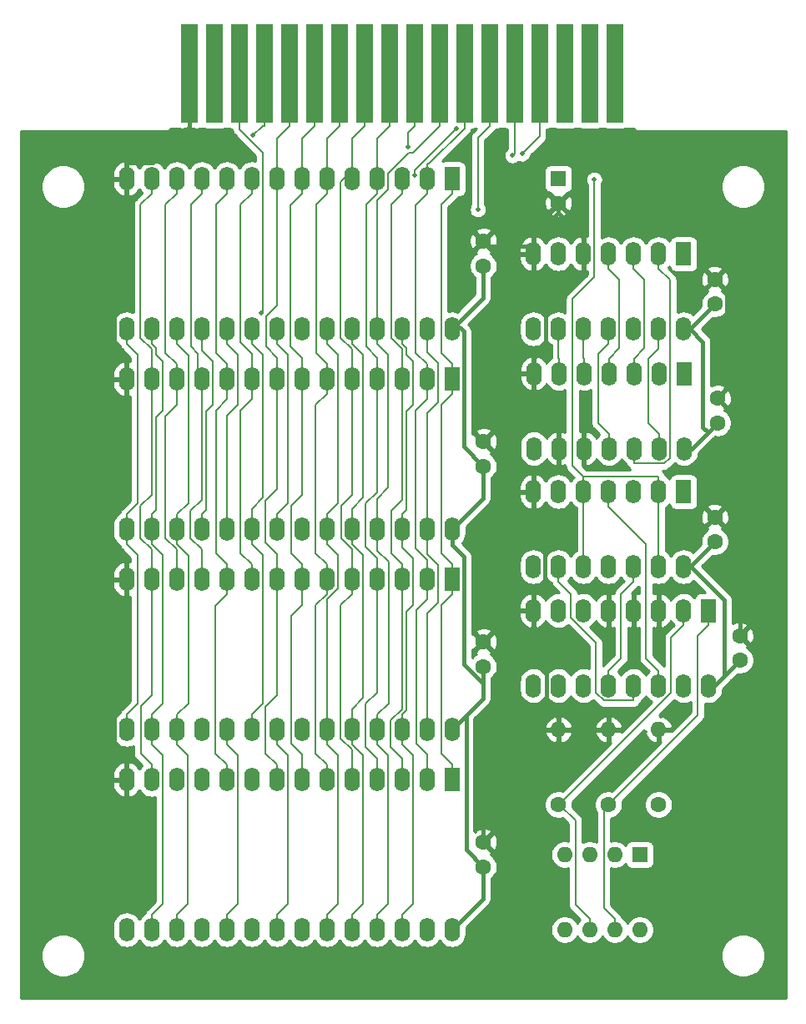
<source format=gtl>
G04 #@! TF.GenerationSoftware,KiCad,Pcbnew,(5.1.9)-1*
G04 #@! TF.CreationDate,2025-03-23T14:15:07+09:00*
G04 #@! TF.ProjectId,PYUUTA32k,50595555-5441-4333-926b-2e6b69636164,rev?*
G04 #@! TF.SameCoordinates,PX53920b0PY93c3260*
G04 #@! TF.FileFunction,Copper,L1,Top*
G04 #@! TF.FilePolarity,Positive*
%FSLAX46Y46*%
G04 Gerber Fmt 4.6, Leading zero omitted, Abs format (unit mm)*
G04 Created by KiCad (PCBNEW (5.1.9)-1) date 2025-03-23 14:15:07*
%MOMM*%
%LPD*%
G01*
G04 APERTURE LIST*
G04 #@! TA.AperFunction,ComponentPad*
%ADD10C,1.600000*%
G04 #@! TD*
G04 #@! TA.AperFunction,ConnectorPad*
%ADD11R,1.780000X10.000000*%
G04 #@! TD*
G04 #@! TA.AperFunction,ComponentPad*
%ADD12O,1.600000X1.600000*%
G04 #@! TD*
G04 #@! TA.AperFunction,ComponentPad*
%ADD13R,1.600000X1.600000*%
G04 #@! TD*
G04 #@! TA.AperFunction,ComponentPad*
%ADD14R,1.600000X2.400000*%
G04 #@! TD*
G04 #@! TA.AperFunction,ComponentPad*
%ADD15O,1.600000X2.400000*%
G04 #@! TD*
G04 #@! TA.AperFunction,ViaPad*
%ADD16C,0.500000*%
G04 #@! TD*
G04 #@! TA.AperFunction,Conductor*
%ADD17C,0.400000*%
G04 #@! TD*
G04 #@! TA.AperFunction,Conductor*
%ADD18C,0.200000*%
G04 #@! TD*
G04 #@! TA.AperFunction,Conductor*
%ADD19C,0.254000*%
G04 #@! TD*
G04 #@! TA.AperFunction,Conductor*
%ADD20C,0.100000*%
G04 #@! TD*
G04 APERTURE END LIST*
D10*
X71120000Y49490000D03*
X71120000Y46990000D03*
X73660000Y37465000D03*
X73660000Y34965000D03*
X47625000Y14010000D03*
X47625000Y16510000D03*
X47625000Y36830000D03*
X47625000Y34330000D03*
X47625000Y57150000D03*
X47625000Y54650000D03*
X47625000Y74970000D03*
X47625000Y77470000D03*
D11*
X17780000Y94500000D03*
X20320000Y94500000D03*
X22860000Y94500000D03*
X25400000Y94500000D03*
X27940000Y94500000D03*
X30480000Y94500000D03*
X33020000Y94500000D03*
X35560000Y94500000D03*
X38100000Y94500000D03*
X40640000Y94500000D03*
X43180000Y94500000D03*
X45720000Y94500000D03*
X48260000Y94500000D03*
X50800000Y94500000D03*
X53340000Y94500000D03*
X55880000Y94500000D03*
X58420000Y94500000D03*
X60960000Y94500000D03*
D12*
X65405000Y27940000D03*
D10*
X65405000Y20320000D03*
X60325000Y20320000D03*
D12*
X60325000Y27940000D03*
X55245000Y27940000D03*
D10*
X55245000Y20320000D03*
D13*
X63500000Y15240000D03*
D12*
X55880000Y7620000D03*
X60960000Y15240000D03*
X58420000Y7620000D03*
X58420000Y15240000D03*
X60960000Y7620000D03*
X55880000Y15240000D03*
X63500000Y7620000D03*
D14*
X44450000Y22860000D03*
D15*
X11430000Y7620000D03*
X41910000Y22860000D03*
X13970000Y7620000D03*
X39370000Y22860000D03*
X16510000Y7620000D03*
X36830000Y22860000D03*
X19050000Y7620000D03*
X34290000Y22860000D03*
X21590000Y7620000D03*
X31750000Y22860000D03*
X24130000Y7620000D03*
X29210000Y22860000D03*
X26670000Y7620000D03*
X26670000Y22860000D03*
X29210000Y7620000D03*
X24130000Y22860000D03*
X31750000Y7620000D03*
X21590000Y22860000D03*
X34290000Y7620000D03*
X19050000Y22860000D03*
X36830000Y7620000D03*
X16510000Y22860000D03*
X39370000Y7620000D03*
X13970000Y22860000D03*
X41910000Y7620000D03*
X11430000Y22860000D03*
X44450000Y7620000D03*
D14*
X44450000Y43180000D03*
D15*
X11430000Y27940000D03*
X41910000Y43180000D03*
X13970000Y27940000D03*
X39370000Y43180000D03*
X16510000Y27940000D03*
X36830000Y43180000D03*
X19050000Y27940000D03*
X34290000Y43180000D03*
X21590000Y27940000D03*
X31750000Y43180000D03*
X24130000Y27940000D03*
X29210000Y43180000D03*
X26670000Y27940000D03*
X26670000Y43180000D03*
X29210000Y27940000D03*
X24130000Y43180000D03*
X31750000Y27940000D03*
X21590000Y43180000D03*
X34290000Y27940000D03*
X19050000Y43180000D03*
X36830000Y27940000D03*
X16510000Y43180000D03*
X39370000Y27940000D03*
X13970000Y43180000D03*
X41910000Y27940000D03*
X11430000Y43180000D03*
X44450000Y27940000D03*
X44450000Y48260000D03*
X11430000Y63500000D03*
X41910000Y48260000D03*
X13970000Y63500000D03*
X39370000Y48260000D03*
X16510000Y63500000D03*
X36830000Y48260000D03*
X19050000Y63500000D03*
X34290000Y48260000D03*
X21590000Y63500000D03*
X31750000Y48260000D03*
X24130000Y63500000D03*
X29210000Y48260000D03*
X26670000Y63500000D03*
X26670000Y48260000D03*
X29210000Y63500000D03*
X24130000Y48260000D03*
X31750000Y63500000D03*
X21590000Y48260000D03*
X34290000Y63500000D03*
X19050000Y48260000D03*
X36830000Y63500000D03*
X16510000Y48260000D03*
X39370000Y63500000D03*
X13970000Y48260000D03*
X41910000Y63500000D03*
X11430000Y48260000D03*
D14*
X44450000Y63500000D03*
D15*
X44450000Y68580000D03*
X11430000Y83820000D03*
X41910000Y68580000D03*
X13970000Y83820000D03*
X39370000Y68580000D03*
X16510000Y83820000D03*
X36830000Y68580000D03*
X19050000Y83820000D03*
X34290000Y68580000D03*
X21590000Y83820000D03*
X31750000Y68580000D03*
X24130000Y83820000D03*
X29210000Y68580000D03*
X26670000Y83820000D03*
X26670000Y68580000D03*
X29210000Y83820000D03*
X24130000Y68580000D03*
X31750000Y83820000D03*
X21590000Y68580000D03*
X34290000Y83820000D03*
X19050000Y68580000D03*
X36830000Y83820000D03*
X16510000Y68580000D03*
X39370000Y83820000D03*
X13970000Y68580000D03*
X41910000Y83820000D03*
X11430000Y68580000D03*
D14*
X44450000Y83820000D03*
X70485000Y40005000D03*
D15*
X52705000Y32385000D03*
X67945000Y40005000D03*
X55245000Y32385000D03*
X65405000Y40005000D03*
X57785000Y32385000D03*
X62865000Y40005000D03*
X60325000Y32385000D03*
X60325000Y40005000D03*
X62865000Y32385000D03*
X57785000Y40005000D03*
X65405000Y32385000D03*
X55245000Y40005000D03*
X67945000Y32385000D03*
X52705000Y40005000D03*
X70485000Y32385000D03*
D14*
X67945000Y52070000D03*
D15*
X52705000Y44450000D03*
X65405000Y52070000D03*
X55245000Y44450000D03*
X62865000Y52070000D03*
X57785000Y44450000D03*
X60325000Y52070000D03*
X60325000Y44450000D03*
X57785000Y52070000D03*
X62865000Y44450000D03*
X55245000Y52070000D03*
X65405000Y44450000D03*
X52705000Y52070000D03*
X67945000Y44450000D03*
D13*
X55245000Y83820000D03*
D10*
X55245000Y81320000D03*
X71120000Y73620000D03*
X71120000Y71120000D03*
X71374000Y59055000D03*
X71374000Y61555000D03*
D15*
X67945000Y68580000D03*
X52705000Y76200000D03*
X65405000Y68580000D03*
X55245000Y76200000D03*
X62865000Y68580000D03*
X57785000Y76200000D03*
X60325000Y68580000D03*
X60325000Y76200000D03*
X57785000Y68580000D03*
X62865000Y76200000D03*
X55245000Y68580000D03*
X65405000Y76200000D03*
X52705000Y68580000D03*
D14*
X67945000Y76200000D03*
X67999000Y64055000D03*
D15*
X52759000Y56435000D03*
X65459000Y64055000D03*
X55299000Y56435000D03*
X62919000Y64055000D03*
X57839000Y56435000D03*
X60379000Y64055000D03*
X60379000Y56435000D03*
X57839000Y64055000D03*
X62919000Y56435000D03*
X55299000Y64055000D03*
X65459000Y56435000D03*
X52759000Y64055000D03*
X67999000Y56435000D03*
D16*
X39953200Y87052600D03*
X51562000Y86352500D03*
X50597900Y86173600D03*
X47064500Y80699200D03*
X24277300Y88203300D03*
X44888800Y88897100D03*
X40640000Y84152500D03*
X58885500Y83733600D03*
X25054400Y70158000D03*
D17*
X68580000Y44450000D02*
X67945000Y44450000D01*
X71120000Y46990000D02*
X68580000Y44450000D01*
X72072500Y33377500D02*
X72072500Y41064300D01*
X72072500Y41064300D02*
X68686800Y44450000D01*
X68686800Y44450000D02*
X68580000Y44450000D01*
X72072500Y33377500D02*
X71080000Y32385000D01*
X71080000Y32385000D02*
X70485000Y32385000D01*
X73660000Y34965000D02*
X72072500Y33377500D01*
X45876100Y29366100D02*
X45876100Y15758900D01*
X45876100Y15758900D02*
X47625000Y14010000D01*
X45876100Y29366100D02*
X44450000Y27940000D01*
X47625000Y32722500D02*
X47625000Y31115000D01*
X47625000Y31115000D02*
X45876100Y29366100D01*
X44450000Y48260000D02*
X44450000Y46659700D01*
X47625000Y32722500D02*
X47505900Y32722500D01*
X47505900Y32722500D02*
X45650300Y34578100D01*
X45650300Y34578100D02*
X45650300Y45459400D01*
X45650300Y45459400D02*
X44450000Y46659700D01*
X47625000Y34330000D02*
X47625000Y32722500D01*
X68580000Y68580000D02*
X67945000Y68580000D01*
X71120000Y71120000D02*
X68580000Y68580000D01*
X70425700Y58106700D02*
X69912600Y58619800D01*
X69912600Y58619800D02*
X69912600Y67247400D01*
X69912600Y67247400D02*
X68580000Y68580000D01*
X70425700Y58106700D02*
X68754000Y56435000D01*
X68754000Y56435000D02*
X67999000Y56435000D01*
X71374000Y59055000D02*
X70425700Y58106700D01*
X44905600Y69035600D02*
X45650400Y68290800D01*
X45650400Y68290800D02*
X45650400Y56624600D01*
X45650400Y56624600D02*
X47625000Y54650000D01*
X44905600Y69035600D02*
X44450000Y68580000D01*
X47625000Y74970000D02*
X47625000Y71755000D01*
X47625000Y71755000D02*
X44905600Y69035600D01*
X47625000Y54650000D02*
X47625000Y51435000D01*
X47625000Y51435000D02*
X44450000Y48260000D01*
X47625000Y14010000D02*
X47625000Y10795000D01*
X47625000Y10795000D02*
X44450000Y7620000D01*
X52705000Y40005000D02*
X52705000Y41605300D01*
X52705000Y52070000D02*
X52705000Y50469700D01*
X52705000Y50469700D02*
X53905300Y49269400D01*
X53905300Y49269400D02*
X53905300Y42805600D01*
X53905300Y42805600D02*
X52705000Y41605300D01*
X55245000Y27940000D02*
X55245000Y29140300D01*
X55245000Y27940000D02*
X55245000Y26739700D01*
X47625000Y16510000D02*
X47625000Y19119700D01*
X47625000Y19119700D02*
X55245000Y26739700D01*
X55245000Y29140300D02*
X54044700Y30340600D01*
X54044700Y30340600D02*
X54044700Y36395200D01*
X54044700Y36395200D02*
X52705000Y37734900D01*
X11430000Y83820000D02*
X11430000Y82219700D01*
X11430000Y63500000D02*
X11430000Y65100300D01*
X11430000Y65100300D02*
X10184300Y66346000D01*
X10184300Y66346000D02*
X10184300Y80974000D01*
X10184300Y80974000D02*
X11430000Y82219700D01*
X11430000Y22860000D02*
X11430000Y24460300D01*
X11430000Y43180000D02*
X11430000Y41579700D01*
X11430000Y41579700D02*
X10207700Y40357400D01*
X10207700Y40357400D02*
X10207700Y25682600D01*
X10207700Y25682600D02*
X11430000Y24460300D01*
X52705000Y76200000D02*
X52705000Y74599700D01*
X52759000Y64055000D02*
X52759000Y65655300D01*
X52759000Y65655300D02*
X53964100Y66860400D01*
X53964100Y66860400D02*
X53964100Y73340600D01*
X53964100Y73340600D02*
X52705000Y74599700D01*
X55299000Y58035300D02*
X52759000Y60575300D01*
X52759000Y60575300D02*
X52759000Y64055000D01*
X52705000Y77000200D02*
X48094800Y77000200D01*
X48094800Y77000200D02*
X47625000Y77470000D01*
X52705000Y77000200D02*
X52705000Y77800300D01*
X52705000Y76200000D02*
X52705000Y77000200D01*
X55245000Y80340300D02*
X57785000Y77800300D01*
X55245000Y81320000D02*
X55245000Y80340300D01*
X52705000Y77800300D02*
X55245000Y80340300D01*
X52705000Y37734900D02*
X48529900Y37734900D01*
X48529900Y37734900D02*
X47625000Y36830000D01*
X52705000Y37734900D02*
X52705000Y38404700D01*
X57785000Y76200000D02*
X57785000Y77800300D01*
X73660000Y37465000D02*
X73660000Y46950000D01*
X73660000Y46950000D02*
X71120000Y49490000D01*
X52705000Y40005000D02*
X52705000Y38404700D01*
X17780000Y94500000D02*
X17780000Y89099700D01*
X11430000Y83820000D02*
X11430000Y85420300D01*
X11430000Y85420300D02*
X14100600Y85420300D01*
X14100600Y85420300D02*
X17780000Y89099700D01*
X71374000Y61555000D02*
X72354200Y62535200D01*
X72354200Y62535200D02*
X72354200Y72385800D01*
X72354200Y72385800D02*
X71120000Y73620000D01*
X55299000Y56435000D02*
X55299000Y58035300D01*
D18*
X21590000Y7620000D02*
X21590000Y9120300D01*
X21590000Y27940000D02*
X21590000Y26439700D01*
X21590000Y26439700D02*
X22701100Y25328600D01*
X22701100Y25328600D02*
X22701100Y10231400D01*
X22701100Y10231400D02*
X21590000Y9120300D01*
X21590000Y48260000D02*
X21590000Y49760300D01*
X21590000Y68580000D02*
X21590000Y67079700D01*
X21590000Y67079700D02*
X22694200Y65975500D01*
X22694200Y65975500D02*
X22694200Y60846900D01*
X22694200Y60846900D02*
X21590000Y59742700D01*
X21590000Y59742700D02*
X21590000Y49760300D01*
X19050000Y48260000D02*
X19050000Y49760300D01*
X19050000Y68580000D02*
X19050000Y66415500D01*
X19050000Y66415500D02*
X20178600Y65286900D01*
X20178600Y65286900D02*
X20178600Y60871300D01*
X20178600Y60871300D02*
X19505900Y60198600D01*
X19505900Y60198600D02*
X19505900Y50216200D01*
X19505900Y50216200D02*
X19050000Y49760300D01*
X16510000Y27940000D02*
X16510000Y29440300D01*
X16510000Y48260000D02*
X16510000Y46759700D01*
X16510000Y46759700D02*
X17679600Y45590100D01*
X17679600Y45590100D02*
X17679600Y30609900D01*
X17679600Y30609900D02*
X16510000Y29440300D01*
X16510000Y49010200D02*
X16510000Y48260000D01*
X16510000Y7620000D02*
X16510000Y9120300D01*
X16510000Y27940000D02*
X16510000Y26439700D01*
X16510000Y26439700D02*
X17621100Y25328600D01*
X17621100Y25328600D02*
X17621100Y10231400D01*
X17621100Y10231400D02*
X16510000Y9120300D01*
X16510000Y49010200D02*
X16510000Y49760300D01*
X16510000Y68580000D02*
X16510000Y67079700D01*
X16510000Y67079700D02*
X17679600Y65910100D01*
X17679600Y65910100D02*
X17679600Y50929900D01*
X17679600Y50929900D02*
X16510000Y49760300D01*
X13970000Y48260000D02*
X13970000Y49760300D01*
X13970000Y68580000D02*
X13970000Y67079700D01*
X13970000Y67079700D02*
X14426100Y66623600D01*
X14426100Y66623600D02*
X14426100Y65959400D01*
X14426100Y65959400D02*
X15074200Y65311300D01*
X15074200Y65311300D02*
X15074200Y60280800D01*
X15074200Y60280800D02*
X14425900Y59632500D01*
X14425900Y59632500D02*
X14425900Y50216200D01*
X14425900Y50216200D02*
X13970000Y49760300D01*
X13970000Y27940000D02*
X13970000Y29440300D01*
X13970000Y48260000D02*
X13970000Y46759700D01*
X13970000Y46759700D02*
X15106200Y45623500D01*
X15106200Y45623500D02*
X15106200Y30576500D01*
X15106200Y30576500D02*
X13970000Y29440300D01*
X13970000Y7620000D02*
X13970000Y9120300D01*
X13970000Y27940000D02*
X13970000Y26439700D01*
X13970000Y26439700D02*
X15081100Y25328600D01*
X15081100Y25328600D02*
X15081100Y10231400D01*
X15081100Y10231400D02*
X13970000Y9120300D01*
X11430000Y28690200D02*
X11430000Y27940000D01*
X11430000Y28690200D02*
X11430000Y29440300D01*
X11430000Y46759700D02*
X12541100Y45648600D01*
X12541100Y45648600D02*
X12541100Y30551400D01*
X12541100Y30551400D02*
X11430000Y29440300D01*
X11430000Y67079700D02*
X12541100Y65968600D01*
X12541100Y65968600D02*
X12541100Y50871400D01*
X12541100Y50871400D02*
X11430000Y49760300D01*
X11430000Y48260000D02*
X11430000Y46759700D01*
X11430000Y49010200D02*
X11430000Y48260000D01*
X11430000Y49010200D02*
X11430000Y49760300D01*
X11430000Y68580000D02*
X11430000Y67079700D01*
X13970000Y43180000D02*
X13970000Y31414100D01*
X13970000Y31414100D02*
X12858800Y30302900D01*
X12858800Y30302900D02*
X12858800Y25471500D01*
X12858800Y25471500D02*
X13970000Y24360300D01*
X13970000Y63500000D02*
X13970000Y51734000D01*
X13970000Y51734000D02*
X12845700Y50609700D01*
X12845700Y50609700D02*
X12845700Y47317700D01*
X12845700Y47317700D02*
X13970000Y46193400D01*
X13970000Y46193400D02*
X13970000Y43180000D01*
X13970000Y22860000D02*
X13970000Y24360300D01*
X13970000Y82319700D02*
X12845700Y81195400D01*
X12845700Y81195400D02*
X12845700Y67637700D01*
X12845700Y67637700D02*
X13970000Y66513400D01*
X13970000Y66513400D02*
X13970000Y63500000D01*
X13970000Y83820000D02*
X13970000Y82319700D01*
X16510000Y43180000D02*
X16510000Y46193400D01*
X16510000Y46193400D02*
X15374400Y47329000D01*
X15374400Y47329000D02*
X15374400Y59731900D01*
X15374400Y59731900D02*
X16510000Y60867500D01*
X16510000Y60867500D02*
X16510000Y61999700D01*
X16510000Y63500000D02*
X16510000Y65000300D01*
X16510000Y63500000D02*
X16510000Y61999700D01*
X16510000Y82319700D02*
X15374500Y81184200D01*
X15374500Y81184200D02*
X15374500Y66135800D01*
X15374500Y66135800D02*
X16510000Y65000300D01*
X16510000Y83820000D02*
X16510000Y82319700D01*
X19050000Y83820000D02*
X19050000Y82319700D01*
X19050000Y57365300D02*
X19050000Y62673200D01*
X19050000Y62673200D02*
X18649600Y63073600D01*
X18649600Y63073600D02*
X18649600Y66064900D01*
X18649600Y66064900D02*
X17935200Y66779300D01*
X17935200Y66779300D02*
X17935200Y81204900D01*
X17935200Y81204900D02*
X19050000Y82319700D01*
X19050000Y57365300D02*
X19050000Y51230600D01*
X19050000Y51230600D02*
X17914400Y50095000D01*
X17914400Y50095000D02*
X17914400Y47329000D01*
X17914400Y47329000D02*
X19050000Y46193400D01*
X19050000Y46193400D02*
X19050000Y43180000D01*
X19050000Y63500000D02*
X19050000Y57365300D01*
X39370000Y83820000D02*
X39370000Y82319700D01*
X39370000Y82319700D02*
X38255500Y81205200D01*
X38255500Y81205200D02*
X38255500Y67627900D01*
X38255500Y67627900D02*
X39370000Y66513400D01*
X39370000Y66513400D02*
X39370000Y63500000D01*
X40640000Y89199700D02*
X39953200Y88512900D01*
X39953200Y88512900D02*
X39953200Y87052600D01*
X40640000Y94500000D02*
X40640000Y89199700D01*
X39370000Y22860000D02*
X39370000Y25024500D01*
X39370000Y25024500D02*
X38225300Y26169200D01*
X38225300Y26169200D02*
X38225300Y28861900D01*
X38225300Y28861900D02*
X39370000Y30006600D01*
X39370000Y30006600D02*
X39370000Y43180000D01*
X39370000Y63500000D02*
X39370000Y51230600D01*
X39370000Y51230600D02*
X38258800Y50119400D01*
X38258800Y50119400D02*
X38258800Y45791500D01*
X38258800Y45791500D02*
X39370000Y44680300D01*
X39370000Y43180000D02*
X39370000Y44680300D01*
X38100000Y94500000D02*
X38100000Y89199700D01*
X38100000Y89199700D02*
X36830000Y87929700D01*
X36830000Y87929700D02*
X36830000Y85320300D01*
X36830000Y22860000D02*
X36830000Y25024500D01*
X36830000Y25024500D02*
X35709700Y26144800D01*
X35709700Y26144800D02*
X35709700Y30577000D01*
X35709700Y30577000D02*
X36830000Y31697300D01*
X36830000Y31697300D02*
X36830000Y43180000D01*
X36830000Y43180000D02*
X36830000Y45344500D01*
X36830000Y45344500D02*
X35709700Y46464800D01*
X35709700Y46464800D02*
X35709700Y50897000D01*
X35709700Y50897000D02*
X36830000Y52017300D01*
X36830000Y52017300D02*
X36830000Y63500000D01*
X36830000Y83820000D02*
X36830000Y82319700D01*
X36830000Y63500000D02*
X36830000Y65664500D01*
X36830000Y65664500D02*
X35718800Y66775700D01*
X35718800Y66775700D02*
X35718800Y81208500D01*
X35718800Y81208500D02*
X36830000Y82319700D01*
X36830000Y83820000D02*
X36830000Y85320300D01*
X39370000Y48260000D02*
X39370000Y49760300D01*
X39370000Y68580000D02*
X39370000Y67079700D01*
X39370000Y67079700D02*
X39826100Y66623600D01*
X39826100Y66623600D02*
X39826100Y65959400D01*
X39826100Y65959400D02*
X40475200Y65310300D01*
X40475200Y65310300D02*
X40475200Y60847900D01*
X40475200Y60847900D02*
X39825900Y60198600D01*
X39825900Y60198600D02*
X39825900Y50216200D01*
X39825900Y50216200D02*
X39370000Y49760300D01*
X39370000Y27940000D02*
X39370000Y29440300D01*
X39370000Y48260000D02*
X39370000Y46427600D01*
X39370000Y46427600D02*
X40510500Y45287100D01*
X40510500Y45287100D02*
X40510500Y40563200D01*
X40510500Y40563200D02*
X39825900Y39878600D01*
X39825900Y39878600D02*
X39825900Y29896200D01*
X39825900Y29896200D02*
X39370000Y29440300D01*
X39370000Y7620000D02*
X39370000Y9120300D01*
X39370000Y27940000D02*
X39370000Y26439700D01*
X39370000Y26439700D02*
X40481100Y25328600D01*
X40481100Y25328600D02*
X40481100Y10231400D01*
X40481100Y10231400D02*
X39370000Y9120300D01*
X34290000Y22860000D02*
X34290000Y25873400D01*
X34290000Y25873400D02*
X33165700Y26997700D01*
X33165700Y26997700D02*
X33165700Y40555400D01*
X33165700Y40555400D02*
X34290000Y41679700D01*
X34290000Y63500000D02*
X34290000Y51734000D01*
X34290000Y51734000D02*
X33173400Y50617400D01*
X33173400Y50617400D02*
X33173400Y47310000D01*
X33173400Y47310000D02*
X34290000Y46193400D01*
X34290000Y46193400D02*
X34290000Y43180000D01*
X34290000Y84570200D02*
X33165700Y83445900D01*
X33165700Y83445900D02*
X33165700Y67637700D01*
X33165700Y67637700D02*
X34290000Y66513400D01*
X34290000Y66513400D02*
X34290000Y63500000D01*
X34290000Y43180000D02*
X34290000Y41679700D01*
X34290000Y84570200D02*
X34290000Y87929700D01*
X34290000Y87929700D02*
X35560000Y89199700D01*
X35560000Y94500000D02*
X35560000Y89199700D01*
X34290000Y83820000D02*
X34290000Y84570200D01*
X41910000Y43180000D02*
X41910000Y45153400D01*
X41910000Y45153400D02*
X40775400Y46288000D01*
X40775400Y46288000D02*
X40775400Y60299000D01*
X40775400Y60299000D02*
X41910000Y61433600D01*
X41910000Y61433600D02*
X41910000Y61999700D01*
X41910000Y63500000D02*
X41910000Y65000300D01*
X41910000Y63500000D02*
X41910000Y61999700D01*
X41910000Y82319700D02*
X40740500Y81150200D01*
X40740500Y81150200D02*
X40740500Y66169800D01*
X40740500Y66169800D02*
X41910000Y65000300D01*
X41910000Y22860000D02*
X41910000Y25411100D01*
X41910000Y25411100D02*
X40809100Y26512000D01*
X40809100Y26512000D02*
X40809100Y40012700D01*
X40809100Y40012700D02*
X41910000Y41113600D01*
X41910000Y41113600D02*
X41910000Y41679700D01*
X41910000Y43180000D02*
X41910000Y41679700D01*
X41910000Y85320300D02*
X42122300Y85320300D01*
X42122300Y85320300D02*
X45720000Y88918000D01*
X45720000Y88918000D02*
X45720000Y94500000D01*
X41910000Y83820000D02*
X41910000Y82319700D01*
X41910000Y83820000D02*
X41910000Y85320300D01*
X33020000Y94500000D02*
X33020000Y89199700D01*
X31750000Y83820000D02*
X31750000Y87929700D01*
X31750000Y87929700D02*
X33020000Y89199700D01*
X31750000Y83386500D02*
X31750000Y83820000D01*
X31750000Y83386500D02*
X31750000Y82319700D01*
X31750000Y43180000D02*
X31750000Y41679700D01*
X31750000Y22860000D02*
X31750000Y24360300D01*
X31750000Y24360300D02*
X30621400Y25488900D01*
X30621400Y25488900D02*
X30621400Y40551100D01*
X30621400Y40551100D02*
X31750000Y41679700D01*
X31750000Y63500000D02*
X31750000Y61999700D01*
X31750000Y43180000D02*
X31750000Y44680300D01*
X31750000Y44680300D02*
X30621400Y45808900D01*
X30621400Y45808900D02*
X30621400Y60871100D01*
X30621400Y60871100D02*
X31750000Y61999700D01*
X31750000Y63500000D02*
X31750000Y65000300D01*
X31750000Y65000300D02*
X30638800Y66111500D01*
X30638800Y66111500D02*
X30638800Y81208500D01*
X30638800Y81208500D02*
X31750000Y82319700D01*
X26670000Y67079700D02*
X27806300Y65943400D01*
X27806300Y65943400D02*
X27806300Y50896600D01*
X27806300Y50896600D02*
X26670000Y49760300D01*
X26670000Y48260000D02*
X26670000Y49760300D01*
X26670000Y68580000D02*
X26670000Y67079700D01*
X26670000Y7620000D02*
X26670000Y9120300D01*
X26670000Y27940000D02*
X26670000Y26439700D01*
X26670000Y26439700D02*
X27781100Y25328600D01*
X27781100Y25328600D02*
X27781100Y10231400D01*
X27781100Y10231400D02*
X26670000Y9120300D01*
X29210000Y83820000D02*
X29210000Y82319700D01*
X29210000Y63500000D02*
X29210000Y65664500D01*
X29210000Y65664500D02*
X28040400Y66834100D01*
X28040400Y66834100D02*
X28040400Y81150100D01*
X28040400Y81150100D02*
X29210000Y82319700D01*
X29210000Y44680300D02*
X28109700Y45780600D01*
X28109700Y45780600D02*
X28109700Y50633700D01*
X28109700Y50633700D02*
X29210000Y51734000D01*
X29210000Y51734000D02*
X29210000Y63500000D01*
X30480000Y94500000D02*
X30480000Y89199700D01*
X29210000Y83820000D02*
X29210000Y87929700D01*
X29210000Y87929700D02*
X30480000Y89199700D01*
X29210000Y43180000D02*
X29210000Y44680300D01*
X29210000Y22860000D02*
X29210000Y25411100D01*
X29210000Y25411100D02*
X28109100Y26512000D01*
X28109100Y26512000D02*
X28109100Y39446600D01*
X28109100Y39446600D02*
X29210000Y40547500D01*
X29210000Y40547500D02*
X29210000Y41679700D01*
X29210000Y43180000D02*
X29210000Y41679700D01*
X31750000Y48260000D02*
X31750000Y46759700D01*
X31750000Y46759700D02*
X32864400Y45645300D01*
X32864400Y45645300D02*
X32864400Y42227800D01*
X32864400Y42227800D02*
X31750000Y41113400D01*
X31750000Y41113400D02*
X31750000Y27940000D01*
X31750000Y49010200D02*
X31750000Y48260000D01*
X31750000Y67079700D02*
X32861100Y65968600D01*
X32861100Y65968600D02*
X32861100Y50871400D01*
X32861100Y50871400D02*
X31750000Y49760300D01*
X31750000Y7620000D02*
X31750000Y9120300D01*
X31750000Y27940000D02*
X31750000Y26439700D01*
X31750000Y26439700D02*
X32861100Y25328600D01*
X32861100Y25328600D02*
X32861100Y10231400D01*
X32861100Y10231400D02*
X31750000Y9120300D01*
X31750000Y49010200D02*
X31750000Y49760300D01*
X31750000Y68580000D02*
X31750000Y67079700D01*
X53340000Y94500000D02*
X53340000Y88130500D01*
X51562000Y86352500D02*
X53340000Y88130500D01*
X50800000Y86375700D02*
X50597900Y86173600D01*
X50800000Y94500000D02*
X50800000Y86375700D01*
X48260000Y89199700D02*
X47064500Y88004200D01*
X47064500Y88004200D02*
X47064500Y80699200D01*
X48260000Y94500000D02*
X48260000Y89199700D01*
X34290000Y46759700D02*
X35411200Y45638500D01*
X35411200Y45638500D02*
X35411200Y31127600D01*
X35411200Y31127600D02*
X34290000Y30006400D01*
X34290000Y30006400D02*
X34290000Y29440300D01*
X34290000Y67079700D02*
X35411200Y65958500D01*
X35411200Y65958500D02*
X35411200Y51447600D01*
X35411200Y51447600D02*
X34290000Y50326400D01*
X34290000Y50326400D02*
X34290000Y49760300D01*
X34290000Y7620000D02*
X34290000Y9120300D01*
X34290000Y27940000D02*
X34290000Y26439700D01*
X34290000Y26439700D02*
X35401100Y25328600D01*
X35401100Y25328600D02*
X35401100Y10231400D01*
X35401100Y10231400D02*
X34290000Y9120300D01*
X34290000Y28690200D02*
X34290000Y27940000D01*
X34290000Y28690200D02*
X34290000Y29440300D01*
X34290000Y48260000D02*
X34290000Y46759700D01*
X34290000Y49010200D02*
X34290000Y48260000D01*
X34290000Y49010200D02*
X34290000Y49760300D01*
X34290000Y68580000D02*
X34290000Y67079700D01*
X43180000Y89199700D02*
X40460600Y86480300D01*
X40460600Y86480300D02*
X40062000Y86480300D01*
X40062000Y86480300D02*
X37930400Y84348700D01*
X37930400Y84348700D02*
X37930400Y82720200D01*
X37930400Y82720200D02*
X36830000Y81619800D01*
X36830000Y81619800D02*
X36830000Y68580000D01*
X36830000Y68580000D02*
X36830000Y67079700D01*
X36830000Y67079700D02*
X37954200Y65955500D01*
X37954200Y65955500D02*
X37954200Y52458000D01*
X37954200Y52458000D02*
X36830000Y51333800D01*
X36830000Y51333800D02*
X36830000Y48260000D01*
X43180000Y94500000D02*
X43180000Y89199700D01*
X36830000Y7620000D02*
X36830000Y9120300D01*
X36830000Y27940000D02*
X36830000Y26439700D01*
X36830000Y26439700D02*
X37941100Y25328600D01*
X37941100Y25328600D02*
X37941100Y10231400D01*
X37941100Y10231400D02*
X36830000Y9120300D01*
X36830000Y28690200D02*
X36830000Y27940000D01*
X36830000Y28690200D02*
X36830000Y29440300D01*
X36830000Y48260000D02*
X36830000Y46095500D01*
X36830000Y46095500D02*
X37999600Y44925900D01*
X37999600Y44925900D02*
X37999600Y30609900D01*
X37999600Y30609900D02*
X36830000Y29440300D01*
X26670000Y63500000D02*
X26670000Y52300100D01*
X26670000Y52300100D02*
X25537500Y51167600D01*
X25537500Y51167600D02*
X25537500Y46897100D01*
X25537500Y46897100D02*
X26670000Y45764600D01*
X26670000Y45764600D02*
X26670000Y43180000D01*
X26670000Y82319700D02*
X26670000Y70995300D01*
X26670000Y70995300D02*
X25558800Y69884100D01*
X25558800Y69884100D02*
X25558800Y66775700D01*
X25558800Y66775700D02*
X26670000Y65664500D01*
X26670000Y65664500D02*
X26670000Y63500000D01*
X26670000Y22860000D02*
X26670000Y24360300D01*
X26670000Y43180000D02*
X26670000Y31414000D01*
X26670000Y31414000D02*
X25525000Y30269000D01*
X25525000Y30269000D02*
X25525000Y25505300D01*
X25525000Y25505300D02*
X26670000Y24360300D01*
X27940000Y94500000D02*
X27940000Y89199700D01*
X26670000Y83820000D02*
X26670000Y87929700D01*
X26670000Y87929700D02*
X27940000Y89199700D01*
X26670000Y83386500D02*
X26670000Y83820000D01*
X26670000Y83386500D02*
X26670000Y82319700D01*
X21590000Y44680300D02*
X20478800Y45791500D01*
X20478800Y45791500D02*
X20478800Y60322400D01*
X20478800Y60322400D02*
X21590000Y61433600D01*
X21590000Y61433600D02*
X21590000Y61999700D01*
X21590000Y22860000D02*
X21590000Y24360300D01*
X21590000Y43180000D02*
X21590000Y41679700D01*
X21590000Y41679700D02*
X20420400Y40510100D01*
X20420400Y40510100D02*
X20420400Y25529900D01*
X20420400Y25529900D02*
X21590000Y24360300D01*
X21590000Y43930200D02*
X21590000Y43180000D01*
X21590000Y43930200D02*
X21590000Y44680300D01*
X21590000Y63500000D02*
X21590000Y65000300D01*
X21590000Y63500000D02*
X21590000Y61999700D01*
X21590000Y82319700D02*
X20487400Y81217100D01*
X20487400Y81217100D02*
X20487400Y66102900D01*
X20487400Y66102900D02*
X21590000Y65000300D01*
X25400000Y94500000D02*
X25400000Y89199700D01*
X24277300Y88203300D02*
X25273700Y89199700D01*
X25273700Y89199700D02*
X25400000Y89199700D01*
X21590000Y83820000D02*
X21590000Y82319700D01*
X40640000Y84152500D02*
X40640000Y84648300D01*
X40640000Y84648300D02*
X44888800Y88897100D01*
X24130000Y43180000D02*
X24130000Y44680300D01*
X24130000Y83820000D02*
X24130000Y82319700D01*
X24130000Y82319700D02*
X22978200Y81167900D01*
X22978200Y81167900D02*
X22978200Y67220500D01*
X22978200Y67220500D02*
X24130000Y66068700D01*
X24130000Y66068700D02*
X24130000Y63500000D01*
X24130000Y44680300D02*
X22994400Y45815900D01*
X22994400Y45815900D02*
X22994400Y60298000D01*
X22994400Y60298000D02*
X24130000Y61433600D01*
X24130000Y61433600D02*
X24130000Y61999700D01*
X24130000Y63500000D02*
X24130000Y61999700D01*
X57785000Y53570300D02*
X56676800Y54678500D01*
X56676800Y54678500D02*
X56676800Y71599800D01*
X56676800Y71599800D02*
X58885500Y73808500D01*
X58885500Y73808500D02*
X58885500Y83733600D01*
X65405000Y52070000D02*
X65405000Y53570300D01*
X65405000Y53570300D02*
X57785000Y53570300D01*
X65405000Y44450000D02*
X65405000Y52070000D01*
X57785000Y52070000D02*
X57785000Y53570300D01*
X57785000Y44450000D02*
X57785000Y52070000D01*
X44450000Y22860000D02*
X44450000Y24360300D01*
X44450000Y43180000D02*
X44450000Y41679700D01*
X44450000Y41679700D02*
X43349700Y40579400D01*
X43349700Y40579400D02*
X43349700Y25460600D01*
X43349700Y25460600D02*
X44450000Y24360300D01*
X44450000Y43930200D02*
X44450000Y43180000D01*
X44450000Y82319700D02*
X43342200Y81211900D01*
X43342200Y81211900D02*
X43342200Y66108100D01*
X43342200Y66108100D02*
X44450000Y65000300D01*
X44450000Y43930200D02*
X44450000Y44680300D01*
X44450000Y44680300D02*
X43349700Y45780600D01*
X43349700Y45780600D02*
X43349700Y60899400D01*
X43349700Y60899400D02*
X44450000Y61999700D01*
X44450000Y63500000D02*
X44450000Y61999700D01*
X44450000Y64250200D02*
X44450000Y63500000D01*
X44450000Y64250200D02*
X44450000Y65000300D01*
X44450000Y83820000D02*
X44450000Y82319700D01*
X70485000Y40005000D02*
X70485000Y38504700D01*
X70485000Y38504700D02*
X69384700Y37404400D01*
X69384700Y37404400D02*
X69384700Y29379700D01*
X69384700Y29379700D02*
X60325000Y20320000D01*
X60325000Y20320000D02*
X59854000Y19849000D01*
X59854000Y19849000D02*
X59854000Y9826300D01*
X59854000Y9826300D02*
X60960000Y8720300D01*
X60960000Y7620000D02*
X60960000Y8720300D01*
X55349500Y20320000D02*
X66675000Y31645500D01*
X66675000Y31645500D02*
X66675000Y37234700D01*
X66675000Y37234700D02*
X67945000Y38504700D01*
X55245000Y20320000D02*
X55349500Y20320000D01*
X55349500Y20320000D02*
X56980400Y18689100D01*
X56980400Y18689100D02*
X56980400Y10159900D01*
X56980400Y10159900D02*
X58420000Y8720300D01*
X58420000Y7620000D02*
X58420000Y8720300D01*
X67945000Y40005000D02*
X67945000Y38504700D01*
X60325000Y32385000D02*
X60325000Y33885300D01*
X62865000Y44450000D02*
X62865000Y42949700D01*
X62865000Y42949700D02*
X61595000Y41679700D01*
X61595000Y41679700D02*
X61595000Y35155300D01*
X61595000Y35155300D02*
X60325000Y33885300D01*
X62865000Y32385000D02*
X62865000Y30884700D01*
X55245000Y44450000D02*
X55245000Y42949700D01*
X55245000Y42949700D02*
X56515000Y41679700D01*
X56515000Y41679700D02*
X56515000Y39258500D01*
X56515000Y39258500D02*
X59055000Y36718500D01*
X59055000Y36718500D02*
X59055000Y31691400D01*
X59055000Y31691400D02*
X59861700Y30884700D01*
X59861700Y30884700D02*
X62865000Y30884700D01*
X65405000Y32385000D02*
X65405000Y33885300D01*
X60325000Y52070000D02*
X60325000Y50569700D01*
X60325000Y50569700D02*
X64135000Y46759700D01*
X64135000Y46759700D02*
X64135000Y35155300D01*
X64135000Y35155300D02*
X65405000Y33885300D01*
X22860000Y89199700D02*
X22860000Y88842400D01*
X22860000Y88842400D02*
X25248800Y86453600D01*
X25248800Y86453600D02*
X25248800Y70352400D01*
X25248800Y70352400D02*
X25054400Y70158000D01*
X22860000Y94500000D02*
X22860000Y89199700D01*
X65459000Y57935300D02*
X64357000Y59037300D01*
X64357000Y59037300D02*
X64357000Y65527200D01*
X64357000Y65527200D02*
X65405000Y66575200D01*
X65405000Y66575200D02*
X65405000Y68580000D01*
X65459000Y56435000D02*
X65459000Y57935300D01*
X41910000Y48260000D02*
X41910000Y45719700D01*
X41910000Y45719700D02*
X43042400Y44587300D01*
X43042400Y44587300D02*
X43042400Y40838400D01*
X43042400Y40838400D02*
X41910000Y39706000D01*
X41910000Y39706000D02*
X41910000Y29440300D01*
X41910000Y28690200D02*
X41910000Y27940000D01*
X41910000Y28690200D02*
X41910000Y29440300D01*
X41910000Y48260000D02*
X41910000Y60026000D01*
X41910000Y60026000D02*
X43042400Y61158400D01*
X43042400Y61158400D02*
X43042400Y65098400D01*
X43042400Y65098400D02*
X41910000Y66230800D01*
X41910000Y66230800D02*
X41910000Y68580000D01*
X24130000Y67079700D02*
X25251200Y65958500D01*
X25251200Y65958500D02*
X25251200Y51447600D01*
X25251200Y51447600D02*
X24130000Y50326400D01*
X24130000Y50326400D02*
X24130000Y49760300D01*
X24130000Y46759700D02*
X25274600Y45615100D01*
X25274600Y45615100D02*
X25274600Y30584900D01*
X25274600Y30584900D02*
X24130000Y29440300D01*
X24130000Y48260000D02*
X24130000Y46759700D01*
X24130000Y27940000D02*
X24130000Y29440300D01*
X24130000Y49010200D02*
X24130000Y48260000D01*
X24130000Y49010200D02*
X24130000Y49760300D01*
X24130000Y68580000D02*
X24130000Y67079700D01*
X55299000Y64055000D02*
X55299000Y65555300D01*
X55299000Y65555300D02*
X55245000Y65609300D01*
X55245000Y65609300D02*
X55245000Y68580000D01*
X60325000Y68580000D02*
X60325000Y67079700D01*
X60379000Y56435000D02*
X60379000Y57935300D01*
X60379000Y57935300D02*
X59268100Y59046200D01*
X59268100Y59046200D02*
X59268100Y66022800D01*
X59268100Y66022800D02*
X60325000Y67079700D01*
X60325000Y76200000D02*
X60325000Y74699700D01*
X60379000Y64055000D02*
X60379000Y65555300D01*
X60379000Y65555300D02*
X61442900Y66619200D01*
X61442900Y66619200D02*
X61442900Y73581800D01*
X61442900Y73581800D02*
X60325000Y74699700D01*
X57839000Y64055000D02*
X57839000Y65555300D01*
X57839000Y65555300D02*
X57785000Y65609300D01*
X57785000Y65609300D02*
X57785000Y68580000D01*
X62865000Y76200000D02*
X62865000Y74699700D01*
X62919000Y64055000D02*
X62919000Y65555300D01*
X62919000Y65555300D02*
X63973800Y66610100D01*
X63973800Y66610100D02*
X63973800Y73590900D01*
X63973800Y73590900D02*
X62865000Y74699700D01*
X65405000Y76200000D02*
X65405000Y74699700D01*
X62919000Y56435000D02*
X62919000Y54934700D01*
X62919000Y54934700D02*
X66000400Y54934700D01*
X66000400Y54934700D02*
X66566100Y55500400D01*
X66566100Y55500400D02*
X66566100Y73538600D01*
X66566100Y73538600D02*
X65405000Y74699700D01*
D19*
X16890000Y88861928D02*
X17494250Y88865000D01*
X17502250Y88873000D01*
X18057750Y88873000D01*
X18065750Y88865000D01*
X18670000Y88861928D01*
X18782420Y88873000D01*
X19317580Y88873000D01*
X19430000Y88861928D01*
X21210000Y88861928D01*
X21322420Y88873000D01*
X21857580Y88873000D01*
X21970000Y88861928D01*
X22123367Y88861928D01*
X22121444Y88842400D01*
X22125000Y88806296D01*
X22125000Y88806295D01*
X22135635Y88698315D01*
X22177663Y88559767D01*
X22245913Y88432080D01*
X22337763Y88320162D01*
X22365808Y88297146D01*
X24513800Y86149153D01*
X24513800Y85603146D01*
X24411309Y85634236D01*
X24130000Y85661943D01*
X23848692Y85634236D01*
X23578193Y85552182D01*
X23328900Y85418932D01*
X23110393Y85239608D01*
X22931068Y85021101D01*
X22860000Y84888142D01*
X22788932Y85021101D01*
X22609608Y85239608D01*
X22391101Y85418932D01*
X22141808Y85552182D01*
X21871309Y85634236D01*
X21590000Y85661943D01*
X21308692Y85634236D01*
X21038193Y85552182D01*
X20788900Y85418932D01*
X20570393Y85239608D01*
X20391068Y85021101D01*
X20320000Y84888142D01*
X20248932Y85021101D01*
X20069608Y85239608D01*
X19851101Y85418932D01*
X19601808Y85552182D01*
X19331309Y85634236D01*
X19050000Y85661943D01*
X18768692Y85634236D01*
X18498193Y85552182D01*
X18248900Y85418932D01*
X18030393Y85239608D01*
X17851068Y85021101D01*
X17780000Y84888142D01*
X17708932Y85021101D01*
X17529608Y85239608D01*
X17311101Y85418932D01*
X17061808Y85552182D01*
X16791309Y85634236D01*
X16510000Y85661943D01*
X16228692Y85634236D01*
X15958193Y85552182D01*
X15708900Y85418932D01*
X15490393Y85239608D01*
X15311068Y85021101D01*
X15240000Y84888142D01*
X15168932Y85021101D01*
X14989608Y85239608D01*
X14771101Y85418932D01*
X14521808Y85552182D01*
X14251309Y85634236D01*
X13970000Y85661943D01*
X13688692Y85634236D01*
X13418193Y85552182D01*
X13168900Y85418932D01*
X12950393Y85239608D01*
X12771068Y85021101D01*
X12702735Y84893259D01*
X12552601Y85122839D01*
X12354895Y85324500D01*
X12121646Y85483715D01*
X11861818Y85594367D01*
X11779039Y85611904D01*
X11557000Y85489915D01*
X11557000Y83947000D01*
X11577000Y83947000D01*
X11577000Y83693000D01*
X11557000Y83693000D01*
X11557000Y82150085D01*
X11779039Y82028096D01*
X11861818Y82045633D01*
X12121646Y82156285D01*
X12354895Y82315500D01*
X12552601Y82517161D01*
X12702735Y82746742D01*
X12771068Y82618900D01*
X12950392Y82400393D01*
X12983816Y82372963D01*
X12351508Y81740654D01*
X12323462Y81717637D01*
X12231613Y81605719D01*
X12163363Y81478032D01*
X12155021Y81450532D01*
X12121335Y81339485D01*
X12107144Y81195400D01*
X12110700Y81159295D01*
X12110701Y70243287D01*
X11981808Y70312182D01*
X11711309Y70394236D01*
X11430000Y70421943D01*
X11148692Y70394236D01*
X10878193Y70312182D01*
X10628900Y70178932D01*
X10410393Y69999608D01*
X10231068Y69781101D01*
X10097818Y69531808D01*
X10015764Y69261309D01*
X9995000Y69050492D01*
X9995000Y68109509D01*
X10015764Y67898692D01*
X10097818Y67628193D01*
X10231068Y67378900D01*
X10410392Y67160393D01*
X10628899Y66981068D01*
X10705174Y66940298D01*
X10705635Y66935615D01*
X10738942Y66825819D01*
X10747664Y66797067D01*
X10815914Y66669380D01*
X10907763Y66557462D01*
X10935808Y66534446D01*
X11806100Y65664153D01*
X11806100Y65286171D01*
X11779039Y65291904D01*
X11557000Y65169915D01*
X11557000Y63627000D01*
X11577000Y63627000D01*
X11577000Y63373000D01*
X11557000Y63373000D01*
X11557000Y61830085D01*
X11779039Y61708096D01*
X11806100Y61713829D01*
X11806101Y51175848D01*
X10935808Y50305554D01*
X10907763Y50282538D01*
X10815914Y50170620D01*
X10750085Y50047462D01*
X10747664Y50042933D01*
X10705635Y49904385D01*
X10705174Y49899701D01*
X10628900Y49858932D01*
X10410393Y49679608D01*
X10231068Y49461101D01*
X10097818Y49211808D01*
X10015764Y48941309D01*
X9995000Y48730492D01*
X9995000Y47789509D01*
X10015764Y47578692D01*
X10097818Y47308193D01*
X10231068Y47058900D01*
X10410392Y46840393D01*
X10628899Y46661068D01*
X10705174Y46620298D01*
X10705635Y46615615D01*
X10738942Y46505819D01*
X10747664Y46477067D01*
X10815914Y46349380D01*
X10907763Y46237462D01*
X10935807Y46214447D01*
X11806100Y45344153D01*
X11806100Y44966171D01*
X11779039Y44971904D01*
X11557000Y44849915D01*
X11557000Y43307000D01*
X11577000Y43307000D01*
X11577000Y43053000D01*
X11557000Y43053000D01*
X11557000Y41510085D01*
X11779039Y41388096D01*
X11806100Y41393829D01*
X11806101Y30855848D01*
X10935808Y29985554D01*
X10907763Y29962538D01*
X10815914Y29850620D01*
X10766219Y29757647D01*
X10747664Y29722933D01*
X10705635Y29584385D01*
X10705174Y29579701D01*
X10628900Y29538932D01*
X10410393Y29359608D01*
X10231068Y29141101D01*
X10097818Y28891808D01*
X10015764Y28621309D01*
X9995000Y28410492D01*
X9995000Y27469509D01*
X10015764Y27258692D01*
X10097818Y26988193D01*
X10231068Y26738900D01*
X10410392Y26520393D01*
X10628899Y26341068D01*
X10878192Y26207818D01*
X11148691Y26125764D01*
X11430000Y26098057D01*
X11711308Y26125764D01*
X11981807Y26207818D01*
X12123801Y26283715D01*
X12123801Y25507615D01*
X12120244Y25471500D01*
X12134435Y25327415D01*
X12166211Y25222667D01*
X12176464Y25188867D01*
X12244714Y25061180D01*
X12336563Y24949262D01*
X12364608Y24926246D01*
X12983816Y24307037D01*
X12950393Y24279608D01*
X12771068Y24061101D01*
X12702735Y23933259D01*
X12552601Y24162839D01*
X12354895Y24364500D01*
X12121646Y24523715D01*
X11861818Y24634367D01*
X11779039Y24651904D01*
X11557000Y24529915D01*
X11557000Y22987000D01*
X11577000Y22987000D01*
X11577000Y22733000D01*
X11557000Y22733000D01*
X11557000Y21190085D01*
X11779039Y21068096D01*
X11861818Y21085633D01*
X12121646Y21196285D01*
X12354895Y21355500D01*
X12552601Y21557161D01*
X12702735Y21786742D01*
X12771068Y21658900D01*
X12950392Y21440393D01*
X13168899Y21261068D01*
X13418192Y21127818D01*
X13688691Y21045764D01*
X13970000Y21018057D01*
X14251308Y21045764D01*
X14346100Y21074519D01*
X14346101Y10535848D01*
X13475808Y9665554D01*
X13447763Y9642538D01*
X13355914Y9530620D01*
X13309970Y9444665D01*
X13287664Y9402933D01*
X13245635Y9264385D01*
X13245174Y9259701D01*
X13168900Y9218932D01*
X12950393Y9039608D01*
X12771068Y8821101D01*
X12700000Y8688142D01*
X12628932Y8821101D01*
X12449608Y9039608D01*
X12231101Y9218932D01*
X11981808Y9352182D01*
X11711309Y9434236D01*
X11430000Y9461943D01*
X11148692Y9434236D01*
X10878193Y9352182D01*
X10628900Y9218932D01*
X10410393Y9039608D01*
X10231068Y8821101D01*
X10097818Y8571808D01*
X10015764Y8301309D01*
X9995000Y8090492D01*
X9995000Y7149509D01*
X10015764Y6938692D01*
X10097818Y6668193D01*
X10231068Y6418900D01*
X10410392Y6200393D01*
X10628899Y6021068D01*
X10878192Y5887818D01*
X11148691Y5805764D01*
X11430000Y5778057D01*
X11711308Y5805764D01*
X11981807Y5887818D01*
X12231100Y6021068D01*
X12449607Y6200392D01*
X12628932Y6418899D01*
X12700000Y6551858D01*
X12771068Y6418900D01*
X12950392Y6200393D01*
X13168899Y6021068D01*
X13418192Y5887818D01*
X13688691Y5805764D01*
X13970000Y5778057D01*
X14251308Y5805764D01*
X14521807Y5887818D01*
X14771100Y6021068D01*
X14989607Y6200392D01*
X15168932Y6418899D01*
X15240000Y6551858D01*
X15311068Y6418900D01*
X15490392Y6200393D01*
X15708899Y6021068D01*
X15958192Y5887818D01*
X16228691Y5805764D01*
X16510000Y5778057D01*
X16791308Y5805764D01*
X17061807Y5887818D01*
X17311100Y6021068D01*
X17529607Y6200392D01*
X17708932Y6418899D01*
X17780000Y6551858D01*
X17851068Y6418900D01*
X18030392Y6200393D01*
X18248899Y6021068D01*
X18498192Y5887818D01*
X18768691Y5805764D01*
X19050000Y5778057D01*
X19331308Y5805764D01*
X19601807Y5887818D01*
X19851100Y6021068D01*
X20069607Y6200392D01*
X20248932Y6418899D01*
X20320000Y6551858D01*
X20391068Y6418900D01*
X20570392Y6200393D01*
X20788899Y6021068D01*
X21038192Y5887818D01*
X21308691Y5805764D01*
X21590000Y5778057D01*
X21871308Y5805764D01*
X22141807Y5887818D01*
X22391100Y6021068D01*
X22609607Y6200392D01*
X22788932Y6418899D01*
X22860000Y6551858D01*
X22931068Y6418900D01*
X23110392Y6200393D01*
X23328899Y6021068D01*
X23578192Y5887818D01*
X23848691Y5805764D01*
X24130000Y5778057D01*
X24411308Y5805764D01*
X24681807Y5887818D01*
X24931100Y6021068D01*
X25149607Y6200392D01*
X25328932Y6418899D01*
X25400000Y6551858D01*
X25471068Y6418900D01*
X25650392Y6200393D01*
X25868899Y6021068D01*
X26118192Y5887818D01*
X26388691Y5805764D01*
X26670000Y5778057D01*
X26951308Y5805764D01*
X27221807Y5887818D01*
X27471100Y6021068D01*
X27689607Y6200392D01*
X27868932Y6418899D01*
X27940000Y6551858D01*
X28011068Y6418900D01*
X28190392Y6200393D01*
X28408899Y6021068D01*
X28658192Y5887818D01*
X28928691Y5805764D01*
X29210000Y5778057D01*
X29491308Y5805764D01*
X29761807Y5887818D01*
X30011100Y6021068D01*
X30229607Y6200392D01*
X30408932Y6418899D01*
X30480000Y6551858D01*
X30551068Y6418900D01*
X30730392Y6200393D01*
X30948899Y6021068D01*
X31198192Y5887818D01*
X31468691Y5805764D01*
X31750000Y5778057D01*
X32031308Y5805764D01*
X32301807Y5887818D01*
X32551100Y6021068D01*
X32769607Y6200392D01*
X32948932Y6418899D01*
X33020000Y6551858D01*
X33091068Y6418900D01*
X33270392Y6200393D01*
X33488899Y6021068D01*
X33738192Y5887818D01*
X34008691Y5805764D01*
X34290000Y5778057D01*
X34571308Y5805764D01*
X34841807Y5887818D01*
X35091100Y6021068D01*
X35309607Y6200392D01*
X35488932Y6418899D01*
X35560000Y6551858D01*
X35631068Y6418900D01*
X35810392Y6200393D01*
X36028899Y6021068D01*
X36278192Y5887818D01*
X36548691Y5805764D01*
X36830000Y5778057D01*
X37111308Y5805764D01*
X37381807Y5887818D01*
X37631100Y6021068D01*
X37849607Y6200392D01*
X38028932Y6418899D01*
X38100000Y6551858D01*
X38171068Y6418900D01*
X38350392Y6200393D01*
X38568899Y6021068D01*
X38818192Y5887818D01*
X39088691Y5805764D01*
X39370000Y5778057D01*
X39651308Y5805764D01*
X39921807Y5887818D01*
X40171100Y6021068D01*
X40389607Y6200392D01*
X40568932Y6418899D01*
X40640000Y6551858D01*
X40711068Y6418900D01*
X40890392Y6200393D01*
X41108899Y6021068D01*
X41358192Y5887818D01*
X41628691Y5805764D01*
X41910000Y5778057D01*
X42191308Y5805764D01*
X42461807Y5887818D01*
X42711100Y6021068D01*
X42929607Y6200392D01*
X43108932Y6418899D01*
X43180000Y6551858D01*
X43251068Y6418900D01*
X43430392Y6200393D01*
X43648899Y6021068D01*
X43898192Y5887818D01*
X44168691Y5805764D01*
X44450000Y5778057D01*
X44731308Y5805764D01*
X45001807Y5887818D01*
X45251100Y6021068D01*
X45469607Y6200392D01*
X45648932Y6418899D01*
X45782182Y6668192D01*
X45864236Y6938691D01*
X45885000Y7149508D01*
X45885000Y7874133D01*
X48186427Y10175559D01*
X48218291Y10201709D01*
X48322636Y10328854D01*
X48400172Y10473913D01*
X48447918Y10631311D01*
X48460000Y10753981D01*
X48464040Y10794999D01*
X48460000Y10836018D01*
X48460000Y12842070D01*
X48539759Y12895363D01*
X48739637Y13095241D01*
X48896680Y13330273D01*
X49004853Y13591426D01*
X49060000Y13868665D01*
X49060000Y14151335D01*
X49004853Y14428574D01*
X48896680Y14689727D01*
X48739637Y14924759D01*
X48539759Y15124637D01*
X48339131Y15258692D01*
X48366514Y15273329D01*
X48438097Y15517298D01*
X47625000Y16330395D01*
X47610858Y16316252D01*
X47431253Y16495857D01*
X47445395Y16510000D01*
X47804605Y16510000D01*
X48617702Y15696903D01*
X48861671Y15768486D01*
X48982571Y16023996D01*
X49051300Y16298184D01*
X49065217Y16580512D01*
X49023787Y16860130D01*
X48928603Y17126292D01*
X48861671Y17251514D01*
X48617702Y17323097D01*
X47804605Y16510000D01*
X47445395Y16510000D01*
X47431253Y16524142D01*
X47610858Y16703747D01*
X47625000Y16689605D01*
X48438097Y17502702D01*
X48366514Y17746671D01*
X48111004Y17867571D01*
X47836816Y17936300D01*
X47554488Y17950217D01*
X47274870Y17908787D01*
X47008708Y17813603D01*
X46883486Y17746671D01*
X46811903Y17502704D01*
X46711100Y17603507D01*
X46711100Y27590960D01*
X53853091Y27590960D01*
X53947930Y27326119D01*
X54092615Y27084869D01*
X54281586Y26876481D01*
X54507580Y26708963D01*
X54761913Y26588754D01*
X54895961Y26548096D01*
X55118000Y26670085D01*
X55118000Y27813000D01*
X55372000Y27813000D01*
X55372000Y26670085D01*
X55594039Y26548096D01*
X55728087Y26588754D01*
X55982420Y26708963D01*
X56208414Y26876481D01*
X56397385Y27084869D01*
X56542070Y27326119D01*
X56636909Y27590960D01*
X58933091Y27590960D01*
X59027930Y27326119D01*
X59172615Y27084869D01*
X59361586Y26876481D01*
X59587580Y26708963D01*
X59841913Y26588754D01*
X59975961Y26548096D01*
X60198000Y26670085D01*
X60198000Y27813000D01*
X59054376Y27813000D01*
X58933091Y27590960D01*
X56636909Y27590960D01*
X56515624Y27813000D01*
X55372000Y27813000D01*
X55118000Y27813000D01*
X53974376Y27813000D01*
X53853091Y27590960D01*
X46711100Y27590960D01*
X46711100Y28289040D01*
X53853091Y28289040D01*
X53974376Y28067000D01*
X55118000Y28067000D01*
X55118000Y29209915D01*
X55372000Y29209915D01*
X55372000Y28067000D01*
X56515624Y28067000D01*
X56636909Y28289040D01*
X58933091Y28289040D01*
X59054376Y28067000D01*
X60198000Y28067000D01*
X60198000Y29209915D01*
X60452000Y29209915D01*
X60452000Y28067000D01*
X61595624Y28067000D01*
X61716909Y28289040D01*
X61622070Y28553881D01*
X61477385Y28795131D01*
X61288414Y29003519D01*
X61062420Y29171037D01*
X60808087Y29291246D01*
X60674039Y29331904D01*
X60452000Y29209915D01*
X60198000Y29209915D01*
X59975961Y29331904D01*
X59841913Y29291246D01*
X59587580Y29171037D01*
X59361586Y29003519D01*
X59172615Y28795131D01*
X59027930Y28553881D01*
X58933091Y28289040D01*
X56636909Y28289040D01*
X56542070Y28553881D01*
X56397385Y28795131D01*
X56208414Y29003519D01*
X55982420Y29171037D01*
X55728087Y29291246D01*
X55594039Y29331904D01*
X55372000Y29209915D01*
X55118000Y29209915D01*
X54895961Y29331904D01*
X54761913Y29291246D01*
X54507580Y29171037D01*
X54281586Y29003519D01*
X54092615Y28795131D01*
X53947930Y28553881D01*
X53853091Y28289040D01*
X46711100Y28289040D01*
X46711100Y29020233D01*
X48186426Y30495559D01*
X48218291Y30521709D01*
X48322636Y30648854D01*
X48400172Y30793913D01*
X48447918Y30951311D01*
X48451415Y30986819D01*
X48464040Y31114999D01*
X48460000Y31156018D01*
X48460000Y32681481D01*
X48464040Y32722500D01*
X48460000Y32763519D01*
X48460000Y33162070D01*
X48539759Y33215363D01*
X48739637Y33415241D01*
X48896680Y33650273D01*
X49004853Y33911426D01*
X49060000Y34188665D01*
X49060000Y34471335D01*
X49004853Y34748574D01*
X48896680Y35009727D01*
X48739637Y35244759D01*
X48539759Y35444637D01*
X48339131Y35578692D01*
X48366514Y35593329D01*
X48438097Y35837298D01*
X47625000Y36650395D01*
X46811903Y35837298D01*
X46883486Y35593329D01*
X46912341Y35579676D01*
X46710241Y35444637D01*
X46510363Y35244759D01*
X46485300Y35207249D01*
X46485300Y36060034D01*
X46632298Y36016903D01*
X47445395Y36830000D01*
X47804605Y36830000D01*
X48617702Y36016903D01*
X48861671Y36088486D01*
X48982571Y36343996D01*
X49051300Y36618184D01*
X49065217Y36900512D01*
X49023787Y37180130D01*
X48928603Y37446292D01*
X48861671Y37571514D01*
X48617702Y37643097D01*
X47804605Y36830000D01*
X47445395Y36830000D01*
X46632298Y37643097D01*
X46485300Y37599966D01*
X46485300Y37822702D01*
X46811903Y37822702D01*
X47625000Y37009605D01*
X48438097Y37822702D01*
X48366514Y38066671D01*
X48111004Y38187571D01*
X47836816Y38256300D01*
X47554488Y38270217D01*
X47274870Y38228787D01*
X47008708Y38133603D01*
X46883486Y38066671D01*
X46811903Y37822702D01*
X46485300Y37822702D01*
X46485300Y39878000D01*
X51270000Y39878000D01*
X51270000Y39478000D01*
X51322350Y39200486D01*
X51427834Y38938517D01*
X51582399Y38702161D01*
X51780105Y38500500D01*
X52013354Y38341285D01*
X52273182Y38230633D01*
X52355961Y38213096D01*
X52578000Y38335085D01*
X52578000Y39878000D01*
X51270000Y39878000D01*
X46485300Y39878000D01*
X46485300Y40532000D01*
X51270000Y40532000D01*
X51270000Y40132000D01*
X52578000Y40132000D01*
X52578000Y41674915D01*
X52355961Y41796904D01*
X52273182Y41779367D01*
X52013354Y41668715D01*
X51780105Y41509500D01*
X51582399Y41307839D01*
X51427834Y41071483D01*
X51322350Y40809514D01*
X51270000Y40532000D01*
X46485300Y40532000D01*
X46485300Y45418382D01*
X46489340Y45459400D01*
X46484468Y45508868D01*
X46473218Y45623089D01*
X46425472Y45780487D01*
X46347936Y45925546D01*
X46295551Y45989377D01*
X46269739Y46020830D01*
X46269737Y46020832D01*
X46243591Y46052691D01*
X46211732Y46078837D01*
X45458934Y46831633D01*
X45469607Y46840392D01*
X45648932Y47058899D01*
X45782182Y47308192D01*
X45864236Y47578691D01*
X45885000Y47789508D01*
X45885000Y48514133D01*
X48186427Y50815559D01*
X48218291Y50841709D01*
X48322636Y50968854D01*
X48400172Y51113913D01*
X48447918Y51271311D01*
X48451425Y51306920D01*
X48464040Y51434999D01*
X48460000Y51476018D01*
X48460000Y51943000D01*
X51270000Y51943000D01*
X51270000Y51543000D01*
X51322350Y51265486D01*
X51427834Y51003517D01*
X51582399Y50767161D01*
X51780105Y50565500D01*
X52013354Y50406285D01*
X52273182Y50295633D01*
X52355961Y50278096D01*
X52578000Y50400085D01*
X52578000Y51943000D01*
X51270000Y51943000D01*
X48460000Y51943000D01*
X48460000Y52597000D01*
X51270000Y52597000D01*
X51270000Y52197000D01*
X52578000Y52197000D01*
X52578000Y53739915D01*
X52355961Y53861904D01*
X52273182Y53844367D01*
X52013354Y53733715D01*
X51780105Y53574500D01*
X51582399Y53372839D01*
X51427834Y53136483D01*
X51322350Y52874514D01*
X51270000Y52597000D01*
X48460000Y52597000D01*
X48460000Y53482070D01*
X48539759Y53535363D01*
X48739637Y53735241D01*
X48896680Y53970273D01*
X49004853Y54231426D01*
X49060000Y54508665D01*
X49060000Y54791335D01*
X49004853Y55068574D01*
X48896680Y55329727D01*
X48739637Y55564759D01*
X48539759Y55764637D01*
X48339131Y55898692D01*
X48366514Y55913329D01*
X48438097Y56157298D01*
X47625000Y56970395D01*
X47610858Y56956252D01*
X47431253Y57135857D01*
X47445395Y57150000D01*
X47804605Y57150000D01*
X48617702Y56336903D01*
X48861671Y56408486D01*
X48982571Y56663996D01*
X49043105Y56905492D01*
X51324000Y56905492D01*
X51324000Y55964509D01*
X51344764Y55753692D01*
X51426818Y55483193D01*
X51560068Y55233900D01*
X51739392Y55015393D01*
X51957899Y54836068D01*
X52207192Y54702818D01*
X52477691Y54620764D01*
X52759000Y54593057D01*
X53040308Y54620764D01*
X53310807Y54702818D01*
X53560100Y54836068D01*
X53778607Y55015392D01*
X53957932Y55233899D01*
X54026265Y55361741D01*
X54176399Y55132161D01*
X54374105Y54930500D01*
X54607354Y54771285D01*
X54867182Y54660633D01*
X54949961Y54643096D01*
X55172000Y54765085D01*
X55172000Y56308000D01*
X55152000Y56308000D01*
X55152000Y56562000D01*
X55172000Y56562000D01*
X55172000Y58104915D01*
X54949961Y58226904D01*
X54867182Y58209367D01*
X54607354Y58098715D01*
X54374105Y57939500D01*
X54176399Y57737839D01*
X54026265Y57508259D01*
X53957932Y57636101D01*
X53778608Y57854608D01*
X53560101Y58033932D01*
X53310808Y58167182D01*
X53040309Y58249236D01*
X52759000Y58276943D01*
X52477692Y58249236D01*
X52207193Y58167182D01*
X51957900Y58033932D01*
X51739393Y57854608D01*
X51560068Y57636101D01*
X51426818Y57386808D01*
X51344764Y57116309D01*
X51324000Y56905492D01*
X49043105Y56905492D01*
X49051300Y56938184D01*
X49065217Y57220512D01*
X49023787Y57500130D01*
X48928603Y57766292D01*
X48861671Y57891514D01*
X48617702Y57963097D01*
X47804605Y57150000D01*
X47445395Y57150000D01*
X46632298Y57963097D01*
X46485400Y57919996D01*
X46485400Y58142702D01*
X46811903Y58142702D01*
X47625000Y57329605D01*
X48438097Y58142702D01*
X48366514Y58386671D01*
X48111004Y58507571D01*
X47836816Y58576300D01*
X47554488Y58590217D01*
X47274870Y58548787D01*
X47008708Y58453603D01*
X46883486Y58386671D01*
X46811903Y58142702D01*
X46485400Y58142702D01*
X46485400Y63928000D01*
X51324000Y63928000D01*
X51324000Y63528000D01*
X51376350Y63250486D01*
X51481834Y62988517D01*
X51636399Y62752161D01*
X51834105Y62550500D01*
X52067354Y62391285D01*
X52327182Y62280633D01*
X52409961Y62263096D01*
X52632000Y62385085D01*
X52632000Y63928000D01*
X51324000Y63928000D01*
X46485400Y63928000D01*
X46485400Y64582000D01*
X51324000Y64582000D01*
X51324000Y64182000D01*
X52632000Y64182000D01*
X52632000Y65724915D01*
X52409961Y65846904D01*
X52327182Y65829367D01*
X52067354Y65718715D01*
X51834105Y65559500D01*
X51636399Y65357839D01*
X51481834Y65121483D01*
X51376350Y64859514D01*
X51324000Y64582000D01*
X46485400Y64582000D01*
X46485400Y68249793D01*
X46489439Y68290801D01*
X46485400Y68331809D01*
X46485400Y68331819D01*
X46473318Y68454489D01*
X46425572Y68611887D01*
X46348036Y68756946D01*
X46243691Y68884091D01*
X46211827Y68910241D01*
X46086467Y69035600D01*
X46101359Y69050492D01*
X51270000Y69050492D01*
X51270000Y68109509D01*
X51290764Y67898692D01*
X51372818Y67628193D01*
X51506068Y67378900D01*
X51685392Y67160393D01*
X51903899Y66981068D01*
X52153192Y66847818D01*
X52423691Y66765764D01*
X52705000Y66738057D01*
X52986308Y66765764D01*
X53256807Y66847818D01*
X53506100Y66981068D01*
X53724607Y67160392D01*
X53903932Y67378899D01*
X53975000Y67511858D01*
X54046068Y67378900D01*
X54225392Y67160393D01*
X54443899Y66981068D01*
X54510000Y66945736D01*
X54510000Y65660400D01*
X54497900Y65653932D01*
X54279393Y65474608D01*
X54100068Y65256101D01*
X54031735Y65128259D01*
X53881601Y65357839D01*
X53683895Y65559500D01*
X53450646Y65718715D01*
X53190818Y65829367D01*
X53108039Y65846904D01*
X52886000Y65724915D01*
X52886000Y64182000D01*
X52906000Y64182000D01*
X52906000Y63928000D01*
X52886000Y63928000D01*
X52886000Y62385085D01*
X53108039Y62263096D01*
X53190818Y62280633D01*
X53450646Y62391285D01*
X53683895Y62550500D01*
X53881601Y62752161D01*
X54031735Y62981742D01*
X54100068Y62853900D01*
X54279392Y62635393D01*
X54497899Y62456068D01*
X54747192Y62322818D01*
X55017691Y62240764D01*
X55299000Y62213057D01*
X55580308Y62240764D01*
X55850807Y62322818D01*
X55941800Y62371455D01*
X55941800Y58119517D01*
X55730818Y58209367D01*
X55648039Y58226904D01*
X55426000Y58104915D01*
X55426000Y56562000D01*
X55446000Y56562000D01*
X55446000Y56308000D01*
X55426000Y56308000D01*
X55426000Y54765085D01*
X55648039Y54643096D01*
X55730818Y54660633D01*
X55941800Y54750483D01*
X55941800Y54714605D01*
X55938244Y54678500D01*
X55946659Y54593057D01*
X55952435Y54534416D01*
X55994463Y54395868D01*
X56062713Y54268181D01*
X56154562Y54156263D01*
X56182608Y54133246D01*
X56798816Y53517037D01*
X56765393Y53489608D01*
X56586068Y53271101D01*
X56515000Y53138142D01*
X56443932Y53271101D01*
X56264608Y53489608D01*
X56046101Y53668932D01*
X55796808Y53802182D01*
X55526309Y53884236D01*
X55245000Y53911943D01*
X54963692Y53884236D01*
X54693193Y53802182D01*
X54443900Y53668932D01*
X54225393Y53489608D01*
X54046068Y53271101D01*
X53977735Y53143259D01*
X53827601Y53372839D01*
X53629895Y53574500D01*
X53396646Y53733715D01*
X53136818Y53844367D01*
X53054039Y53861904D01*
X52832000Y53739915D01*
X52832000Y52197000D01*
X52852000Y52197000D01*
X52852000Y51943000D01*
X52832000Y51943000D01*
X52832000Y50400085D01*
X53054039Y50278096D01*
X53136818Y50295633D01*
X53396646Y50406285D01*
X53629895Y50565500D01*
X53827601Y50767161D01*
X53977735Y50996742D01*
X54046068Y50868900D01*
X54225392Y50650393D01*
X54443899Y50471068D01*
X54693192Y50337818D01*
X54963691Y50255764D01*
X55245000Y50228057D01*
X55526308Y50255764D01*
X55796807Y50337818D01*
X56046100Y50471068D01*
X56264607Y50650392D01*
X56443932Y50868899D01*
X56515000Y51001858D01*
X56586068Y50868900D01*
X56765392Y50650393D01*
X56983899Y50471068D01*
X57050001Y50435736D01*
X57050000Y46084263D01*
X56983900Y46048932D01*
X56765393Y45869608D01*
X56586068Y45651101D01*
X56515000Y45518142D01*
X56443932Y45651101D01*
X56264608Y45869608D01*
X56046101Y46048932D01*
X55796808Y46182182D01*
X55526309Y46264236D01*
X55245000Y46291943D01*
X54963692Y46264236D01*
X54693193Y46182182D01*
X54443900Y46048932D01*
X54225393Y45869608D01*
X54046068Y45651101D01*
X53975000Y45518142D01*
X53903932Y45651101D01*
X53724608Y45869608D01*
X53506101Y46048932D01*
X53256808Y46182182D01*
X52986309Y46264236D01*
X52705000Y46291943D01*
X52423692Y46264236D01*
X52153193Y46182182D01*
X51903900Y46048932D01*
X51685393Y45869608D01*
X51506068Y45651101D01*
X51372818Y45401808D01*
X51290764Y45131309D01*
X51270000Y44920492D01*
X51270000Y43979509D01*
X51290764Y43768692D01*
X51372818Y43498193D01*
X51506068Y43248900D01*
X51685392Y43030393D01*
X51903899Y42851068D01*
X52153192Y42717818D01*
X52423691Y42635764D01*
X52705000Y42608057D01*
X52986308Y42635764D01*
X53256807Y42717818D01*
X53506100Y42851068D01*
X53724607Y43030392D01*
X53903932Y43248899D01*
X53975000Y43381858D01*
X54046068Y43248900D01*
X54225392Y43030393D01*
X54443899Y42851068D01*
X54520174Y42810298D01*
X54520635Y42805615D01*
X54562664Y42667067D01*
X54630914Y42539380D01*
X54722763Y42427462D01*
X54750808Y42404446D01*
X55315227Y41840026D01*
X55245000Y41846943D01*
X54963692Y41819236D01*
X54693193Y41737182D01*
X54443900Y41603932D01*
X54225393Y41424608D01*
X54046068Y41206101D01*
X53977735Y41078259D01*
X53827601Y41307839D01*
X53629895Y41509500D01*
X53396646Y41668715D01*
X53136818Y41779367D01*
X53054039Y41796904D01*
X52832000Y41674915D01*
X52832000Y40132000D01*
X52852000Y40132000D01*
X52852000Y39878000D01*
X52832000Y39878000D01*
X52832000Y38335085D01*
X53054039Y38213096D01*
X53136818Y38230633D01*
X53396646Y38341285D01*
X53629895Y38500500D01*
X53827601Y38702161D01*
X53977735Y38931742D01*
X54046068Y38803900D01*
X54225392Y38585393D01*
X54443899Y38406068D01*
X54693192Y38272818D01*
X54963691Y38190764D01*
X55245000Y38163057D01*
X55526308Y38190764D01*
X55796807Y38272818D01*
X56046100Y38406068D01*
X56200925Y38533129D01*
X58320000Y36414053D01*
X58320001Y34122280D01*
X58066309Y34199236D01*
X57785000Y34226943D01*
X57503692Y34199236D01*
X57233193Y34117182D01*
X56983900Y33983932D01*
X56765393Y33804608D01*
X56586068Y33586101D01*
X56515000Y33453142D01*
X56443932Y33586101D01*
X56264608Y33804608D01*
X56046101Y33983932D01*
X55796808Y34117182D01*
X55526309Y34199236D01*
X55245000Y34226943D01*
X54963692Y34199236D01*
X54693193Y34117182D01*
X54443900Y33983932D01*
X54225393Y33804608D01*
X54046068Y33586101D01*
X53975000Y33453142D01*
X53903932Y33586101D01*
X53724608Y33804608D01*
X53506101Y33983932D01*
X53256808Y34117182D01*
X52986309Y34199236D01*
X52705000Y34226943D01*
X52423692Y34199236D01*
X52153193Y34117182D01*
X51903900Y33983932D01*
X51685393Y33804608D01*
X51506068Y33586101D01*
X51372818Y33336808D01*
X51290764Y33066309D01*
X51270000Y32855492D01*
X51270000Y31914509D01*
X51290764Y31703692D01*
X51372818Y31433193D01*
X51506068Y31183900D01*
X51685392Y30965393D01*
X51903899Y30786068D01*
X52153192Y30652818D01*
X52423691Y30570764D01*
X52705000Y30543057D01*
X52986308Y30570764D01*
X53256807Y30652818D01*
X53506100Y30786068D01*
X53724607Y30965392D01*
X53903932Y31183899D01*
X53975000Y31316858D01*
X54046068Y31183900D01*
X54225392Y30965393D01*
X54443899Y30786068D01*
X54693192Y30652818D01*
X54963691Y30570764D01*
X55245000Y30543057D01*
X55526308Y30570764D01*
X55796807Y30652818D01*
X56046100Y30786068D01*
X56264607Y30965392D01*
X56443932Y31183899D01*
X56515000Y31316858D01*
X56586068Y31183900D01*
X56765392Y30965393D01*
X56983899Y30786068D01*
X57233192Y30652818D01*
X57503691Y30570764D01*
X57785000Y30543057D01*
X58066308Y30570764D01*
X58336807Y30652818D01*
X58586100Y30786068D01*
X58769980Y30936974D01*
X59316446Y30390507D01*
X59339462Y30362462D01*
X59451380Y30270613D01*
X59579067Y30202363D01*
X59675586Y30173084D01*
X59717614Y30160335D01*
X59861699Y30146144D01*
X59897804Y30149700D01*
X62828895Y30149700D01*
X62865000Y30146144D01*
X62901105Y30149700D01*
X63009085Y30160335D01*
X63147633Y30202363D01*
X63275320Y30270613D01*
X63387238Y30362462D01*
X63479087Y30474380D01*
X63547337Y30602067D01*
X63589365Y30740615D01*
X63589826Y30745299D01*
X63666100Y30786068D01*
X63884607Y30965392D01*
X64063932Y31183899D01*
X64135000Y31316858D01*
X64206068Y31183900D01*
X64385392Y30965393D01*
X64603899Y30786068D01*
X64716132Y30726078D01*
X61668902Y27678848D01*
X61595624Y27813000D01*
X60452000Y27813000D01*
X60452000Y26670085D01*
X60586335Y26596281D01*
X55682194Y21692140D01*
X55663574Y21699853D01*
X55386335Y21755000D01*
X55103665Y21755000D01*
X54826426Y21699853D01*
X54565273Y21591680D01*
X54330241Y21434637D01*
X54130363Y21234759D01*
X53973320Y20999727D01*
X53865147Y20738574D01*
X53810000Y20461335D01*
X53810000Y20178665D01*
X53865147Y19901426D01*
X53973320Y19640273D01*
X54130363Y19405241D01*
X54330241Y19205363D01*
X54565273Y19048320D01*
X54826426Y18940147D01*
X55103665Y18885000D01*
X55386335Y18885000D01*
X55663574Y18940147D01*
X55682194Y18947860D01*
X56245400Y18384653D01*
X56245400Y16630430D01*
X56021335Y16675000D01*
X55738665Y16675000D01*
X55461426Y16619853D01*
X55200273Y16511680D01*
X54965241Y16354637D01*
X54765363Y16154759D01*
X54608320Y15919727D01*
X54500147Y15658574D01*
X54445000Y15381335D01*
X54445000Y15098665D01*
X54500147Y14821426D01*
X54608320Y14560273D01*
X54765363Y14325241D01*
X54965241Y14125363D01*
X55200273Y13968320D01*
X55461426Y13860147D01*
X55738665Y13805000D01*
X56021335Y13805000D01*
X56245401Y13849570D01*
X56245401Y10196015D01*
X56241844Y10159900D01*
X56256035Y10015815D01*
X56276375Y9948766D01*
X56298064Y9877267D01*
X56366314Y9749580D01*
X56458163Y9637662D01*
X56486208Y9614646D01*
X57435729Y8665125D01*
X57305363Y8534759D01*
X57150000Y8302241D01*
X56994637Y8534759D01*
X56794759Y8734637D01*
X56559727Y8891680D01*
X56298574Y8999853D01*
X56021335Y9055000D01*
X55738665Y9055000D01*
X55461426Y8999853D01*
X55200273Y8891680D01*
X54965241Y8734637D01*
X54765363Y8534759D01*
X54608320Y8299727D01*
X54500147Y8038574D01*
X54445000Y7761335D01*
X54445000Y7478665D01*
X54500147Y7201426D01*
X54608320Y6940273D01*
X54765363Y6705241D01*
X54965241Y6505363D01*
X55200273Y6348320D01*
X55461426Y6240147D01*
X55738665Y6185000D01*
X56021335Y6185000D01*
X56298574Y6240147D01*
X56559727Y6348320D01*
X56794759Y6505363D01*
X56994637Y6705241D01*
X57150000Y6937759D01*
X57305363Y6705241D01*
X57505241Y6505363D01*
X57740273Y6348320D01*
X58001426Y6240147D01*
X58278665Y6185000D01*
X58561335Y6185000D01*
X58838574Y6240147D01*
X59099727Y6348320D01*
X59334759Y6505363D01*
X59534637Y6705241D01*
X59690000Y6937759D01*
X59845363Y6705241D01*
X60045241Y6505363D01*
X60280273Y6348320D01*
X60541426Y6240147D01*
X60818665Y6185000D01*
X61101335Y6185000D01*
X61378574Y6240147D01*
X61639727Y6348320D01*
X61874759Y6505363D01*
X62074637Y6705241D01*
X62230000Y6937759D01*
X62385363Y6705241D01*
X62585241Y6505363D01*
X62820273Y6348320D01*
X63081426Y6240147D01*
X63358665Y6185000D01*
X63641335Y6185000D01*
X63918574Y6240147D01*
X64179727Y6348320D01*
X64414759Y6505363D01*
X64614637Y6705241D01*
X64771680Y6940273D01*
X64879853Y7201426D01*
X64935000Y7478665D01*
X64935000Y7761335D01*
X64879853Y8038574D01*
X64771680Y8299727D01*
X64614637Y8534759D01*
X64414759Y8734637D01*
X64179727Y8891680D01*
X63918574Y8999853D01*
X63641335Y9055000D01*
X63358665Y9055000D01*
X63081426Y8999853D01*
X62820273Y8891680D01*
X62585241Y8734637D01*
X62385363Y8534759D01*
X62230000Y8302241D01*
X62074637Y8534759D01*
X61874759Y8734637D01*
X61684632Y8861676D01*
X61684365Y8864385D01*
X61642337Y9002933D01*
X61574087Y9130620D01*
X61482238Y9242538D01*
X61454193Y9265554D01*
X60589000Y10130746D01*
X60589000Y13850684D01*
X60818665Y13805000D01*
X61101335Y13805000D01*
X61378574Y13860147D01*
X61639727Y13968320D01*
X61874759Y14125363D01*
X62073357Y14323961D01*
X62074188Y14315518D01*
X62110498Y14195820D01*
X62169463Y14085506D01*
X62248815Y13988815D01*
X62345506Y13909463D01*
X62455820Y13850498D01*
X62575518Y13814188D01*
X62700000Y13801928D01*
X64300000Y13801928D01*
X64424482Y13814188D01*
X64544180Y13850498D01*
X64654494Y13909463D01*
X64751185Y13988815D01*
X64830537Y14085506D01*
X64889502Y14195820D01*
X64925812Y14315518D01*
X64938072Y14440000D01*
X64938072Y16040000D01*
X64925812Y16164482D01*
X64889502Y16284180D01*
X64830537Y16394494D01*
X64751185Y16491185D01*
X64654494Y16570537D01*
X64544180Y16629502D01*
X64424482Y16665812D01*
X64300000Y16678072D01*
X62700000Y16678072D01*
X62575518Y16665812D01*
X62455820Y16629502D01*
X62345506Y16570537D01*
X62248815Y16491185D01*
X62169463Y16394494D01*
X62110498Y16284180D01*
X62074188Y16164482D01*
X62073357Y16156039D01*
X61874759Y16354637D01*
X61639727Y16511680D01*
X61378574Y16619853D01*
X61101335Y16675000D01*
X60818665Y16675000D01*
X60589000Y16629316D01*
X60589000Y18909400D01*
X60743574Y18940147D01*
X61004727Y19048320D01*
X61239759Y19205363D01*
X61439637Y19405241D01*
X61596680Y19640273D01*
X61704853Y19901426D01*
X61760000Y20178665D01*
X61760000Y20461335D01*
X63970000Y20461335D01*
X63970000Y20178665D01*
X64025147Y19901426D01*
X64133320Y19640273D01*
X64290363Y19405241D01*
X64490241Y19205363D01*
X64725273Y19048320D01*
X64986426Y18940147D01*
X65263665Y18885000D01*
X65546335Y18885000D01*
X65823574Y18940147D01*
X66084727Y19048320D01*
X66319759Y19205363D01*
X66519637Y19405241D01*
X66676680Y19640273D01*
X66784853Y19901426D01*
X66840000Y20178665D01*
X66840000Y20461335D01*
X66784853Y20738574D01*
X66676680Y20999727D01*
X66519637Y21234759D01*
X66319759Y21434637D01*
X66084727Y21591680D01*
X65823574Y21699853D01*
X65546335Y21755000D01*
X65263665Y21755000D01*
X64986426Y21699853D01*
X64725273Y21591680D01*
X64490241Y21434637D01*
X64290363Y21234759D01*
X64133320Y20999727D01*
X64025147Y20738574D01*
X63970000Y20461335D01*
X61760000Y20461335D01*
X61717822Y20673376D01*
X69878893Y28834446D01*
X69906938Y28857462D01*
X69998787Y28969380D01*
X70018353Y29005985D01*
X70067037Y29097066D01*
X70109065Y29235615D01*
X70123256Y29379700D01*
X70119700Y29415805D01*
X70119700Y30596242D01*
X70203691Y30570764D01*
X70485000Y30543057D01*
X70766308Y30570764D01*
X71036807Y30652818D01*
X71286100Y30786068D01*
X71504607Y30965392D01*
X71683932Y31183899D01*
X71817182Y31433192D01*
X71899236Y31703691D01*
X71920000Y31914508D01*
X71920000Y32044132D01*
X72633933Y32758064D01*
X72665791Y32784209D01*
X72691946Y32816079D01*
X73424582Y33548715D01*
X73518665Y33530000D01*
X73801335Y33530000D01*
X74078574Y33585147D01*
X74339727Y33693320D01*
X74574759Y33850363D01*
X74774637Y34050241D01*
X74931680Y34285273D01*
X75039853Y34546426D01*
X75095000Y34823665D01*
X75095000Y35106335D01*
X75039853Y35383574D01*
X74931680Y35644727D01*
X74774637Y35879759D01*
X74574759Y36079637D01*
X74374131Y36213692D01*
X74401514Y36228329D01*
X74473097Y36472298D01*
X73660000Y37285395D01*
X73645858Y37271252D01*
X73466253Y37450857D01*
X73480395Y37465000D01*
X73839605Y37465000D01*
X74652702Y36651903D01*
X74896671Y36723486D01*
X75017571Y36978996D01*
X75086300Y37253184D01*
X75100217Y37535512D01*
X75058787Y37815130D01*
X74963603Y38081292D01*
X74896671Y38206514D01*
X74652702Y38278097D01*
X73839605Y37465000D01*
X73480395Y37465000D01*
X73466253Y37479142D01*
X73645858Y37658747D01*
X73660000Y37644605D01*
X74473097Y38457702D01*
X74401514Y38701671D01*
X74146004Y38822571D01*
X73871816Y38891300D01*
X73589488Y38905217D01*
X73309870Y38863787D01*
X73043708Y38768603D01*
X72918486Y38701671D01*
X72907500Y38664229D01*
X72907500Y41023282D01*
X72911540Y41064300D01*
X72895418Y41227989D01*
X72847672Y41385387D01*
X72770136Y41530446D01*
X72691939Y41625730D01*
X72691937Y41625732D01*
X72665791Y41657591D01*
X72633932Y41683737D01*
X69814267Y44503400D01*
X70884582Y45573714D01*
X70978665Y45555000D01*
X71261335Y45555000D01*
X71538574Y45610147D01*
X71799727Y45718320D01*
X72034759Y45875363D01*
X72234637Y46075241D01*
X72391680Y46310273D01*
X72499853Y46571426D01*
X72555000Y46848665D01*
X72555000Y47131335D01*
X72499853Y47408574D01*
X72391680Y47669727D01*
X72234637Y47904759D01*
X72034759Y48104637D01*
X71834131Y48238692D01*
X71861514Y48253329D01*
X71933097Y48497298D01*
X71120000Y49310395D01*
X70306903Y48497298D01*
X70378486Y48253329D01*
X70407341Y48239676D01*
X70205241Y48104637D01*
X70005363Y47904759D01*
X69848320Y47669727D01*
X69740147Y47408574D01*
X69685000Y47131335D01*
X69685000Y46848665D01*
X69703714Y46754582D01*
X68884491Y45935358D01*
X68746101Y46048932D01*
X68496808Y46182182D01*
X68226309Y46264236D01*
X67945000Y46291943D01*
X67663692Y46264236D01*
X67393193Y46182182D01*
X67143900Y46048932D01*
X66925393Y45869608D01*
X66746068Y45651101D01*
X66675000Y45518142D01*
X66603932Y45651101D01*
X66424608Y45869608D01*
X66206101Y46048932D01*
X66140000Y46084264D01*
X66140000Y49419488D01*
X69679783Y49419488D01*
X69721213Y49139870D01*
X69816397Y48873708D01*
X69883329Y48748486D01*
X70127298Y48676903D01*
X70940395Y49490000D01*
X71299605Y49490000D01*
X72112702Y48676903D01*
X72356671Y48748486D01*
X72477571Y49003996D01*
X72546300Y49278184D01*
X72560217Y49560512D01*
X72518787Y49840130D01*
X72423603Y50106292D01*
X72356671Y50231514D01*
X72112702Y50303097D01*
X71299605Y49490000D01*
X70940395Y49490000D01*
X70127298Y50303097D01*
X69883329Y50231514D01*
X69762429Y49976004D01*
X69693700Y49701816D01*
X69679783Y49419488D01*
X66140000Y49419488D01*
X66140000Y50435737D01*
X66206100Y50471068D01*
X66424607Y50650392D01*
X66517419Y50763483D01*
X66519188Y50745518D01*
X66555498Y50625820D01*
X66614463Y50515506D01*
X66693815Y50418815D01*
X66790506Y50339463D01*
X66900820Y50280498D01*
X67020518Y50244188D01*
X67145000Y50231928D01*
X68745000Y50231928D01*
X68869482Y50244188D01*
X68989180Y50280498D01*
X69099494Y50339463D01*
X69196185Y50418815D01*
X69248615Y50482702D01*
X70306903Y50482702D01*
X71120000Y49669605D01*
X71933097Y50482702D01*
X71861514Y50726671D01*
X71606004Y50847571D01*
X71331816Y50916300D01*
X71049488Y50930217D01*
X70769870Y50888787D01*
X70503708Y50793603D01*
X70378486Y50726671D01*
X70306903Y50482702D01*
X69248615Y50482702D01*
X69275537Y50515506D01*
X69334502Y50625820D01*
X69370812Y50745518D01*
X69383072Y50870000D01*
X69383072Y53270000D01*
X69370812Y53394482D01*
X69334502Y53514180D01*
X69275537Y53624494D01*
X69196185Y53721185D01*
X69099494Y53800537D01*
X68989180Y53859502D01*
X68869482Y53895812D01*
X68745000Y53908072D01*
X67145000Y53908072D01*
X67020518Y53895812D01*
X66900820Y53859502D01*
X66790506Y53800537D01*
X66693815Y53721185D01*
X66614463Y53624494D01*
X66555498Y53514180D01*
X66519188Y53394482D01*
X66517419Y53376518D01*
X66424608Y53489608D01*
X66206101Y53668932D01*
X66129826Y53709702D01*
X66129365Y53714385D01*
X66087337Y53852933D01*
X66019087Y53980620D01*
X65927238Y54092538D01*
X65815320Y54184387D01*
X65786671Y54199700D01*
X65964295Y54199700D01*
X66000400Y54196144D01*
X66036505Y54199700D01*
X66144485Y54210335D01*
X66283033Y54252363D01*
X66410720Y54320613D01*
X66522638Y54412462D01*
X66545658Y54440512D01*
X67056917Y54951770D01*
X67197899Y54836068D01*
X67447192Y54702818D01*
X67717691Y54620764D01*
X67999000Y54593057D01*
X68280308Y54620764D01*
X68550807Y54702818D01*
X68800100Y54836068D01*
X69018607Y55015392D01*
X69197932Y55233899D01*
X69331182Y55483192D01*
X69413236Y55753691D01*
X69430681Y55930814D01*
X70987141Y57487272D01*
X71018990Y57513410D01*
X71045128Y57545259D01*
X71045139Y57545270D01*
X71045148Y57545281D01*
X71138582Y57638715D01*
X71232665Y57620000D01*
X71515335Y57620000D01*
X71792574Y57675147D01*
X72053727Y57783320D01*
X72288759Y57940363D01*
X72488637Y58140241D01*
X72645680Y58375273D01*
X72753853Y58636426D01*
X72809000Y58913665D01*
X72809000Y59196335D01*
X72753853Y59473574D01*
X72645680Y59734727D01*
X72488637Y59969759D01*
X72288759Y60169637D01*
X72088131Y60303692D01*
X72115514Y60318329D01*
X72187097Y60562298D01*
X71374000Y61375395D01*
X71359858Y61361252D01*
X71180253Y61540857D01*
X71194395Y61555000D01*
X71553605Y61555000D01*
X72366702Y60741903D01*
X72610671Y60813486D01*
X72731571Y61068996D01*
X72800300Y61343184D01*
X72814217Y61625512D01*
X72772787Y61905130D01*
X72677603Y62171292D01*
X72610671Y62296514D01*
X72366702Y62368097D01*
X71553605Y61555000D01*
X71194395Y61555000D01*
X71180253Y61569142D01*
X71359858Y61748747D01*
X71374000Y61734605D01*
X72187097Y62547702D01*
X72115514Y62791671D01*
X71860004Y62912571D01*
X71585816Y62981300D01*
X71303488Y62995217D01*
X71023870Y62953787D01*
X70757708Y62858603D01*
X70747600Y62853200D01*
X70747600Y67206382D01*
X70751640Y67247400D01*
X70745105Y67313756D01*
X70735518Y67411089D01*
X70687772Y67568487D01*
X70610236Y67713546D01*
X70505891Y67840691D01*
X70474026Y67866842D01*
X69760867Y68580000D01*
X70884582Y69703714D01*
X70978665Y69685000D01*
X71261335Y69685000D01*
X71538574Y69740147D01*
X71799727Y69848320D01*
X72034759Y70005363D01*
X72234637Y70205241D01*
X72391680Y70440273D01*
X72499853Y70701426D01*
X72555000Y70978665D01*
X72555000Y71261335D01*
X72499853Y71538574D01*
X72391680Y71799727D01*
X72234637Y72034759D01*
X72034759Y72234637D01*
X71834131Y72368692D01*
X71861514Y72383329D01*
X71933097Y72627298D01*
X71120000Y73440395D01*
X70306903Y72627298D01*
X70378486Y72383329D01*
X70407341Y72369676D01*
X70205241Y72234637D01*
X70005363Y72034759D01*
X69848320Y71799727D01*
X69740147Y71538574D01*
X69685000Y71261335D01*
X69685000Y70978665D01*
X69703714Y70884582D01*
X68884491Y70065358D01*
X68746101Y70178932D01*
X68496808Y70312182D01*
X68226309Y70394236D01*
X67945000Y70421943D01*
X67663692Y70394236D01*
X67393193Y70312182D01*
X67301100Y70262957D01*
X67301100Y73502506D01*
X67304655Y73538601D01*
X67303583Y73549488D01*
X69679783Y73549488D01*
X69721213Y73269870D01*
X69816397Y73003708D01*
X69883329Y72878486D01*
X70127298Y72806903D01*
X70940395Y73620000D01*
X71299605Y73620000D01*
X72112702Y72806903D01*
X72356671Y72878486D01*
X72477571Y73133996D01*
X72546300Y73408184D01*
X72560217Y73690512D01*
X72518787Y73970130D01*
X72423603Y74236292D01*
X72356671Y74361514D01*
X72112702Y74433097D01*
X71299605Y73620000D01*
X70940395Y73620000D01*
X70127298Y74433097D01*
X69883329Y74361514D01*
X69762429Y74106004D01*
X69693700Y73831816D01*
X69679783Y73549488D01*
X67303583Y73549488D01*
X67301100Y73574696D01*
X67301100Y73574705D01*
X67290465Y73682685D01*
X67248437Y73821233D01*
X67180187Y73948920D01*
X67088338Y74060838D01*
X67060293Y74083854D01*
X66391184Y74752962D01*
X66424607Y74780392D01*
X66517419Y74893483D01*
X66519188Y74875518D01*
X66555498Y74755820D01*
X66614463Y74645506D01*
X66693815Y74548815D01*
X66790506Y74469463D01*
X66900820Y74410498D01*
X67020518Y74374188D01*
X67145000Y74361928D01*
X68745000Y74361928D01*
X68869482Y74374188D01*
X68989180Y74410498D01*
X69099494Y74469463D01*
X69196185Y74548815D01*
X69248615Y74612702D01*
X70306903Y74612702D01*
X71120000Y73799605D01*
X71933097Y74612702D01*
X71861514Y74856671D01*
X71606004Y74977571D01*
X71331816Y75046300D01*
X71049488Y75060217D01*
X70769870Y75018787D01*
X70503708Y74923603D01*
X70378486Y74856671D01*
X70306903Y74612702D01*
X69248615Y74612702D01*
X69275537Y74645506D01*
X69334502Y74755820D01*
X69370812Y74875518D01*
X69383072Y75000000D01*
X69383072Y77400000D01*
X69370812Y77524482D01*
X69334502Y77644180D01*
X69275537Y77754494D01*
X69196185Y77851185D01*
X69099494Y77930537D01*
X68989180Y77989502D01*
X68869482Y78025812D01*
X68745000Y78038072D01*
X67145000Y78038072D01*
X67020518Y78025812D01*
X66900820Y77989502D01*
X66790506Y77930537D01*
X66693815Y77851185D01*
X66614463Y77754494D01*
X66555498Y77644180D01*
X66519188Y77524482D01*
X66517419Y77506518D01*
X66424608Y77619608D01*
X66206101Y77798932D01*
X65956808Y77932182D01*
X65686309Y78014236D01*
X65405000Y78041943D01*
X65123692Y78014236D01*
X64853193Y77932182D01*
X64603900Y77798932D01*
X64385393Y77619608D01*
X64206068Y77401101D01*
X64135000Y77268142D01*
X64063932Y77401101D01*
X63884608Y77619608D01*
X63666101Y77798932D01*
X63416808Y77932182D01*
X63146309Y78014236D01*
X62865000Y78041943D01*
X62583692Y78014236D01*
X62313193Y77932182D01*
X62063900Y77798932D01*
X61845393Y77619608D01*
X61666068Y77401101D01*
X61595000Y77268142D01*
X61523932Y77401101D01*
X61344608Y77619608D01*
X61126101Y77798932D01*
X60876808Y77932182D01*
X60606309Y78014236D01*
X60325000Y78041943D01*
X60043692Y78014236D01*
X59773193Y77932182D01*
X59620500Y77850566D01*
X59620500Y83220128D01*
X71765000Y83220128D01*
X71765000Y82779872D01*
X71850890Y82348075D01*
X72019369Y81941331D01*
X72263962Y81575271D01*
X72575271Y81263962D01*
X72941331Y81019369D01*
X73348075Y80850890D01*
X73779872Y80765000D01*
X74220128Y80765000D01*
X74651925Y80850890D01*
X75058669Y81019369D01*
X75424729Y81263962D01*
X75736038Y81575271D01*
X75980631Y81941331D01*
X76149110Y82348075D01*
X76235000Y82779872D01*
X76235000Y83220128D01*
X76149110Y83651925D01*
X75980631Y84058669D01*
X75736038Y84424729D01*
X75424729Y84736038D01*
X75058669Y84980631D01*
X74651925Y85149110D01*
X74220128Y85235000D01*
X73779872Y85235000D01*
X73348075Y85149110D01*
X72941331Y84980631D01*
X72575271Y84736038D01*
X72263962Y84424729D01*
X72019369Y84058669D01*
X71850890Y83651925D01*
X71765000Y83220128D01*
X59620500Y83220128D01*
X59620500Y83240647D01*
X59669777Y83314395D01*
X59736490Y83475455D01*
X59770500Y83646435D01*
X59770500Y83820765D01*
X59736490Y83991745D01*
X59669777Y84152805D01*
X59572924Y84297755D01*
X59449655Y84421024D01*
X59304705Y84517877D01*
X59143645Y84584590D01*
X58972665Y84618600D01*
X58798335Y84618600D01*
X58627355Y84584590D01*
X58466295Y84517877D01*
X58321345Y84421024D01*
X58198076Y84297755D01*
X58101223Y84152805D01*
X58034510Y83991745D01*
X58000500Y83820765D01*
X58000500Y83646435D01*
X58034510Y83475455D01*
X58101223Y83314395D01*
X58150501Y83240646D01*
X58150500Y77988417D01*
X58134039Y77991904D01*
X57912000Y77869915D01*
X57912000Y76327000D01*
X57932000Y76327000D01*
X57932000Y76073000D01*
X57912000Y76073000D01*
X57912000Y74530085D01*
X58134039Y74408096D01*
X58150500Y74411583D01*
X58150500Y74112947D01*
X56182608Y72145054D01*
X56154563Y72122038D01*
X56062714Y72010120D01*
X56013842Y71918687D01*
X55994464Y71882433D01*
X55952435Y71743885D01*
X55938244Y71599800D01*
X55941801Y71563685D01*
X55941801Y70234682D01*
X55796808Y70312182D01*
X55526309Y70394236D01*
X55245000Y70421943D01*
X54963692Y70394236D01*
X54693193Y70312182D01*
X54443900Y70178932D01*
X54225393Y69999608D01*
X54046068Y69781101D01*
X53975000Y69648142D01*
X53903932Y69781101D01*
X53724608Y69999608D01*
X53506101Y70178932D01*
X53256808Y70312182D01*
X52986309Y70394236D01*
X52705000Y70421943D01*
X52423692Y70394236D01*
X52153193Y70312182D01*
X51903900Y70178932D01*
X51685393Y69999608D01*
X51506068Y69781101D01*
X51372818Y69531808D01*
X51290764Y69261309D01*
X51270000Y69050492D01*
X46101359Y69050492D01*
X48186427Y71135559D01*
X48218291Y71161709D01*
X48322636Y71288854D01*
X48400172Y71433913D01*
X48447918Y71591311D01*
X48460000Y71713981D01*
X48460000Y71713991D01*
X48464039Y71754999D01*
X48460000Y71796007D01*
X48460000Y73802070D01*
X48539759Y73855363D01*
X48739637Y74055241D01*
X48896680Y74290273D01*
X49004853Y74551426D01*
X49060000Y74828665D01*
X49060000Y75111335D01*
X49004853Y75388574D01*
X48896680Y75649727D01*
X48739637Y75884759D01*
X48551396Y76073000D01*
X51270000Y76073000D01*
X51270000Y75673000D01*
X51322350Y75395486D01*
X51427834Y75133517D01*
X51582399Y74897161D01*
X51780105Y74695500D01*
X52013354Y74536285D01*
X52273182Y74425633D01*
X52355961Y74408096D01*
X52578000Y74530085D01*
X52578000Y76073000D01*
X51270000Y76073000D01*
X48551396Y76073000D01*
X48539759Y76084637D01*
X48339131Y76218692D01*
X48366514Y76233329D01*
X48438097Y76477298D01*
X47625000Y77290395D01*
X46811903Y76477298D01*
X46883486Y76233329D01*
X46912341Y76219676D01*
X46710241Y76084637D01*
X46510363Y75884759D01*
X46353320Y75649727D01*
X46245147Y75388574D01*
X46190000Y75111335D01*
X46190000Y74828665D01*
X46245147Y74551426D01*
X46353320Y74290273D01*
X46510363Y74055241D01*
X46710241Y73855363D01*
X46790000Y73802070D01*
X46790001Y72100869D01*
X45001430Y70312297D01*
X44731309Y70394236D01*
X44450000Y70421943D01*
X44168692Y70394236D01*
X44077200Y70366483D01*
X44077200Y77399488D01*
X46184783Y77399488D01*
X46226213Y77119870D01*
X46321397Y76853708D01*
X46388329Y76728486D01*
X46632298Y76656903D01*
X47445395Y77470000D01*
X47804605Y77470000D01*
X48617702Y76656903D01*
X48856606Y76727000D01*
X51270000Y76727000D01*
X51270000Y76327000D01*
X52578000Y76327000D01*
X52578000Y77869915D01*
X52832000Y77869915D01*
X52832000Y76327000D01*
X52852000Y76327000D01*
X52852000Y76073000D01*
X52832000Y76073000D01*
X52832000Y74530085D01*
X53054039Y74408096D01*
X53136818Y74425633D01*
X53396646Y74536285D01*
X53629895Y74695500D01*
X53827601Y74897161D01*
X53977735Y75126742D01*
X54046068Y74998900D01*
X54225392Y74780393D01*
X54443899Y74601068D01*
X54693192Y74467818D01*
X54963691Y74385764D01*
X55245000Y74358057D01*
X55526308Y74385764D01*
X55796807Y74467818D01*
X56046100Y74601068D01*
X56264607Y74780392D01*
X56443932Y74998899D01*
X56512265Y75126741D01*
X56662399Y74897161D01*
X56860105Y74695500D01*
X57093354Y74536285D01*
X57353182Y74425633D01*
X57435961Y74408096D01*
X57658000Y74530085D01*
X57658000Y76073000D01*
X57638000Y76073000D01*
X57638000Y76327000D01*
X57658000Y76327000D01*
X57658000Y77869915D01*
X57435961Y77991904D01*
X57353182Y77974367D01*
X57093354Y77863715D01*
X56860105Y77704500D01*
X56662399Y77502839D01*
X56512265Y77273259D01*
X56443932Y77401101D01*
X56264608Y77619608D01*
X56046101Y77798932D01*
X55796808Y77932182D01*
X55526309Y78014236D01*
X55245000Y78041943D01*
X54963692Y78014236D01*
X54693193Y77932182D01*
X54443900Y77798932D01*
X54225393Y77619608D01*
X54046068Y77401101D01*
X53977735Y77273259D01*
X53827601Y77502839D01*
X53629895Y77704500D01*
X53396646Y77863715D01*
X53136818Y77974367D01*
X53054039Y77991904D01*
X52832000Y77869915D01*
X52578000Y77869915D01*
X52355961Y77991904D01*
X52273182Y77974367D01*
X52013354Y77863715D01*
X51780105Y77704500D01*
X51582399Y77502839D01*
X51427834Y77266483D01*
X51322350Y77004514D01*
X51270000Y76727000D01*
X48856606Y76727000D01*
X48861671Y76728486D01*
X48982571Y76983996D01*
X49051300Y77258184D01*
X49065217Y77540512D01*
X49023787Y77820130D01*
X48928603Y78086292D01*
X48861671Y78211514D01*
X48617702Y78283097D01*
X47804605Y77470000D01*
X47445395Y77470000D01*
X46632298Y78283097D01*
X46388329Y78211514D01*
X46267429Y77956004D01*
X46198700Y77681816D01*
X46184783Y77399488D01*
X44077200Y77399488D01*
X44077200Y78462702D01*
X46811903Y78462702D01*
X47625000Y77649605D01*
X48438097Y78462702D01*
X48366514Y78706671D01*
X48111004Y78827571D01*
X47836816Y78896300D01*
X47554488Y78910217D01*
X47274870Y78868787D01*
X47008708Y78773603D01*
X46883486Y78706671D01*
X46811903Y78462702D01*
X44077200Y78462702D01*
X44077200Y80907454D01*
X44944193Y81774446D01*
X44972238Y81797462D01*
X45064087Y81909380D01*
X45102865Y81981928D01*
X45250000Y81981928D01*
X45374482Y81994188D01*
X45494180Y82030498D01*
X45604494Y82089463D01*
X45701185Y82168815D01*
X45780537Y82265506D01*
X45839502Y82375820D01*
X45875812Y82495518D01*
X45888072Y82620000D01*
X45888072Y85020000D01*
X45875812Y85144482D01*
X45839502Y85264180D01*
X45780537Y85374494D01*
X45701185Y85471185D01*
X45604494Y85550537D01*
X45494180Y85609502D01*
X45374482Y85645812D01*
X45250000Y85658072D01*
X43650000Y85658072D01*
X43525518Y85645812D01*
X43470599Y85629152D01*
X46214197Y88372750D01*
X46242237Y88395762D01*
X46265250Y88423803D01*
X46265253Y88423806D01*
X46334086Y88507679D01*
X46334087Y88507680D01*
X46402337Y88635367D01*
X46434913Y88742756D01*
X46444365Y88773914D01*
X46447554Y88806296D01*
X46453033Y88861928D01*
X46610000Y88861928D01*
X46722420Y88873000D01*
X46893854Y88873000D01*
X46570308Y88549454D01*
X46542262Y88526437D01*
X46450413Y88414519D01*
X46382163Y88286832D01*
X46359564Y88212333D01*
X46340135Y88148285D01*
X46325944Y88004200D01*
X46329500Y87968095D01*
X46329501Y81192154D01*
X46280223Y81118405D01*
X46213510Y80957345D01*
X46179500Y80786365D01*
X46179500Y80612035D01*
X46213510Y80441055D01*
X46280223Y80279995D01*
X46377076Y80135045D01*
X46500345Y80011776D01*
X46645295Y79914923D01*
X46806355Y79848210D01*
X46977335Y79814200D01*
X47151665Y79814200D01*
X47322645Y79848210D01*
X47483705Y79914923D01*
X47628655Y80011776D01*
X47751924Y80135045D01*
X47848777Y80279995D01*
X47868370Y80327298D01*
X54431903Y80327298D01*
X54503486Y80083329D01*
X54758996Y79962429D01*
X55033184Y79893700D01*
X55315512Y79879783D01*
X55595130Y79921213D01*
X55861292Y80016397D01*
X55986514Y80083329D01*
X56058097Y80327298D01*
X55245000Y81140395D01*
X54431903Y80327298D01*
X47868370Y80327298D01*
X47915490Y80441055D01*
X47949500Y80612035D01*
X47949500Y80786365D01*
X47915490Y80957345D01*
X47848777Y81118405D01*
X47799500Y81192153D01*
X47799500Y81249488D01*
X53804783Y81249488D01*
X53846213Y80969870D01*
X53941397Y80703708D01*
X54008329Y80578486D01*
X54252298Y80506903D01*
X55065395Y81320000D01*
X55424605Y81320000D01*
X56237702Y80506903D01*
X56481671Y80578486D01*
X56602571Y80833996D01*
X56671300Y81108184D01*
X56685217Y81390512D01*
X56643787Y81670130D01*
X56548603Y81936292D01*
X56481671Y82061514D01*
X56237702Y82133097D01*
X55424605Y81320000D01*
X55065395Y81320000D01*
X54252298Y82133097D01*
X54008329Y82061514D01*
X53887429Y81806004D01*
X53818700Y81531816D01*
X53804783Y81249488D01*
X47799500Y81249488D01*
X47799500Y84620000D01*
X53806928Y84620000D01*
X53806928Y83020000D01*
X53819188Y82895518D01*
X53855498Y82775820D01*
X53914463Y82665506D01*
X53993815Y82568815D01*
X54090506Y82489463D01*
X54200820Y82430498D01*
X54320518Y82394188D01*
X54445000Y82381928D01*
X54452215Y82381928D01*
X54431903Y82312702D01*
X55245000Y81499605D01*
X56058097Y82312702D01*
X56037785Y82381928D01*
X56045000Y82381928D01*
X56169482Y82394188D01*
X56289180Y82430498D01*
X56399494Y82489463D01*
X56496185Y82568815D01*
X56575537Y82665506D01*
X56634502Y82775820D01*
X56670812Y82895518D01*
X56683072Y83020000D01*
X56683072Y84620000D01*
X56670812Y84744482D01*
X56634502Y84864180D01*
X56575537Y84974494D01*
X56496185Y85071185D01*
X56399494Y85150537D01*
X56289180Y85209502D01*
X56169482Y85245812D01*
X56045000Y85258072D01*
X54445000Y85258072D01*
X54320518Y85245812D01*
X54200820Y85209502D01*
X54090506Y85150537D01*
X53993815Y85071185D01*
X53914463Y84974494D01*
X53855498Y84864180D01*
X53819188Y84744482D01*
X53806928Y84620000D01*
X47799500Y84620000D01*
X47799500Y87699754D01*
X48754193Y88654446D01*
X48782238Y88677462D01*
X48874087Y88789380D01*
X48912865Y88861928D01*
X49150000Y88861928D01*
X49262420Y88873000D01*
X49797580Y88873000D01*
X49910000Y88861928D01*
X50065001Y88861928D01*
X50065001Y86881909D01*
X50033745Y86861024D01*
X49910476Y86737755D01*
X49813623Y86592805D01*
X49746910Y86431745D01*
X49712900Y86260765D01*
X49712900Y86086435D01*
X49746910Y85915455D01*
X49813623Y85754395D01*
X49910476Y85609445D01*
X50033745Y85486176D01*
X50178695Y85389323D01*
X50339755Y85322610D01*
X50510735Y85288600D01*
X50685065Y85288600D01*
X50856045Y85322610D01*
X51017105Y85389323D01*
X51162055Y85486176D01*
X51214430Y85538551D01*
X51303855Y85501510D01*
X51474835Y85467500D01*
X51649165Y85467500D01*
X51820145Y85501510D01*
X51981205Y85568223D01*
X52126155Y85665076D01*
X52249424Y85788345D01*
X52346277Y85933295D01*
X52412990Y86094355D01*
X52430294Y86181348D01*
X53834193Y87585246D01*
X53862238Y87608262D01*
X53954087Y87720180D01*
X53989063Y87785615D01*
X54022337Y87847866D01*
X54064365Y87986415D01*
X54078556Y88130500D01*
X54075000Y88166605D01*
X54075000Y88861928D01*
X54230000Y88861928D01*
X54342420Y88873000D01*
X54877580Y88873000D01*
X54990000Y88861928D01*
X56770000Y88861928D01*
X56882420Y88873000D01*
X57417580Y88873000D01*
X57530000Y88861928D01*
X59310000Y88861928D01*
X59422420Y88873000D01*
X59957580Y88873000D01*
X60070000Y88861928D01*
X61850000Y88861928D01*
X61962420Y88873000D01*
X62854033Y88873000D01*
X62904052Y88812052D01*
X63004550Y88729575D01*
X63119207Y88668290D01*
X63243617Y88630550D01*
X63340581Y88621000D01*
X63373000Y88617807D01*
X63405419Y88621000D01*
X78334045Y88621000D01*
X78339956Y660000D01*
X660000Y660000D01*
X660000Y5220128D01*
X2765000Y5220128D01*
X2765000Y4779872D01*
X2850890Y4348075D01*
X3019369Y3941331D01*
X3263962Y3575271D01*
X3575271Y3263962D01*
X3941331Y3019369D01*
X4348075Y2850890D01*
X4779872Y2765000D01*
X5220128Y2765000D01*
X5651925Y2850890D01*
X6058669Y3019369D01*
X6424729Y3263962D01*
X6736038Y3575271D01*
X6980631Y3941331D01*
X7149110Y4348075D01*
X7235000Y4779872D01*
X7235000Y5220128D01*
X71765000Y5220128D01*
X71765000Y4779872D01*
X71850890Y4348075D01*
X72019369Y3941331D01*
X72263962Y3575271D01*
X72575271Y3263962D01*
X72941331Y3019369D01*
X73348075Y2850890D01*
X73779872Y2765000D01*
X74220128Y2765000D01*
X74651925Y2850890D01*
X75058669Y3019369D01*
X75424729Y3263962D01*
X75736038Y3575271D01*
X75980631Y3941331D01*
X76149110Y4348075D01*
X76235000Y4779872D01*
X76235000Y5220128D01*
X76149110Y5651925D01*
X75980631Y6058669D01*
X75736038Y6424729D01*
X75424729Y6736038D01*
X75058669Y6980631D01*
X74651925Y7149110D01*
X74220128Y7235000D01*
X73779872Y7235000D01*
X73348075Y7149110D01*
X72941331Y6980631D01*
X72575271Y6736038D01*
X72263962Y6424729D01*
X72019369Y6058669D01*
X71850890Y5651925D01*
X71765000Y5220128D01*
X7235000Y5220128D01*
X7149110Y5651925D01*
X6980631Y6058669D01*
X6736038Y6424729D01*
X6424729Y6736038D01*
X6058669Y6980631D01*
X5651925Y7149110D01*
X5220128Y7235000D01*
X4779872Y7235000D01*
X4348075Y7149110D01*
X3941331Y6980631D01*
X3575271Y6736038D01*
X3263962Y6424729D01*
X3019369Y6058669D01*
X2850890Y5651925D01*
X2765000Y5220128D01*
X660000Y5220128D01*
X660000Y22733000D01*
X9995000Y22733000D01*
X9995000Y22333000D01*
X10047350Y22055486D01*
X10152834Y21793517D01*
X10307399Y21557161D01*
X10505105Y21355500D01*
X10738354Y21196285D01*
X10998182Y21085633D01*
X11080961Y21068096D01*
X11303000Y21190085D01*
X11303000Y22733000D01*
X9995000Y22733000D01*
X660000Y22733000D01*
X660000Y23387000D01*
X9995000Y23387000D01*
X9995000Y22987000D01*
X11303000Y22987000D01*
X11303000Y24529915D01*
X11080961Y24651904D01*
X10998182Y24634367D01*
X10738354Y24523715D01*
X10505105Y24364500D01*
X10307399Y24162839D01*
X10152834Y23926483D01*
X10047350Y23664514D01*
X9995000Y23387000D01*
X660000Y23387000D01*
X660000Y43053000D01*
X9995000Y43053000D01*
X9995000Y42653000D01*
X10047350Y42375486D01*
X10152834Y42113517D01*
X10307399Y41877161D01*
X10505105Y41675500D01*
X10738354Y41516285D01*
X10998182Y41405633D01*
X11080961Y41388096D01*
X11303000Y41510085D01*
X11303000Y43053000D01*
X9995000Y43053000D01*
X660000Y43053000D01*
X660000Y43707000D01*
X9995000Y43707000D01*
X9995000Y43307000D01*
X11303000Y43307000D01*
X11303000Y44849915D01*
X11080961Y44971904D01*
X10998182Y44954367D01*
X10738354Y44843715D01*
X10505105Y44684500D01*
X10307399Y44482839D01*
X10152834Y44246483D01*
X10047350Y43984514D01*
X9995000Y43707000D01*
X660000Y43707000D01*
X660000Y63373000D01*
X9995000Y63373000D01*
X9995000Y62973000D01*
X10047350Y62695486D01*
X10152834Y62433517D01*
X10307399Y62197161D01*
X10505105Y61995500D01*
X10738354Y61836285D01*
X10998182Y61725633D01*
X11080961Y61708096D01*
X11303000Y61830085D01*
X11303000Y63373000D01*
X9995000Y63373000D01*
X660000Y63373000D01*
X660000Y64027000D01*
X9995000Y64027000D01*
X9995000Y63627000D01*
X11303000Y63627000D01*
X11303000Y65169915D01*
X11080961Y65291904D01*
X10998182Y65274367D01*
X10738354Y65163715D01*
X10505105Y65004500D01*
X10307399Y64802839D01*
X10152834Y64566483D01*
X10047350Y64304514D01*
X9995000Y64027000D01*
X660000Y64027000D01*
X660000Y83220128D01*
X2765000Y83220128D01*
X2765000Y82779872D01*
X2850890Y82348075D01*
X3019369Y81941331D01*
X3263962Y81575271D01*
X3575271Y81263962D01*
X3941331Y81019369D01*
X4348075Y80850890D01*
X4779872Y80765000D01*
X5220128Y80765000D01*
X5651925Y80850890D01*
X6058669Y81019369D01*
X6424729Y81263962D01*
X6736038Y81575271D01*
X6980631Y81941331D01*
X7149110Y82348075D01*
X7235000Y82779872D01*
X7235000Y83220128D01*
X7149110Y83651925D01*
X7132097Y83693000D01*
X9995000Y83693000D01*
X9995000Y83293000D01*
X10047350Y83015486D01*
X10152834Y82753517D01*
X10307399Y82517161D01*
X10505105Y82315500D01*
X10738354Y82156285D01*
X10998182Y82045633D01*
X11080961Y82028096D01*
X11303000Y82150085D01*
X11303000Y83693000D01*
X9995000Y83693000D01*
X7132097Y83693000D01*
X6980631Y84058669D01*
X6787975Y84347000D01*
X9995000Y84347000D01*
X9995000Y83947000D01*
X11303000Y83947000D01*
X11303000Y85489915D01*
X11080961Y85611904D01*
X10998182Y85594367D01*
X10738354Y85483715D01*
X10505105Y85324500D01*
X10307399Y85122839D01*
X10152834Y84886483D01*
X10047350Y84624514D01*
X9995000Y84347000D01*
X6787975Y84347000D01*
X6736038Y84424729D01*
X6424729Y84736038D01*
X6058669Y84980631D01*
X5651925Y85149110D01*
X5220128Y85235000D01*
X4779872Y85235000D01*
X4348075Y85149110D01*
X3941331Y84980631D01*
X3575271Y84736038D01*
X3263962Y84424729D01*
X3019369Y84058669D01*
X2850890Y83651925D01*
X2765000Y83220128D01*
X660000Y83220128D01*
X660000Y88621000D01*
X15334581Y88621000D01*
X15367000Y88617807D01*
X15399419Y88621000D01*
X15496383Y88630550D01*
X15620793Y88668290D01*
X15735450Y88729575D01*
X15835948Y88812052D01*
X15885967Y88873000D01*
X16777580Y88873000D01*
X16890000Y88861928D01*
G04 #@! TA.AperFunction,Conductor*
D20*
G36*
X16890000Y88861928D02*
G01*
X17494250Y88865000D01*
X17502250Y88873000D01*
X18057750Y88873000D01*
X18065750Y88865000D01*
X18670000Y88861928D01*
X18782420Y88873000D01*
X19317580Y88873000D01*
X19430000Y88861928D01*
X21210000Y88861928D01*
X21322420Y88873000D01*
X21857580Y88873000D01*
X21970000Y88861928D01*
X22123367Y88861928D01*
X22121444Y88842400D01*
X22125000Y88806296D01*
X22125000Y88806295D01*
X22135635Y88698315D01*
X22177663Y88559767D01*
X22245913Y88432080D01*
X22337763Y88320162D01*
X22365808Y88297146D01*
X24513800Y86149153D01*
X24513800Y85603146D01*
X24411309Y85634236D01*
X24130000Y85661943D01*
X23848692Y85634236D01*
X23578193Y85552182D01*
X23328900Y85418932D01*
X23110393Y85239608D01*
X22931068Y85021101D01*
X22860000Y84888142D01*
X22788932Y85021101D01*
X22609608Y85239608D01*
X22391101Y85418932D01*
X22141808Y85552182D01*
X21871309Y85634236D01*
X21590000Y85661943D01*
X21308692Y85634236D01*
X21038193Y85552182D01*
X20788900Y85418932D01*
X20570393Y85239608D01*
X20391068Y85021101D01*
X20320000Y84888142D01*
X20248932Y85021101D01*
X20069608Y85239608D01*
X19851101Y85418932D01*
X19601808Y85552182D01*
X19331309Y85634236D01*
X19050000Y85661943D01*
X18768692Y85634236D01*
X18498193Y85552182D01*
X18248900Y85418932D01*
X18030393Y85239608D01*
X17851068Y85021101D01*
X17780000Y84888142D01*
X17708932Y85021101D01*
X17529608Y85239608D01*
X17311101Y85418932D01*
X17061808Y85552182D01*
X16791309Y85634236D01*
X16510000Y85661943D01*
X16228692Y85634236D01*
X15958193Y85552182D01*
X15708900Y85418932D01*
X15490393Y85239608D01*
X15311068Y85021101D01*
X15240000Y84888142D01*
X15168932Y85021101D01*
X14989608Y85239608D01*
X14771101Y85418932D01*
X14521808Y85552182D01*
X14251309Y85634236D01*
X13970000Y85661943D01*
X13688692Y85634236D01*
X13418193Y85552182D01*
X13168900Y85418932D01*
X12950393Y85239608D01*
X12771068Y85021101D01*
X12702735Y84893259D01*
X12552601Y85122839D01*
X12354895Y85324500D01*
X12121646Y85483715D01*
X11861818Y85594367D01*
X11779039Y85611904D01*
X11557000Y85489915D01*
X11557000Y83947000D01*
X11577000Y83947000D01*
X11577000Y83693000D01*
X11557000Y83693000D01*
X11557000Y82150085D01*
X11779039Y82028096D01*
X11861818Y82045633D01*
X12121646Y82156285D01*
X12354895Y82315500D01*
X12552601Y82517161D01*
X12702735Y82746742D01*
X12771068Y82618900D01*
X12950392Y82400393D01*
X12983816Y82372963D01*
X12351508Y81740654D01*
X12323462Y81717637D01*
X12231613Y81605719D01*
X12163363Y81478032D01*
X12155021Y81450532D01*
X12121335Y81339485D01*
X12107144Y81195400D01*
X12110700Y81159295D01*
X12110701Y70243287D01*
X11981808Y70312182D01*
X11711309Y70394236D01*
X11430000Y70421943D01*
X11148692Y70394236D01*
X10878193Y70312182D01*
X10628900Y70178932D01*
X10410393Y69999608D01*
X10231068Y69781101D01*
X10097818Y69531808D01*
X10015764Y69261309D01*
X9995000Y69050492D01*
X9995000Y68109509D01*
X10015764Y67898692D01*
X10097818Y67628193D01*
X10231068Y67378900D01*
X10410392Y67160393D01*
X10628899Y66981068D01*
X10705174Y66940298D01*
X10705635Y66935615D01*
X10738942Y66825819D01*
X10747664Y66797067D01*
X10815914Y66669380D01*
X10907763Y66557462D01*
X10935808Y66534446D01*
X11806100Y65664153D01*
X11806100Y65286171D01*
X11779039Y65291904D01*
X11557000Y65169915D01*
X11557000Y63627000D01*
X11577000Y63627000D01*
X11577000Y63373000D01*
X11557000Y63373000D01*
X11557000Y61830085D01*
X11779039Y61708096D01*
X11806100Y61713829D01*
X11806101Y51175848D01*
X10935808Y50305554D01*
X10907763Y50282538D01*
X10815914Y50170620D01*
X10750085Y50047462D01*
X10747664Y50042933D01*
X10705635Y49904385D01*
X10705174Y49899701D01*
X10628900Y49858932D01*
X10410393Y49679608D01*
X10231068Y49461101D01*
X10097818Y49211808D01*
X10015764Y48941309D01*
X9995000Y48730492D01*
X9995000Y47789509D01*
X10015764Y47578692D01*
X10097818Y47308193D01*
X10231068Y47058900D01*
X10410392Y46840393D01*
X10628899Y46661068D01*
X10705174Y46620298D01*
X10705635Y46615615D01*
X10738942Y46505819D01*
X10747664Y46477067D01*
X10815914Y46349380D01*
X10907763Y46237462D01*
X10935807Y46214447D01*
X11806100Y45344153D01*
X11806100Y44966171D01*
X11779039Y44971904D01*
X11557000Y44849915D01*
X11557000Y43307000D01*
X11577000Y43307000D01*
X11577000Y43053000D01*
X11557000Y43053000D01*
X11557000Y41510085D01*
X11779039Y41388096D01*
X11806100Y41393829D01*
X11806101Y30855848D01*
X10935808Y29985554D01*
X10907763Y29962538D01*
X10815914Y29850620D01*
X10766219Y29757647D01*
X10747664Y29722933D01*
X10705635Y29584385D01*
X10705174Y29579701D01*
X10628900Y29538932D01*
X10410393Y29359608D01*
X10231068Y29141101D01*
X10097818Y28891808D01*
X10015764Y28621309D01*
X9995000Y28410492D01*
X9995000Y27469509D01*
X10015764Y27258692D01*
X10097818Y26988193D01*
X10231068Y26738900D01*
X10410392Y26520393D01*
X10628899Y26341068D01*
X10878192Y26207818D01*
X11148691Y26125764D01*
X11430000Y26098057D01*
X11711308Y26125764D01*
X11981807Y26207818D01*
X12123801Y26283715D01*
X12123801Y25507615D01*
X12120244Y25471500D01*
X12134435Y25327415D01*
X12166211Y25222667D01*
X12176464Y25188867D01*
X12244714Y25061180D01*
X12336563Y24949262D01*
X12364608Y24926246D01*
X12983816Y24307037D01*
X12950393Y24279608D01*
X12771068Y24061101D01*
X12702735Y23933259D01*
X12552601Y24162839D01*
X12354895Y24364500D01*
X12121646Y24523715D01*
X11861818Y24634367D01*
X11779039Y24651904D01*
X11557000Y24529915D01*
X11557000Y22987000D01*
X11577000Y22987000D01*
X11577000Y22733000D01*
X11557000Y22733000D01*
X11557000Y21190085D01*
X11779039Y21068096D01*
X11861818Y21085633D01*
X12121646Y21196285D01*
X12354895Y21355500D01*
X12552601Y21557161D01*
X12702735Y21786742D01*
X12771068Y21658900D01*
X12950392Y21440393D01*
X13168899Y21261068D01*
X13418192Y21127818D01*
X13688691Y21045764D01*
X13970000Y21018057D01*
X14251308Y21045764D01*
X14346100Y21074519D01*
X14346101Y10535848D01*
X13475808Y9665554D01*
X13447763Y9642538D01*
X13355914Y9530620D01*
X13309970Y9444665D01*
X13287664Y9402933D01*
X13245635Y9264385D01*
X13245174Y9259701D01*
X13168900Y9218932D01*
X12950393Y9039608D01*
X12771068Y8821101D01*
X12700000Y8688142D01*
X12628932Y8821101D01*
X12449608Y9039608D01*
X12231101Y9218932D01*
X11981808Y9352182D01*
X11711309Y9434236D01*
X11430000Y9461943D01*
X11148692Y9434236D01*
X10878193Y9352182D01*
X10628900Y9218932D01*
X10410393Y9039608D01*
X10231068Y8821101D01*
X10097818Y8571808D01*
X10015764Y8301309D01*
X9995000Y8090492D01*
X9995000Y7149509D01*
X10015764Y6938692D01*
X10097818Y6668193D01*
X10231068Y6418900D01*
X10410392Y6200393D01*
X10628899Y6021068D01*
X10878192Y5887818D01*
X11148691Y5805764D01*
X11430000Y5778057D01*
X11711308Y5805764D01*
X11981807Y5887818D01*
X12231100Y6021068D01*
X12449607Y6200392D01*
X12628932Y6418899D01*
X12700000Y6551858D01*
X12771068Y6418900D01*
X12950392Y6200393D01*
X13168899Y6021068D01*
X13418192Y5887818D01*
X13688691Y5805764D01*
X13970000Y5778057D01*
X14251308Y5805764D01*
X14521807Y5887818D01*
X14771100Y6021068D01*
X14989607Y6200392D01*
X15168932Y6418899D01*
X15240000Y6551858D01*
X15311068Y6418900D01*
X15490392Y6200393D01*
X15708899Y6021068D01*
X15958192Y5887818D01*
X16228691Y5805764D01*
X16510000Y5778057D01*
X16791308Y5805764D01*
X17061807Y5887818D01*
X17311100Y6021068D01*
X17529607Y6200392D01*
X17708932Y6418899D01*
X17780000Y6551858D01*
X17851068Y6418900D01*
X18030392Y6200393D01*
X18248899Y6021068D01*
X18498192Y5887818D01*
X18768691Y5805764D01*
X19050000Y5778057D01*
X19331308Y5805764D01*
X19601807Y5887818D01*
X19851100Y6021068D01*
X20069607Y6200392D01*
X20248932Y6418899D01*
X20320000Y6551858D01*
X20391068Y6418900D01*
X20570392Y6200393D01*
X20788899Y6021068D01*
X21038192Y5887818D01*
X21308691Y5805764D01*
X21590000Y5778057D01*
X21871308Y5805764D01*
X22141807Y5887818D01*
X22391100Y6021068D01*
X22609607Y6200392D01*
X22788932Y6418899D01*
X22860000Y6551858D01*
X22931068Y6418900D01*
X23110392Y6200393D01*
X23328899Y6021068D01*
X23578192Y5887818D01*
X23848691Y5805764D01*
X24130000Y5778057D01*
X24411308Y5805764D01*
X24681807Y5887818D01*
X24931100Y6021068D01*
X25149607Y6200392D01*
X25328932Y6418899D01*
X25400000Y6551858D01*
X25471068Y6418900D01*
X25650392Y6200393D01*
X25868899Y6021068D01*
X26118192Y5887818D01*
X26388691Y5805764D01*
X26670000Y5778057D01*
X26951308Y5805764D01*
X27221807Y5887818D01*
X27471100Y6021068D01*
X27689607Y6200392D01*
X27868932Y6418899D01*
X27940000Y6551858D01*
X28011068Y6418900D01*
X28190392Y6200393D01*
X28408899Y6021068D01*
X28658192Y5887818D01*
X28928691Y5805764D01*
X29210000Y5778057D01*
X29491308Y5805764D01*
X29761807Y5887818D01*
X30011100Y6021068D01*
X30229607Y6200392D01*
X30408932Y6418899D01*
X30480000Y6551858D01*
X30551068Y6418900D01*
X30730392Y6200393D01*
X30948899Y6021068D01*
X31198192Y5887818D01*
X31468691Y5805764D01*
X31750000Y5778057D01*
X32031308Y5805764D01*
X32301807Y5887818D01*
X32551100Y6021068D01*
X32769607Y6200392D01*
X32948932Y6418899D01*
X33020000Y6551858D01*
X33091068Y6418900D01*
X33270392Y6200393D01*
X33488899Y6021068D01*
X33738192Y5887818D01*
X34008691Y5805764D01*
X34290000Y5778057D01*
X34571308Y5805764D01*
X34841807Y5887818D01*
X35091100Y6021068D01*
X35309607Y6200392D01*
X35488932Y6418899D01*
X35560000Y6551858D01*
X35631068Y6418900D01*
X35810392Y6200393D01*
X36028899Y6021068D01*
X36278192Y5887818D01*
X36548691Y5805764D01*
X36830000Y5778057D01*
X37111308Y5805764D01*
X37381807Y5887818D01*
X37631100Y6021068D01*
X37849607Y6200392D01*
X38028932Y6418899D01*
X38100000Y6551858D01*
X38171068Y6418900D01*
X38350392Y6200393D01*
X38568899Y6021068D01*
X38818192Y5887818D01*
X39088691Y5805764D01*
X39370000Y5778057D01*
X39651308Y5805764D01*
X39921807Y5887818D01*
X40171100Y6021068D01*
X40389607Y6200392D01*
X40568932Y6418899D01*
X40640000Y6551858D01*
X40711068Y6418900D01*
X40890392Y6200393D01*
X41108899Y6021068D01*
X41358192Y5887818D01*
X41628691Y5805764D01*
X41910000Y5778057D01*
X42191308Y5805764D01*
X42461807Y5887818D01*
X42711100Y6021068D01*
X42929607Y6200392D01*
X43108932Y6418899D01*
X43180000Y6551858D01*
X43251068Y6418900D01*
X43430392Y6200393D01*
X43648899Y6021068D01*
X43898192Y5887818D01*
X44168691Y5805764D01*
X44450000Y5778057D01*
X44731308Y5805764D01*
X45001807Y5887818D01*
X45251100Y6021068D01*
X45469607Y6200392D01*
X45648932Y6418899D01*
X45782182Y6668192D01*
X45864236Y6938691D01*
X45885000Y7149508D01*
X45885000Y7874133D01*
X48186427Y10175559D01*
X48218291Y10201709D01*
X48322636Y10328854D01*
X48400172Y10473913D01*
X48447918Y10631311D01*
X48460000Y10753981D01*
X48464040Y10794999D01*
X48460000Y10836018D01*
X48460000Y12842070D01*
X48539759Y12895363D01*
X48739637Y13095241D01*
X48896680Y13330273D01*
X49004853Y13591426D01*
X49060000Y13868665D01*
X49060000Y14151335D01*
X49004853Y14428574D01*
X48896680Y14689727D01*
X48739637Y14924759D01*
X48539759Y15124637D01*
X48339131Y15258692D01*
X48366514Y15273329D01*
X48438097Y15517298D01*
X47625000Y16330395D01*
X47610858Y16316252D01*
X47431253Y16495857D01*
X47445395Y16510000D01*
X47804605Y16510000D01*
X48617702Y15696903D01*
X48861671Y15768486D01*
X48982571Y16023996D01*
X49051300Y16298184D01*
X49065217Y16580512D01*
X49023787Y16860130D01*
X48928603Y17126292D01*
X48861671Y17251514D01*
X48617702Y17323097D01*
X47804605Y16510000D01*
X47445395Y16510000D01*
X47431253Y16524142D01*
X47610858Y16703747D01*
X47625000Y16689605D01*
X48438097Y17502702D01*
X48366514Y17746671D01*
X48111004Y17867571D01*
X47836816Y17936300D01*
X47554488Y17950217D01*
X47274870Y17908787D01*
X47008708Y17813603D01*
X46883486Y17746671D01*
X46811903Y17502704D01*
X46711100Y17603507D01*
X46711100Y27590960D01*
X53853091Y27590960D01*
X53947930Y27326119D01*
X54092615Y27084869D01*
X54281586Y26876481D01*
X54507580Y26708963D01*
X54761913Y26588754D01*
X54895961Y26548096D01*
X55118000Y26670085D01*
X55118000Y27813000D01*
X55372000Y27813000D01*
X55372000Y26670085D01*
X55594039Y26548096D01*
X55728087Y26588754D01*
X55982420Y26708963D01*
X56208414Y26876481D01*
X56397385Y27084869D01*
X56542070Y27326119D01*
X56636909Y27590960D01*
X58933091Y27590960D01*
X59027930Y27326119D01*
X59172615Y27084869D01*
X59361586Y26876481D01*
X59587580Y26708963D01*
X59841913Y26588754D01*
X59975961Y26548096D01*
X60198000Y26670085D01*
X60198000Y27813000D01*
X59054376Y27813000D01*
X58933091Y27590960D01*
X56636909Y27590960D01*
X56515624Y27813000D01*
X55372000Y27813000D01*
X55118000Y27813000D01*
X53974376Y27813000D01*
X53853091Y27590960D01*
X46711100Y27590960D01*
X46711100Y28289040D01*
X53853091Y28289040D01*
X53974376Y28067000D01*
X55118000Y28067000D01*
X55118000Y29209915D01*
X55372000Y29209915D01*
X55372000Y28067000D01*
X56515624Y28067000D01*
X56636909Y28289040D01*
X58933091Y28289040D01*
X59054376Y28067000D01*
X60198000Y28067000D01*
X60198000Y29209915D01*
X60452000Y29209915D01*
X60452000Y28067000D01*
X61595624Y28067000D01*
X61716909Y28289040D01*
X61622070Y28553881D01*
X61477385Y28795131D01*
X61288414Y29003519D01*
X61062420Y29171037D01*
X60808087Y29291246D01*
X60674039Y29331904D01*
X60452000Y29209915D01*
X60198000Y29209915D01*
X59975961Y29331904D01*
X59841913Y29291246D01*
X59587580Y29171037D01*
X59361586Y29003519D01*
X59172615Y28795131D01*
X59027930Y28553881D01*
X58933091Y28289040D01*
X56636909Y28289040D01*
X56542070Y28553881D01*
X56397385Y28795131D01*
X56208414Y29003519D01*
X55982420Y29171037D01*
X55728087Y29291246D01*
X55594039Y29331904D01*
X55372000Y29209915D01*
X55118000Y29209915D01*
X54895961Y29331904D01*
X54761913Y29291246D01*
X54507580Y29171037D01*
X54281586Y29003519D01*
X54092615Y28795131D01*
X53947930Y28553881D01*
X53853091Y28289040D01*
X46711100Y28289040D01*
X46711100Y29020233D01*
X48186426Y30495559D01*
X48218291Y30521709D01*
X48322636Y30648854D01*
X48400172Y30793913D01*
X48447918Y30951311D01*
X48451415Y30986819D01*
X48464040Y31114999D01*
X48460000Y31156018D01*
X48460000Y32681481D01*
X48464040Y32722500D01*
X48460000Y32763519D01*
X48460000Y33162070D01*
X48539759Y33215363D01*
X48739637Y33415241D01*
X48896680Y33650273D01*
X49004853Y33911426D01*
X49060000Y34188665D01*
X49060000Y34471335D01*
X49004853Y34748574D01*
X48896680Y35009727D01*
X48739637Y35244759D01*
X48539759Y35444637D01*
X48339131Y35578692D01*
X48366514Y35593329D01*
X48438097Y35837298D01*
X47625000Y36650395D01*
X46811903Y35837298D01*
X46883486Y35593329D01*
X46912341Y35579676D01*
X46710241Y35444637D01*
X46510363Y35244759D01*
X46485300Y35207249D01*
X46485300Y36060034D01*
X46632298Y36016903D01*
X47445395Y36830000D01*
X47804605Y36830000D01*
X48617702Y36016903D01*
X48861671Y36088486D01*
X48982571Y36343996D01*
X49051300Y36618184D01*
X49065217Y36900512D01*
X49023787Y37180130D01*
X48928603Y37446292D01*
X48861671Y37571514D01*
X48617702Y37643097D01*
X47804605Y36830000D01*
X47445395Y36830000D01*
X46632298Y37643097D01*
X46485300Y37599966D01*
X46485300Y37822702D01*
X46811903Y37822702D01*
X47625000Y37009605D01*
X48438097Y37822702D01*
X48366514Y38066671D01*
X48111004Y38187571D01*
X47836816Y38256300D01*
X47554488Y38270217D01*
X47274870Y38228787D01*
X47008708Y38133603D01*
X46883486Y38066671D01*
X46811903Y37822702D01*
X46485300Y37822702D01*
X46485300Y39878000D01*
X51270000Y39878000D01*
X51270000Y39478000D01*
X51322350Y39200486D01*
X51427834Y38938517D01*
X51582399Y38702161D01*
X51780105Y38500500D01*
X52013354Y38341285D01*
X52273182Y38230633D01*
X52355961Y38213096D01*
X52578000Y38335085D01*
X52578000Y39878000D01*
X51270000Y39878000D01*
X46485300Y39878000D01*
X46485300Y40532000D01*
X51270000Y40532000D01*
X51270000Y40132000D01*
X52578000Y40132000D01*
X52578000Y41674915D01*
X52355961Y41796904D01*
X52273182Y41779367D01*
X52013354Y41668715D01*
X51780105Y41509500D01*
X51582399Y41307839D01*
X51427834Y41071483D01*
X51322350Y40809514D01*
X51270000Y40532000D01*
X46485300Y40532000D01*
X46485300Y45418382D01*
X46489340Y45459400D01*
X46484468Y45508868D01*
X46473218Y45623089D01*
X46425472Y45780487D01*
X46347936Y45925546D01*
X46295551Y45989377D01*
X46269739Y46020830D01*
X46269737Y46020832D01*
X46243591Y46052691D01*
X46211732Y46078837D01*
X45458934Y46831633D01*
X45469607Y46840392D01*
X45648932Y47058899D01*
X45782182Y47308192D01*
X45864236Y47578691D01*
X45885000Y47789508D01*
X45885000Y48514133D01*
X48186427Y50815559D01*
X48218291Y50841709D01*
X48322636Y50968854D01*
X48400172Y51113913D01*
X48447918Y51271311D01*
X48451425Y51306920D01*
X48464040Y51434999D01*
X48460000Y51476018D01*
X48460000Y51943000D01*
X51270000Y51943000D01*
X51270000Y51543000D01*
X51322350Y51265486D01*
X51427834Y51003517D01*
X51582399Y50767161D01*
X51780105Y50565500D01*
X52013354Y50406285D01*
X52273182Y50295633D01*
X52355961Y50278096D01*
X52578000Y50400085D01*
X52578000Y51943000D01*
X51270000Y51943000D01*
X48460000Y51943000D01*
X48460000Y52597000D01*
X51270000Y52597000D01*
X51270000Y52197000D01*
X52578000Y52197000D01*
X52578000Y53739915D01*
X52355961Y53861904D01*
X52273182Y53844367D01*
X52013354Y53733715D01*
X51780105Y53574500D01*
X51582399Y53372839D01*
X51427834Y53136483D01*
X51322350Y52874514D01*
X51270000Y52597000D01*
X48460000Y52597000D01*
X48460000Y53482070D01*
X48539759Y53535363D01*
X48739637Y53735241D01*
X48896680Y53970273D01*
X49004853Y54231426D01*
X49060000Y54508665D01*
X49060000Y54791335D01*
X49004853Y55068574D01*
X48896680Y55329727D01*
X48739637Y55564759D01*
X48539759Y55764637D01*
X48339131Y55898692D01*
X48366514Y55913329D01*
X48438097Y56157298D01*
X47625000Y56970395D01*
X47610858Y56956252D01*
X47431253Y57135857D01*
X47445395Y57150000D01*
X47804605Y57150000D01*
X48617702Y56336903D01*
X48861671Y56408486D01*
X48982571Y56663996D01*
X49043105Y56905492D01*
X51324000Y56905492D01*
X51324000Y55964509D01*
X51344764Y55753692D01*
X51426818Y55483193D01*
X51560068Y55233900D01*
X51739392Y55015393D01*
X51957899Y54836068D01*
X52207192Y54702818D01*
X52477691Y54620764D01*
X52759000Y54593057D01*
X53040308Y54620764D01*
X53310807Y54702818D01*
X53560100Y54836068D01*
X53778607Y55015392D01*
X53957932Y55233899D01*
X54026265Y55361741D01*
X54176399Y55132161D01*
X54374105Y54930500D01*
X54607354Y54771285D01*
X54867182Y54660633D01*
X54949961Y54643096D01*
X55172000Y54765085D01*
X55172000Y56308000D01*
X55152000Y56308000D01*
X55152000Y56562000D01*
X55172000Y56562000D01*
X55172000Y58104915D01*
X54949961Y58226904D01*
X54867182Y58209367D01*
X54607354Y58098715D01*
X54374105Y57939500D01*
X54176399Y57737839D01*
X54026265Y57508259D01*
X53957932Y57636101D01*
X53778608Y57854608D01*
X53560101Y58033932D01*
X53310808Y58167182D01*
X53040309Y58249236D01*
X52759000Y58276943D01*
X52477692Y58249236D01*
X52207193Y58167182D01*
X51957900Y58033932D01*
X51739393Y57854608D01*
X51560068Y57636101D01*
X51426818Y57386808D01*
X51344764Y57116309D01*
X51324000Y56905492D01*
X49043105Y56905492D01*
X49051300Y56938184D01*
X49065217Y57220512D01*
X49023787Y57500130D01*
X48928603Y57766292D01*
X48861671Y57891514D01*
X48617702Y57963097D01*
X47804605Y57150000D01*
X47445395Y57150000D01*
X46632298Y57963097D01*
X46485400Y57919996D01*
X46485400Y58142702D01*
X46811903Y58142702D01*
X47625000Y57329605D01*
X48438097Y58142702D01*
X48366514Y58386671D01*
X48111004Y58507571D01*
X47836816Y58576300D01*
X47554488Y58590217D01*
X47274870Y58548787D01*
X47008708Y58453603D01*
X46883486Y58386671D01*
X46811903Y58142702D01*
X46485400Y58142702D01*
X46485400Y63928000D01*
X51324000Y63928000D01*
X51324000Y63528000D01*
X51376350Y63250486D01*
X51481834Y62988517D01*
X51636399Y62752161D01*
X51834105Y62550500D01*
X52067354Y62391285D01*
X52327182Y62280633D01*
X52409961Y62263096D01*
X52632000Y62385085D01*
X52632000Y63928000D01*
X51324000Y63928000D01*
X46485400Y63928000D01*
X46485400Y64582000D01*
X51324000Y64582000D01*
X51324000Y64182000D01*
X52632000Y64182000D01*
X52632000Y65724915D01*
X52409961Y65846904D01*
X52327182Y65829367D01*
X52067354Y65718715D01*
X51834105Y65559500D01*
X51636399Y65357839D01*
X51481834Y65121483D01*
X51376350Y64859514D01*
X51324000Y64582000D01*
X46485400Y64582000D01*
X46485400Y68249793D01*
X46489439Y68290801D01*
X46485400Y68331809D01*
X46485400Y68331819D01*
X46473318Y68454489D01*
X46425572Y68611887D01*
X46348036Y68756946D01*
X46243691Y68884091D01*
X46211827Y68910241D01*
X46086467Y69035600D01*
X46101359Y69050492D01*
X51270000Y69050492D01*
X51270000Y68109509D01*
X51290764Y67898692D01*
X51372818Y67628193D01*
X51506068Y67378900D01*
X51685392Y67160393D01*
X51903899Y66981068D01*
X52153192Y66847818D01*
X52423691Y66765764D01*
X52705000Y66738057D01*
X52986308Y66765764D01*
X53256807Y66847818D01*
X53506100Y66981068D01*
X53724607Y67160392D01*
X53903932Y67378899D01*
X53975000Y67511858D01*
X54046068Y67378900D01*
X54225392Y67160393D01*
X54443899Y66981068D01*
X54510000Y66945736D01*
X54510000Y65660400D01*
X54497900Y65653932D01*
X54279393Y65474608D01*
X54100068Y65256101D01*
X54031735Y65128259D01*
X53881601Y65357839D01*
X53683895Y65559500D01*
X53450646Y65718715D01*
X53190818Y65829367D01*
X53108039Y65846904D01*
X52886000Y65724915D01*
X52886000Y64182000D01*
X52906000Y64182000D01*
X52906000Y63928000D01*
X52886000Y63928000D01*
X52886000Y62385085D01*
X53108039Y62263096D01*
X53190818Y62280633D01*
X53450646Y62391285D01*
X53683895Y62550500D01*
X53881601Y62752161D01*
X54031735Y62981742D01*
X54100068Y62853900D01*
X54279392Y62635393D01*
X54497899Y62456068D01*
X54747192Y62322818D01*
X55017691Y62240764D01*
X55299000Y62213057D01*
X55580308Y62240764D01*
X55850807Y62322818D01*
X55941800Y62371455D01*
X55941800Y58119517D01*
X55730818Y58209367D01*
X55648039Y58226904D01*
X55426000Y58104915D01*
X55426000Y56562000D01*
X55446000Y56562000D01*
X55446000Y56308000D01*
X55426000Y56308000D01*
X55426000Y54765085D01*
X55648039Y54643096D01*
X55730818Y54660633D01*
X55941800Y54750483D01*
X55941800Y54714605D01*
X55938244Y54678500D01*
X55946659Y54593057D01*
X55952435Y54534416D01*
X55994463Y54395868D01*
X56062713Y54268181D01*
X56154562Y54156263D01*
X56182608Y54133246D01*
X56798816Y53517037D01*
X56765393Y53489608D01*
X56586068Y53271101D01*
X56515000Y53138142D01*
X56443932Y53271101D01*
X56264608Y53489608D01*
X56046101Y53668932D01*
X55796808Y53802182D01*
X55526309Y53884236D01*
X55245000Y53911943D01*
X54963692Y53884236D01*
X54693193Y53802182D01*
X54443900Y53668932D01*
X54225393Y53489608D01*
X54046068Y53271101D01*
X53977735Y53143259D01*
X53827601Y53372839D01*
X53629895Y53574500D01*
X53396646Y53733715D01*
X53136818Y53844367D01*
X53054039Y53861904D01*
X52832000Y53739915D01*
X52832000Y52197000D01*
X52852000Y52197000D01*
X52852000Y51943000D01*
X52832000Y51943000D01*
X52832000Y50400085D01*
X53054039Y50278096D01*
X53136818Y50295633D01*
X53396646Y50406285D01*
X53629895Y50565500D01*
X53827601Y50767161D01*
X53977735Y50996742D01*
X54046068Y50868900D01*
X54225392Y50650393D01*
X54443899Y50471068D01*
X54693192Y50337818D01*
X54963691Y50255764D01*
X55245000Y50228057D01*
X55526308Y50255764D01*
X55796807Y50337818D01*
X56046100Y50471068D01*
X56264607Y50650392D01*
X56443932Y50868899D01*
X56515000Y51001858D01*
X56586068Y50868900D01*
X56765392Y50650393D01*
X56983899Y50471068D01*
X57050001Y50435736D01*
X57050000Y46084263D01*
X56983900Y46048932D01*
X56765393Y45869608D01*
X56586068Y45651101D01*
X56515000Y45518142D01*
X56443932Y45651101D01*
X56264608Y45869608D01*
X56046101Y46048932D01*
X55796808Y46182182D01*
X55526309Y46264236D01*
X55245000Y46291943D01*
X54963692Y46264236D01*
X54693193Y46182182D01*
X54443900Y46048932D01*
X54225393Y45869608D01*
X54046068Y45651101D01*
X53975000Y45518142D01*
X53903932Y45651101D01*
X53724608Y45869608D01*
X53506101Y46048932D01*
X53256808Y46182182D01*
X52986309Y46264236D01*
X52705000Y46291943D01*
X52423692Y46264236D01*
X52153193Y46182182D01*
X51903900Y46048932D01*
X51685393Y45869608D01*
X51506068Y45651101D01*
X51372818Y45401808D01*
X51290764Y45131309D01*
X51270000Y44920492D01*
X51270000Y43979509D01*
X51290764Y43768692D01*
X51372818Y43498193D01*
X51506068Y43248900D01*
X51685392Y43030393D01*
X51903899Y42851068D01*
X52153192Y42717818D01*
X52423691Y42635764D01*
X52705000Y42608057D01*
X52986308Y42635764D01*
X53256807Y42717818D01*
X53506100Y42851068D01*
X53724607Y43030392D01*
X53903932Y43248899D01*
X53975000Y43381858D01*
X54046068Y43248900D01*
X54225392Y43030393D01*
X54443899Y42851068D01*
X54520174Y42810298D01*
X54520635Y42805615D01*
X54562664Y42667067D01*
X54630914Y42539380D01*
X54722763Y42427462D01*
X54750808Y42404446D01*
X55315227Y41840026D01*
X55245000Y41846943D01*
X54963692Y41819236D01*
X54693193Y41737182D01*
X54443900Y41603932D01*
X54225393Y41424608D01*
X54046068Y41206101D01*
X53977735Y41078259D01*
X53827601Y41307839D01*
X53629895Y41509500D01*
X53396646Y41668715D01*
X53136818Y41779367D01*
X53054039Y41796904D01*
X52832000Y41674915D01*
X52832000Y40132000D01*
X52852000Y40132000D01*
X52852000Y39878000D01*
X52832000Y39878000D01*
X52832000Y38335085D01*
X53054039Y38213096D01*
X53136818Y38230633D01*
X53396646Y38341285D01*
X53629895Y38500500D01*
X53827601Y38702161D01*
X53977735Y38931742D01*
X54046068Y38803900D01*
X54225392Y38585393D01*
X54443899Y38406068D01*
X54693192Y38272818D01*
X54963691Y38190764D01*
X55245000Y38163057D01*
X55526308Y38190764D01*
X55796807Y38272818D01*
X56046100Y38406068D01*
X56200925Y38533129D01*
X58320000Y36414053D01*
X58320001Y34122280D01*
X58066309Y34199236D01*
X57785000Y34226943D01*
X57503692Y34199236D01*
X57233193Y34117182D01*
X56983900Y33983932D01*
X56765393Y33804608D01*
X56586068Y33586101D01*
X56515000Y33453142D01*
X56443932Y33586101D01*
X56264608Y33804608D01*
X56046101Y33983932D01*
X55796808Y34117182D01*
X55526309Y34199236D01*
X55245000Y34226943D01*
X54963692Y34199236D01*
X54693193Y34117182D01*
X54443900Y33983932D01*
X54225393Y33804608D01*
X54046068Y33586101D01*
X53975000Y33453142D01*
X53903932Y33586101D01*
X53724608Y33804608D01*
X53506101Y33983932D01*
X53256808Y34117182D01*
X52986309Y34199236D01*
X52705000Y34226943D01*
X52423692Y34199236D01*
X52153193Y34117182D01*
X51903900Y33983932D01*
X51685393Y33804608D01*
X51506068Y33586101D01*
X51372818Y33336808D01*
X51290764Y33066309D01*
X51270000Y32855492D01*
X51270000Y31914509D01*
X51290764Y31703692D01*
X51372818Y31433193D01*
X51506068Y31183900D01*
X51685392Y30965393D01*
X51903899Y30786068D01*
X52153192Y30652818D01*
X52423691Y30570764D01*
X52705000Y30543057D01*
X52986308Y30570764D01*
X53256807Y30652818D01*
X53506100Y30786068D01*
X53724607Y30965392D01*
X53903932Y31183899D01*
X53975000Y31316858D01*
X54046068Y31183900D01*
X54225392Y30965393D01*
X54443899Y30786068D01*
X54693192Y30652818D01*
X54963691Y30570764D01*
X55245000Y30543057D01*
X55526308Y30570764D01*
X55796807Y30652818D01*
X56046100Y30786068D01*
X56264607Y30965392D01*
X56443932Y31183899D01*
X56515000Y31316858D01*
X56586068Y31183900D01*
X56765392Y30965393D01*
X56983899Y30786068D01*
X57233192Y30652818D01*
X57503691Y30570764D01*
X57785000Y30543057D01*
X58066308Y30570764D01*
X58336807Y30652818D01*
X58586100Y30786068D01*
X58769980Y30936974D01*
X59316446Y30390507D01*
X59339462Y30362462D01*
X59451380Y30270613D01*
X59579067Y30202363D01*
X59675586Y30173084D01*
X59717614Y30160335D01*
X59861699Y30146144D01*
X59897804Y30149700D01*
X62828895Y30149700D01*
X62865000Y30146144D01*
X62901105Y30149700D01*
X63009085Y30160335D01*
X63147633Y30202363D01*
X63275320Y30270613D01*
X63387238Y30362462D01*
X63479087Y30474380D01*
X63547337Y30602067D01*
X63589365Y30740615D01*
X63589826Y30745299D01*
X63666100Y30786068D01*
X63884607Y30965392D01*
X64063932Y31183899D01*
X64135000Y31316858D01*
X64206068Y31183900D01*
X64385392Y30965393D01*
X64603899Y30786068D01*
X64716132Y30726078D01*
X61668902Y27678848D01*
X61595624Y27813000D01*
X60452000Y27813000D01*
X60452000Y26670085D01*
X60586335Y26596281D01*
X55682194Y21692140D01*
X55663574Y21699853D01*
X55386335Y21755000D01*
X55103665Y21755000D01*
X54826426Y21699853D01*
X54565273Y21591680D01*
X54330241Y21434637D01*
X54130363Y21234759D01*
X53973320Y20999727D01*
X53865147Y20738574D01*
X53810000Y20461335D01*
X53810000Y20178665D01*
X53865147Y19901426D01*
X53973320Y19640273D01*
X54130363Y19405241D01*
X54330241Y19205363D01*
X54565273Y19048320D01*
X54826426Y18940147D01*
X55103665Y18885000D01*
X55386335Y18885000D01*
X55663574Y18940147D01*
X55682194Y18947860D01*
X56245400Y18384653D01*
X56245400Y16630430D01*
X56021335Y16675000D01*
X55738665Y16675000D01*
X55461426Y16619853D01*
X55200273Y16511680D01*
X54965241Y16354637D01*
X54765363Y16154759D01*
X54608320Y15919727D01*
X54500147Y15658574D01*
X54445000Y15381335D01*
X54445000Y15098665D01*
X54500147Y14821426D01*
X54608320Y14560273D01*
X54765363Y14325241D01*
X54965241Y14125363D01*
X55200273Y13968320D01*
X55461426Y13860147D01*
X55738665Y13805000D01*
X56021335Y13805000D01*
X56245401Y13849570D01*
X56245401Y10196015D01*
X56241844Y10159900D01*
X56256035Y10015815D01*
X56276375Y9948766D01*
X56298064Y9877267D01*
X56366314Y9749580D01*
X56458163Y9637662D01*
X56486208Y9614646D01*
X57435729Y8665125D01*
X57305363Y8534759D01*
X57150000Y8302241D01*
X56994637Y8534759D01*
X56794759Y8734637D01*
X56559727Y8891680D01*
X56298574Y8999853D01*
X56021335Y9055000D01*
X55738665Y9055000D01*
X55461426Y8999853D01*
X55200273Y8891680D01*
X54965241Y8734637D01*
X54765363Y8534759D01*
X54608320Y8299727D01*
X54500147Y8038574D01*
X54445000Y7761335D01*
X54445000Y7478665D01*
X54500147Y7201426D01*
X54608320Y6940273D01*
X54765363Y6705241D01*
X54965241Y6505363D01*
X55200273Y6348320D01*
X55461426Y6240147D01*
X55738665Y6185000D01*
X56021335Y6185000D01*
X56298574Y6240147D01*
X56559727Y6348320D01*
X56794759Y6505363D01*
X56994637Y6705241D01*
X57150000Y6937759D01*
X57305363Y6705241D01*
X57505241Y6505363D01*
X57740273Y6348320D01*
X58001426Y6240147D01*
X58278665Y6185000D01*
X58561335Y6185000D01*
X58838574Y6240147D01*
X59099727Y6348320D01*
X59334759Y6505363D01*
X59534637Y6705241D01*
X59690000Y6937759D01*
X59845363Y6705241D01*
X60045241Y6505363D01*
X60280273Y6348320D01*
X60541426Y6240147D01*
X60818665Y6185000D01*
X61101335Y6185000D01*
X61378574Y6240147D01*
X61639727Y6348320D01*
X61874759Y6505363D01*
X62074637Y6705241D01*
X62230000Y6937759D01*
X62385363Y6705241D01*
X62585241Y6505363D01*
X62820273Y6348320D01*
X63081426Y6240147D01*
X63358665Y6185000D01*
X63641335Y6185000D01*
X63918574Y6240147D01*
X64179727Y6348320D01*
X64414759Y6505363D01*
X64614637Y6705241D01*
X64771680Y6940273D01*
X64879853Y7201426D01*
X64935000Y7478665D01*
X64935000Y7761335D01*
X64879853Y8038574D01*
X64771680Y8299727D01*
X64614637Y8534759D01*
X64414759Y8734637D01*
X64179727Y8891680D01*
X63918574Y8999853D01*
X63641335Y9055000D01*
X63358665Y9055000D01*
X63081426Y8999853D01*
X62820273Y8891680D01*
X62585241Y8734637D01*
X62385363Y8534759D01*
X62230000Y8302241D01*
X62074637Y8534759D01*
X61874759Y8734637D01*
X61684632Y8861676D01*
X61684365Y8864385D01*
X61642337Y9002933D01*
X61574087Y9130620D01*
X61482238Y9242538D01*
X61454193Y9265554D01*
X60589000Y10130746D01*
X60589000Y13850684D01*
X60818665Y13805000D01*
X61101335Y13805000D01*
X61378574Y13860147D01*
X61639727Y13968320D01*
X61874759Y14125363D01*
X62073357Y14323961D01*
X62074188Y14315518D01*
X62110498Y14195820D01*
X62169463Y14085506D01*
X62248815Y13988815D01*
X62345506Y13909463D01*
X62455820Y13850498D01*
X62575518Y13814188D01*
X62700000Y13801928D01*
X64300000Y13801928D01*
X64424482Y13814188D01*
X64544180Y13850498D01*
X64654494Y13909463D01*
X64751185Y13988815D01*
X64830537Y14085506D01*
X64889502Y14195820D01*
X64925812Y14315518D01*
X64938072Y14440000D01*
X64938072Y16040000D01*
X64925812Y16164482D01*
X64889502Y16284180D01*
X64830537Y16394494D01*
X64751185Y16491185D01*
X64654494Y16570537D01*
X64544180Y16629502D01*
X64424482Y16665812D01*
X64300000Y16678072D01*
X62700000Y16678072D01*
X62575518Y16665812D01*
X62455820Y16629502D01*
X62345506Y16570537D01*
X62248815Y16491185D01*
X62169463Y16394494D01*
X62110498Y16284180D01*
X62074188Y16164482D01*
X62073357Y16156039D01*
X61874759Y16354637D01*
X61639727Y16511680D01*
X61378574Y16619853D01*
X61101335Y16675000D01*
X60818665Y16675000D01*
X60589000Y16629316D01*
X60589000Y18909400D01*
X60743574Y18940147D01*
X61004727Y19048320D01*
X61239759Y19205363D01*
X61439637Y19405241D01*
X61596680Y19640273D01*
X61704853Y19901426D01*
X61760000Y20178665D01*
X61760000Y20461335D01*
X63970000Y20461335D01*
X63970000Y20178665D01*
X64025147Y19901426D01*
X64133320Y19640273D01*
X64290363Y19405241D01*
X64490241Y19205363D01*
X64725273Y19048320D01*
X64986426Y18940147D01*
X65263665Y18885000D01*
X65546335Y18885000D01*
X65823574Y18940147D01*
X66084727Y19048320D01*
X66319759Y19205363D01*
X66519637Y19405241D01*
X66676680Y19640273D01*
X66784853Y19901426D01*
X66840000Y20178665D01*
X66840000Y20461335D01*
X66784853Y20738574D01*
X66676680Y20999727D01*
X66519637Y21234759D01*
X66319759Y21434637D01*
X66084727Y21591680D01*
X65823574Y21699853D01*
X65546335Y21755000D01*
X65263665Y21755000D01*
X64986426Y21699853D01*
X64725273Y21591680D01*
X64490241Y21434637D01*
X64290363Y21234759D01*
X64133320Y20999727D01*
X64025147Y20738574D01*
X63970000Y20461335D01*
X61760000Y20461335D01*
X61717822Y20673376D01*
X69878893Y28834446D01*
X69906938Y28857462D01*
X69998787Y28969380D01*
X70018353Y29005985D01*
X70067037Y29097066D01*
X70109065Y29235615D01*
X70123256Y29379700D01*
X70119700Y29415805D01*
X70119700Y30596242D01*
X70203691Y30570764D01*
X70485000Y30543057D01*
X70766308Y30570764D01*
X71036807Y30652818D01*
X71286100Y30786068D01*
X71504607Y30965392D01*
X71683932Y31183899D01*
X71817182Y31433192D01*
X71899236Y31703691D01*
X71920000Y31914508D01*
X71920000Y32044132D01*
X72633933Y32758064D01*
X72665791Y32784209D01*
X72691946Y32816079D01*
X73424582Y33548715D01*
X73518665Y33530000D01*
X73801335Y33530000D01*
X74078574Y33585147D01*
X74339727Y33693320D01*
X74574759Y33850363D01*
X74774637Y34050241D01*
X74931680Y34285273D01*
X75039853Y34546426D01*
X75095000Y34823665D01*
X75095000Y35106335D01*
X75039853Y35383574D01*
X74931680Y35644727D01*
X74774637Y35879759D01*
X74574759Y36079637D01*
X74374131Y36213692D01*
X74401514Y36228329D01*
X74473097Y36472298D01*
X73660000Y37285395D01*
X73645858Y37271252D01*
X73466253Y37450857D01*
X73480395Y37465000D01*
X73839605Y37465000D01*
X74652702Y36651903D01*
X74896671Y36723486D01*
X75017571Y36978996D01*
X75086300Y37253184D01*
X75100217Y37535512D01*
X75058787Y37815130D01*
X74963603Y38081292D01*
X74896671Y38206514D01*
X74652702Y38278097D01*
X73839605Y37465000D01*
X73480395Y37465000D01*
X73466253Y37479142D01*
X73645858Y37658747D01*
X73660000Y37644605D01*
X74473097Y38457702D01*
X74401514Y38701671D01*
X74146004Y38822571D01*
X73871816Y38891300D01*
X73589488Y38905217D01*
X73309870Y38863787D01*
X73043708Y38768603D01*
X72918486Y38701671D01*
X72907500Y38664229D01*
X72907500Y41023282D01*
X72911540Y41064300D01*
X72895418Y41227989D01*
X72847672Y41385387D01*
X72770136Y41530446D01*
X72691939Y41625730D01*
X72691937Y41625732D01*
X72665791Y41657591D01*
X72633932Y41683737D01*
X69814267Y44503400D01*
X70884582Y45573714D01*
X70978665Y45555000D01*
X71261335Y45555000D01*
X71538574Y45610147D01*
X71799727Y45718320D01*
X72034759Y45875363D01*
X72234637Y46075241D01*
X72391680Y46310273D01*
X72499853Y46571426D01*
X72555000Y46848665D01*
X72555000Y47131335D01*
X72499853Y47408574D01*
X72391680Y47669727D01*
X72234637Y47904759D01*
X72034759Y48104637D01*
X71834131Y48238692D01*
X71861514Y48253329D01*
X71933097Y48497298D01*
X71120000Y49310395D01*
X70306903Y48497298D01*
X70378486Y48253329D01*
X70407341Y48239676D01*
X70205241Y48104637D01*
X70005363Y47904759D01*
X69848320Y47669727D01*
X69740147Y47408574D01*
X69685000Y47131335D01*
X69685000Y46848665D01*
X69703714Y46754582D01*
X68884491Y45935358D01*
X68746101Y46048932D01*
X68496808Y46182182D01*
X68226309Y46264236D01*
X67945000Y46291943D01*
X67663692Y46264236D01*
X67393193Y46182182D01*
X67143900Y46048932D01*
X66925393Y45869608D01*
X66746068Y45651101D01*
X66675000Y45518142D01*
X66603932Y45651101D01*
X66424608Y45869608D01*
X66206101Y46048932D01*
X66140000Y46084264D01*
X66140000Y49419488D01*
X69679783Y49419488D01*
X69721213Y49139870D01*
X69816397Y48873708D01*
X69883329Y48748486D01*
X70127298Y48676903D01*
X70940395Y49490000D01*
X71299605Y49490000D01*
X72112702Y48676903D01*
X72356671Y48748486D01*
X72477571Y49003996D01*
X72546300Y49278184D01*
X72560217Y49560512D01*
X72518787Y49840130D01*
X72423603Y50106292D01*
X72356671Y50231514D01*
X72112702Y50303097D01*
X71299605Y49490000D01*
X70940395Y49490000D01*
X70127298Y50303097D01*
X69883329Y50231514D01*
X69762429Y49976004D01*
X69693700Y49701816D01*
X69679783Y49419488D01*
X66140000Y49419488D01*
X66140000Y50435737D01*
X66206100Y50471068D01*
X66424607Y50650392D01*
X66517419Y50763483D01*
X66519188Y50745518D01*
X66555498Y50625820D01*
X66614463Y50515506D01*
X66693815Y50418815D01*
X66790506Y50339463D01*
X66900820Y50280498D01*
X67020518Y50244188D01*
X67145000Y50231928D01*
X68745000Y50231928D01*
X68869482Y50244188D01*
X68989180Y50280498D01*
X69099494Y50339463D01*
X69196185Y50418815D01*
X69248615Y50482702D01*
X70306903Y50482702D01*
X71120000Y49669605D01*
X71933097Y50482702D01*
X71861514Y50726671D01*
X71606004Y50847571D01*
X71331816Y50916300D01*
X71049488Y50930217D01*
X70769870Y50888787D01*
X70503708Y50793603D01*
X70378486Y50726671D01*
X70306903Y50482702D01*
X69248615Y50482702D01*
X69275537Y50515506D01*
X69334502Y50625820D01*
X69370812Y50745518D01*
X69383072Y50870000D01*
X69383072Y53270000D01*
X69370812Y53394482D01*
X69334502Y53514180D01*
X69275537Y53624494D01*
X69196185Y53721185D01*
X69099494Y53800537D01*
X68989180Y53859502D01*
X68869482Y53895812D01*
X68745000Y53908072D01*
X67145000Y53908072D01*
X67020518Y53895812D01*
X66900820Y53859502D01*
X66790506Y53800537D01*
X66693815Y53721185D01*
X66614463Y53624494D01*
X66555498Y53514180D01*
X66519188Y53394482D01*
X66517419Y53376518D01*
X66424608Y53489608D01*
X66206101Y53668932D01*
X66129826Y53709702D01*
X66129365Y53714385D01*
X66087337Y53852933D01*
X66019087Y53980620D01*
X65927238Y54092538D01*
X65815320Y54184387D01*
X65786671Y54199700D01*
X65964295Y54199700D01*
X66000400Y54196144D01*
X66036505Y54199700D01*
X66144485Y54210335D01*
X66283033Y54252363D01*
X66410720Y54320613D01*
X66522638Y54412462D01*
X66545658Y54440512D01*
X67056917Y54951770D01*
X67197899Y54836068D01*
X67447192Y54702818D01*
X67717691Y54620764D01*
X67999000Y54593057D01*
X68280308Y54620764D01*
X68550807Y54702818D01*
X68800100Y54836068D01*
X69018607Y55015392D01*
X69197932Y55233899D01*
X69331182Y55483192D01*
X69413236Y55753691D01*
X69430681Y55930814D01*
X70987141Y57487272D01*
X71018990Y57513410D01*
X71045128Y57545259D01*
X71045139Y57545270D01*
X71045148Y57545281D01*
X71138582Y57638715D01*
X71232665Y57620000D01*
X71515335Y57620000D01*
X71792574Y57675147D01*
X72053727Y57783320D01*
X72288759Y57940363D01*
X72488637Y58140241D01*
X72645680Y58375273D01*
X72753853Y58636426D01*
X72809000Y58913665D01*
X72809000Y59196335D01*
X72753853Y59473574D01*
X72645680Y59734727D01*
X72488637Y59969759D01*
X72288759Y60169637D01*
X72088131Y60303692D01*
X72115514Y60318329D01*
X72187097Y60562298D01*
X71374000Y61375395D01*
X71359858Y61361252D01*
X71180253Y61540857D01*
X71194395Y61555000D01*
X71553605Y61555000D01*
X72366702Y60741903D01*
X72610671Y60813486D01*
X72731571Y61068996D01*
X72800300Y61343184D01*
X72814217Y61625512D01*
X72772787Y61905130D01*
X72677603Y62171292D01*
X72610671Y62296514D01*
X72366702Y62368097D01*
X71553605Y61555000D01*
X71194395Y61555000D01*
X71180253Y61569142D01*
X71359858Y61748747D01*
X71374000Y61734605D01*
X72187097Y62547702D01*
X72115514Y62791671D01*
X71860004Y62912571D01*
X71585816Y62981300D01*
X71303488Y62995217D01*
X71023870Y62953787D01*
X70757708Y62858603D01*
X70747600Y62853200D01*
X70747600Y67206382D01*
X70751640Y67247400D01*
X70745105Y67313756D01*
X70735518Y67411089D01*
X70687772Y67568487D01*
X70610236Y67713546D01*
X70505891Y67840691D01*
X70474026Y67866842D01*
X69760867Y68580000D01*
X70884582Y69703714D01*
X70978665Y69685000D01*
X71261335Y69685000D01*
X71538574Y69740147D01*
X71799727Y69848320D01*
X72034759Y70005363D01*
X72234637Y70205241D01*
X72391680Y70440273D01*
X72499853Y70701426D01*
X72555000Y70978665D01*
X72555000Y71261335D01*
X72499853Y71538574D01*
X72391680Y71799727D01*
X72234637Y72034759D01*
X72034759Y72234637D01*
X71834131Y72368692D01*
X71861514Y72383329D01*
X71933097Y72627298D01*
X71120000Y73440395D01*
X70306903Y72627298D01*
X70378486Y72383329D01*
X70407341Y72369676D01*
X70205241Y72234637D01*
X70005363Y72034759D01*
X69848320Y71799727D01*
X69740147Y71538574D01*
X69685000Y71261335D01*
X69685000Y70978665D01*
X69703714Y70884582D01*
X68884491Y70065358D01*
X68746101Y70178932D01*
X68496808Y70312182D01*
X68226309Y70394236D01*
X67945000Y70421943D01*
X67663692Y70394236D01*
X67393193Y70312182D01*
X67301100Y70262957D01*
X67301100Y73502506D01*
X67304655Y73538601D01*
X67303583Y73549488D01*
X69679783Y73549488D01*
X69721213Y73269870D01*
X69816397Y73003708D01*
X69883329Y72878486D01*
X70127298Y72806903D01*
X70940395Y73620000D01*
X71299605Y73620000D01*
X72112702Y72806903D01*
X72356671Y72878486D01*
X72477571Y73133996D01*
X72546300Y73408184D01*
X72560217Y73690512D01*
X72518787Y73970130D01*
X72423603Y74236292D01*
X72356671Y74361514D01*
X72112702Y74433097D01*
X71299605Y73620000D01*
X70940395Y73620000D01*
X70127298Y74433097D01*
X69883329Y74361514D01*
X69762429Y74106004D01*
X69693700Y73831816D01*
X69679783Y73549488D01*
X67303583Y73549488D01*
X67301100Y73574696D01*
X67301100Y73574705D01*
X67290465Y73682685D01*
X67248437Y73821233D01*
X67180187Y73948920D01*
X67088338Y74060838D01*
X67060293Y74083854D01*
X66391184Y74752962D01*
X66424607Y74780392D01*
X66517419Y74893483D01*
X66519188Y74875518D01*
X66555498Y74755820D01*
X66614463Y74645506D01*
X66693815Y74548815D01*
X66790506Y74469463D01*
X66900820Y74410498D01*
X67020518Y74374188D01*
X67145000Y74361928D01*
X68745000Y74361928D01*
X68869482Y74374188D01*
X68989180Y74410498D01*
X69099494Y74469463D01*
X69196185Y74548815D01*
X69248615Y74612702D01*
X70306903Y74612702D01*
X71120000Y73799605D01*
X71933097Y74612702D01*
X71861514Y74856671D01*
X71606004Y74977571D01*
X71331816Y75046300D01*
X71049488Y75060217D01*
X70769870Y75018787D01*
X70503708Y74923603D01*
X70378486Y74856671D01*
X70306903Y74612702D01*
X69248615Y74612702D01*
X69275537Y74645506D01*
X69334502Y74755820D01*
X69370812Y74875518D01*
X69383072Y75000000D01*
X69383072Y77400000D01*
X69370812Y77524482D01*
X69334502Y77644180D01*
X69275537Y77754494D01*
X69196185Y77851185D01*
X69099494Y77930537D01*
X68989180Y77989502D01*
X68869482Y78025812D01*
X68745000Y78038072D01*
X67145000Y78038072D01*
X67020518Y78025812D01*
X66900820Y77989502D01*
X66790506Y77930537D01*
X66693815Y77851185D01*
X66614463Y77754494D01*
X66555498Y77644180D01*
X66519188Y77524482D01*
X66517419Y77506518D01*
X66424608Y77619608D01*
X66206101Y77798932D01*
X65956808Y77932182D01*
X65686309Y78014236D01*
X65405000Y78041943D01*
X65123692Y78014236D01*
X64853193Y77932182D01*
X64603900Y77798932D01*
X64385393Y77619608D01*
X64206068Y77401101D01*
X64135000Y77268142D01*
X64063932Y77401101D01*
X63884608Y77619608D01*
X63666101Y77798932D01*
X63416808Y77932182D01*
X63146309Y78014236D01*
X62865000Y78041943D01*
X62583692Y78014236D01*
X62313193Y77932182D01*
X62063900Y77798932D01*
X61845393Y77619608D01*
X61666068Y77401101D01*
X61595000Y77268142D01*
X61523932Y77401101D01*
X61344608Y77619608D01*
X61126101Y77798932D01*
X60876808Y77932182D01*
X60606309Y78014236D01*
X60325000Y78041943D01*
X60043692Y78014236D01*
X59773193Y77932182D01*
X59620500Y77850566D01*
X59620500Y83220128D01*
X71765000Y83220128D01*
X71765000Y82779872D01*
X71850890Y82348075D01*
X72019369Y81941331D01*
X72263962Y81575271D01*
X72575271Y81263962D01*
X72941331Y81019369D01*
X73348075Y80850890D01*
X73779872Y80765000D01*
X74220128Y80765000D01*
X74651925Y80850890D01*
X75058669Y81019369D01*
X75424729Y81263962D01*
X75736038Y81575271D01*
X75980631Y81941331D01*
X76149110Y82348075D01*
X76235000Y82779872D01*
X76235000Y83220128D01*
X76149110Y83651925D01*
X75980631Y84058669D01*
X75736038Y84424729D01*
X75424729Y84736038D01*
X75058669Y84980631D01*
X74651925Y85149110D01*
X74220128Y85235000D01*
X73779872Y85235000D01*
X73348075Y85149110D01*
X72941331Y84980631D01*
X72575271Y84736038D01*
X72263962Y84424729D01*
X72019369Y84058669D01*
X71850890Y83651925D01*
X71765000Y83220128D01*
X59620500Y83220128D01*
X59620500Y83240647D01*
X59669777Y83314395D01*
X59736490Y83475455D01*
X59770500Y83646435D01*
X59770500Y83820765D01*
X59736490Y83991745D01*
X59669777Y84152805D01*
X59572924Y84297755D01*
X59449655Y84421024D01*
X59304705Y84517877D01*
X59143645Y84584590D01*
X58972665Y84618600D01*
X58798335Y84618600D01*
X58627355Y84584590D01*
X58466295Y84517877D01*
X58321345Y84421024D01*
X58198076Y84297755D01*
X58101223Y84152805D01*
X58034510Y83991745D01*
X58000500Y83820765D01*
X58000500Y83646435D01*
X58034510Y83475455D01*
X58101223Y83314395D01*
X58150501Y83240646D01*
X58150500Y77988417D01*
X58134039Y77991904D01*
X57912000Y77869915D01*
X57912000Y76327000D01*
X57932000Y76327000D01*
X57932000Y76073000D01*
X57912000Y76073000D01*
X57912000Y74530085D01*
X58134039Y74408096D01*
X58150500Y74411583D01*
X58150500Y74112947D01*
X56182608Y72145054D01*
X56154563Y72122038D01*
X56062714Y72010120D01*
X56013842Y71918687D01*
X55994464Y71882433D01*
X55952435Y71743885D01*
X55938244Y71599800D01*
X55941801Y71563685D01*
X55941801Y70234682D01*
X55796808Y70312182D01*
X55526309Y70394236D01*
X55245000Y70421943D01*
X54963692Y70394236D01*
X54693193Y70312182D01*
X54443900Y70178932D01*
X54225393Y69999608D01*
X54046068Y69781101D01*
X53975000Y69648142D01*
X53903932Y69781101D01*
X53724608Y69999608D01*
X53506101Y70178932D01*
X53256808Y70312182D01*
X52986309Y70394236D01*
X52705000Y70421943D01*
X52423692Y70394236D01*
X52153193Y70312182D01*
X51903900Y70178932D01*
X51685393Y69999608D01*
X51506068Y69781101D01*
X51372818Y69531808D01*
X51290764Y69261309D01*
X51270000Y69050492D01*
X46101359Y69050492D01*
X48186427Y71135559D01*
X48218291Y71161709D01*
X48322636Y71288854D01*
X48400172Y71433913D01*
X48447918Y71591311D01*
X48460000Y71713981D01*
X48460000Y71713991D01*
X48464039Y71754999D01*
X48460000Y71796007D01*
X48460000Y73802070D01*
X48539759Y73855363D01*
X48739637Y74055241D01*
X48896680Y74290273D01*
X49004853Y74551426D01*
X49060000Y74828665D01*
X49060000Y75111335D01*
X49004853Y75388574D01*
X48896680Y75649727D01*
X48739637Y75884759D01*
X48551396Y76073000D01*
X51270000Y76073000D01*
X51270000Y75673000D01*
X51322350Y75395486D01*
X51427834Y75133517D01*
X51582399Y74897161D01*
X51780105Y74695500D01*
X52013354Y74536285D01*
X52273182Y74425633D01*
X52355961Y74408096D01*
X52578000Y74530085D01*
X52578000Y76073000D01*
X51270000Y76073000D01*
X48551396Y76073000D01*
X48539759Y76084637D01*
X48339131Y76218692D01*
X48366514Y76233329D01*
X48438097Y76477298D01*
X47625000Y77290395D01*
X46811903Y76477298D01*
X46883486Y76233329D01*
X46912341Y76219676D01*
X46710241Y76084637D01*
X46510363Y75884759D01*
X46353320Y75649727D01*
X46245147Y75388574D01*
X46190000Y75111335D01*
X46190000Y74828665D01*
X46245147Y74551426D01*
X46353320Y74290273D01*
X46510363Y74055241D01*
X46710241Y73855363D01*
X46790000Y73802070D01*
X46790001Y72100869D01*
X45001430Y70312297D01*
X44731309Y70394236D01*
X44450000Y70421943D01*
X44168692Y70394236D01*
X44077200Y70366483D01*
X44077200Y77399488D01*
X46184783Y77399488D01*
X46226213Y77119870D01*
X46321397Y76853708D01*
X46388329Y76728486D01*
X46632298Y76656903D01*
X47445395Y77470000D01*
X47804605Y77470000D01*
X48617702Y76656903D01*
X48856606Y76727000D01*
X51270000Y76727000D01*
X51270000Y76327000D01*
X52578000Y76327000D01*
X52578000Y77869915D01*
X52832000Y77869915D01*
X52832000Y76327000D01*
X52852000Y76327000D01*
X52852000Y76073000D01*
X52832000Y76073000D01*
X52832000Y74530085D01*
X53054039Y74408096D01*
X53136818Y74425633D01*
X53396646Y74536285D01*
X53629895Y74695500D01*
X53827601Y74897161D01*
X53977735Y75126742D01*
X54046068Y74998900D01*
X54225392Y74780393D01*
X54443899Y74601068D01*
X54693192Y74467818D01*
X54963691Y74385764D01*
X55245000Y74358057D01*
X55526308Y74385764D01*
X55796807Y74467818D01*
X56046100Y74601068D01*
X56264607Y74780392D01*
X56443932Y74998899D01*
X56512265Y75126741D01*
X56662399Y74897161D01*
X56860105Y74695500D01*
X57093354Y74536285D01*
X57353182Y74425633D01*
X57435961Y74408096D01*
X57658000Y74530085D01*
X57658000Y76073000D01*
X57638000Y76073000D01*
X57638000Y76327000D01*
X57658000Y76327000D01*
X57658000Y77869915D01*
X57435961Y77991904D01*
X57353182Y77974367D01*
X57093354Y77863715D01*
X56860105Y77704500D01*
X56662399Y77502839D01*
X56512265Y77273259D01*
X56443932Y77401101D01*
X56264608Y77619608D01*
X56046101Y77798932D01*
X55796808Y77932182D01*
X55526309Y78014236D01*
X55245000Y78041943D01*
X54963692Y78014236D01*
X54693193Y77932182D01*
X54443900Y77798932D01*
X54225393Y77619608D01*
X54046068Y77401101D01*
X53977735Y77273259D01*
X53827601Y77502839D01*
X53629895Y77704500D01*
X53396646Y77863715D01*
X53136818Y77974367D01*
X53054039Y77991904D01*
X52832000Y77869915D01*
X52578000Y77869915D01*
X52355961Y77991904D01*
X52273182Y77974367D01*
X52013354Y77863715D01*
X51780105Y77704500D01*
X51582399Y77502839D01*
X51427834Y77266483D01*
X51322350Y77004514D01*
X51270000Y76727000D01*
X48856606Y76727000D01*
X48861671Y76728486D01*
X48982571Y76983996D01*
X49051300Y77258184D01*
X49065217Y77540512D01*
X49023787Y77820130D01*
X48928603Y78086292D01*
X48861671Y78211514D01*
X48617702Y78283097D01*
X47804605Y77470000D01*
X47445395Y77470000D01*
X46632298Y78283097D01*
X46388329Y78211514D01*
X46267429Y77956004D01*
X46198700Y77681816D01*
X46184783Y77399488D01*
X44077200Y77399488D01*
X44077200Y78462702D01*
X46811903Y78462702D01*
X47625000Y77649605D01*
X48438097Y78462702D01*
X48366514Y78706671D01*
X48111004Y78827571D01*
X47836816Y78896300D01*
X47554488Y78910217D01*
X47274870Y78868787D01*
X47008708Y78773603D01*
X46883486Y78706671D01*
X46811903Y78462702D01*
X44077200Y78462702D01*
X44077200Y80907454D01*
X44944193Y81774446D01*
X44972238Y81797462D01*
X45064087Y81909380D01*
X45102865Y81981928D01*
X45250000Y81981928D01*
X45374482Y81994188D01*
X45494180Y82030498D01*
X45604494Y82089463D01*
X45701185Y82168815D01*
X45780537Y82265506D01*
X45839502Y82375820D01*
X45875812Y82495518D01*
X45888072Y82620000D01*
X45888072Y85020000D01*
X45875812Y85144482D01*
X45839502Y85264180D01*
X45780537Y85374494D01*
X45701185Y85471185D01*
X45604494Y85550537D01*
X45494180Y85609502D01*
X45374482Y85645812D01*
X45250000Y85658072D01*
X43650000Y85658072D01*
X43525518Y85645812D01*
X43470599Y85629152D01*
X46214197Y88372750D01*
X46242237Y88395762D01*
X46265250Y88423803D01*
X46265253Y88423806D01*
X46334086Y88507679D01*
X46334087Y88507680D01*
X46402337Y88635367D01*
X46434913Y88742756D01*
X46444365Y88773914D01*
X46447554Y88806296D01*
X46453033Y88861928D01*
X46610000Y88861928D01*
X46722420Y88873000D01*
X46893854Y88873000D01*
X46570308Y88549454D01*
X46542262Y88526437D01*
X46450413Y88414519D01*
X46382163Y88286832D01*
X46359564Y88212333D01*
X46340135Y88148285D01*
X46325944Y88004200D01*
X46329500Y87968095D01*
X46329501Y81192154D01*
X46280223Y81118405D01*
X46213510Y80957345D01*
X46179500Y80786365D01*
X46179500Y80612035D01*
X46213510Y80441055D01*
X46280223Y80279995D01*
X46377076Y80135045D01*
X46500345Y80011776D01*
X46645295Y79914923D01*
X46806355Y79848210D01*
X46977335Y79814200D01*
X47151665Y79814200D01*
X47322645Y79848210D01*
X47483705Y79914923D01*
X47628655Y80011776D01*
X47751924Y80135045D01*
X47848777Y80279995D01*
X47868370Y80327298D01*
X54431903Y80327298D01*
X54503486Y80083329D01*
X54758996Y79962429D01*
X55033184Y79893700D01*
X55315512Y79879783D01*
X55595130Y79921213D01*
X55861292Y80016397D01*
X55986514Y80083329D01*
X56058097Y80327298D01*
X55245000Y81140395D01*
X54431903Y80327298D01*
X47868370Y80327298D01*
X47915490Y80441055D01*
X47949500Y80612035D01*
X47949500Y80786365D01*
X47915490Y80957345D01*
X47848777Y81118405D01*
X47799500Y81192153D01*
X47799500Y81249488D01*
X53804783Y81249488D01*
X53846213Y80969870D01*
X53941397Y80703708D01*
X54008329Y80578486D01*
X54252298Y80506903D01*
X55065395Y81320000D01*
X55424605Y81320000D01*
X56237702Y80506903D01*
X56481671Y80578486D01*
X56602571Y80833996D01*
X56671300Y81108184D01*
X56685217Y81390512D01*
X56643787Y81670130D01*
X56548603Y81936292D01*
X56481671Y82061514D01*
X56237702Y82133097D01*
X55424605Y81320000D01*
X55065395Y81320000D01*
X54252298Y82133097D01*
X54008329Y82061514D01*
X53887429Y81806004D01*
X53818700Y81531816D01*
X53804783Y81249488D01*
X47799500Y81249488D01*
X47799500Y84620000D01*
X53806928Y84620000D01*
X53806928Y83020000D01*
X53819188Y82895518D01*
X53855498Y82775820D01*
X53914463Y82665506D01*
X53993815Y82568815D01*
X54090506Y82489463D01*
X54200820Y82430498D01*
X54320518Y82394188D01*
X54445000Y82381928D01*
X54452215Y82381928D01*
X54431903Y82312702D01*
X55245000Y81499605D01*
X56058097Y82312702D01*
X56037785Y82381928D01*
X56045000Y82381928D01*
X56169482Y82394188D01*
X56289180Y82430498D01*
X56399494Y82489463D01*
X56496185Y82568815D01*
X56575537Y82665506D01*
X56634502Y82775820D01*
X56670812Y82895518D01*
X56683072Y83020000D01*
X56683072Y84620000D01*
X56670812Y84744482D01*
X56634502Y84864180D01*
X56575537Y84974494D01*
X56496185Y85071185D01*
X56399494Y85150537D01*
X56289180Y85209502D01*
X56169482Y85245812D01*
X56045000Y85258072D01*
X54445000Y85258072D01*
X54320518Y85245812D01*
X54200820Y85209502D01*
X54090506Y85150537D01*
X53993815Y85071185D01*
X53914463Y84974494D01*
X53855498Y84864180D01*
X53819188Y84744482D01*
X53806928Y84620000D01*
X47799500Y84620000D01*
X47799500Y87699754D01*
X48754193Y88654446D01*
X48782238Y88677462D01*
X48874087Y88789380D01*
X48912865Y88861928D01*
X49150000Y88861928D01*
X49262420Y88873000D01*
X49797580Y88873000D01*
X49910000Y88861928D01*
X50065001Y88861928D01*
X50065001Y86881909D01*
X50033745Y86861024D01*
X49910476Y86737755D01*
X49813623Y86592805D01*
X49746910Y86431745D01*
X49712900Y86260765D01*
X49712900Y86086435D01*
X49746910Y85915455D01*
X49813623Y85754395D01*
X49910476Y85609445D01*
X50033745Y85486176D01*
X50178695Y85389323D01*
X50339755Y85322610D01*
X50510735Y85288600D01*
X50685065Y85288600D01*
X50856045Y85322610D01*
X51017105Y85389323D01*
X51162055Y85486176D01*
X51214430Y85538551D01*
X51303855Y85501510D01*
X51474835Y85467500D01*
X51649165Y85467500D01*
X51820145Y85501510D01*
X51981205Y85568223D01*
X52126155Y85665076D01*
X52249424Y85788345D01*
X52346277Y85933295D01*
X52412990Y86094355D01*
X52430294Y86181348D01*
X53834193Y87585246D01*
X53862238Y87608262D01*
X53954087Y87720180D01*
X53989063Y87785615D01*
X54022337Y87847866D01*
X54064365Y87986415D01*
X54078556Y88130500D01*
X54075000Y88166605D01*
X54075000Y88861928D01*
X54230000Y88861928D01*
X54342420Y88873000D01*
X54877580Y88873000D01*
X54990000Y88861928D01*
X56770000Y88861928D01*
X56882420Y88873000D01*
X57417580Y88873000D01*
X57530000Y88861928D01*
X59310000Y88861928D01*
X59422420Y88873000D01*
X59957580Y88873000D01*
X60070000Y88861928D01*
X61850000Y88861928D01*
X61962420Y88873000D01*
X62854033Y88873000D01*
X62904052Y88812052D01*
X63004550Y88729575D01*
X63119207Y88668290D01*
X63243617Y88630550D01*
X63340581Y88621000D01*
X63373000Y88617807D01*
X63405419Y88621000D01*
X78334045Y88621000D01*
X78339956Y660000D01*
X660000Y660000D01*
X660000Y5220128D01*
X2765000Y5220128D01*
X2765000Y4779872D01*
X2850890Y4348075D01*
X3019369Y3941331D01*
X3263962Y3575271D01*
X3575271Y3263962D01*
X3941331Y3019369D01*
X4348075Y2850890D01*
X4779872Y2765000D01*
X5220128Y2765000D01*
X5651925Y2850890D01*
X6058669Y3019369D01*
X6424729Y3263962D01*
X6736038Y3575271D01*
X6980631Y3941331D01*
X7149110Y4348075D01*
X7235000Y4779872D01*
X7235000Y5220128D01*
X71765000Y5220128D01*
X71765000Y4779872D01*
X71850890Y4348075D01*
X72019369Y3941331D01*
X72263962Y3575271D01*
X72575271Y3263962D01*
X72941331Y3019369D01*
X73348075Y2850890D01*
X73779872Y2765000D01*
X74220128Y2765000D01*
X74651925Y2850890D01*
X75058669Y3019369D01*
X75424729Y3263962D01*
X75736038Y3575271D01*
X75980631Y3941331D01*
X76149110Y4348075D01*
X76235000Y4779872D01*
X76235000Y5220128D01*
X76149110Y5651925D01*
X75980631Y6058669D01*
X75736038Y6424729D01*
X75424729Y6736038D01*
X75058669Y6980631D01*
X74651925Y7149110D01*
X74220128Y7235000D01*
X73779872Y7235000D01*
X73348075Y7149110D01*
X72941331Y6980631D01*
X72575271Y6736038D01*
X72263962Y6424729D01*
X72019369Y6058669D01*
X71850890Y5651925D01*
X71765000Y5220128D01*
X7235000Y5220128D01*
X7149110Y5651925D01*
X6980631Y6058669D01*
X6736038Y6424729D01*
X6424729Y6736038D01*
X6058669Y6980631D01*
X5651925Y7149110D01*
X5220128Y7235000D01*
X4779872Y7235000D01*
X4348075Y7149110D01*
X3941331Y6980631D01*
X3575271Y6736038D01*
X3263962Y6424729D01*
X3019369Y6058669D01*
X2850890Y5651925D01*
X2765000Y5220128D01*
X660000Y5220128D01*
X660000Y22733000D01*
X9995000Y22733000D01*
X9995000Y22333000D01*
X10047350Y22055486D01*
X10152834Y21793517D01*
X10307399Y21557161D01*
X10505105Y21355500D01*
X10738354Y21196285D01*
X10998182Y21085633D01*
X11080961Y21068096D01*
X11303000Y21190085D01*
X11303000Y22733000D01*
X9995000Y22733000D01*
X660000Y22733000D01*
X660000Y23387000D01*
X9995000Y23387000D01*
X9995000Y22987000D01*
X11303000Y22987000D01*
X11303000Y24529915D01*
X11080961Y24651904D01*
X10998182Y24634367D01*
X10738354Y24523715D01*
X10505105Y24364500D01*
X10307399Y24162839D01*
X10152834Y23926483D01*
X10047350Y23664514D01*
X9995000Y23387000D01*
X660000Y23387000D01*
X660000Y43053000D01*
X9995000Y43053000D01*
X9995000Y42653000D01*
X10047350Y42375486D01*
X10152834Y42113517D01*
X10307399Y41877161D01*
X10505105Y41675500D01*
X10738354Y41516285D01*
X10998182Y41405633D01*
X11080961Y41388096D01*
X11303000Y41510085D01*
X11303000Y43053000D01*
X9995000Y43053000D01*
X660000Y43053000D01*
X660000Y43707000D01*
X9995000Y43707000D01*
X9995000Y43307000D01*
X11303000Y43307000D01*
X11303000Y44849915D01*
X11080961Y44971904D01*
X10998182Y44954367D01*
X10738354Y44843715D01*
X10505105Y44684500D01*
X10307399Y44482839D01*
X10152834Y44246483D01*
X10047350Y43984514D01*
X9995000Y43707000D01*
X660000Y43707000D01*
X660000Y63373000D01*
X9995000Y63373000D01*
X9995000Y62973000D01*
X10047350Y62695486D01*
X10152834Y62433517D01*
X10307399Y62197161D01*
X10505105Y61995500D01*
X10738354Y61836285D01*
X10998182Y61725633D01*
X11080961Y61708096D01*
X11303000Y61830085D01*
X11303000Y63373000D01*
X9995000Y63373000D01*
X660000Y63373000D01*
X660000Y64027000D01*
X9995000Y64027000D01*
X9995000Y63627000D01*
X11303000Y63627000D01*
X11303000Y65169915D01*
X11080961Y65291904D01*
X10998182Y65274367D01*
X10738354Y65163715D01*
X10505105Y65004500D01*
X10307399Y64802839D01*
X10152834Y64566483D01*
X10047350Y64304514D01*
X9995000Y64027000D01*
X660000Y64027000D01*
X660000Y83220128D01*
X2765000Y83220128D01*
X2765000Y82779872D01*
X2850890Y82348075D01*
X3019369Y81941331D01*
X3263962Y81575271D01*
X3575271Y81263962D01*
X3941331Y81019369D01*
X4348075Y80850890D01*
X4779872Y80765000D01*
X5220128Y80765000D01*
X5651925Y80850890D01*
X6058669Y81019369D01*
X6424729Y81263962D01*
X6736038Y81575271D01*
X6980631Y81941331D01*
X7149110Y82348075D01*
X7235000Y82779872D01*
X7235000Y83220128D01*
X7149110Y83651925D01*
X7132097Y83693000D01*
X9995000Y83693000D01*
X9995000Y83293000D01*
X10047350Y83015486D01*
X10152834Y82753517D01*
X10307399Y82517161D01*
X10505105Y82315500D01*
X10738354Y82156285D01*
X10998182Y82045633D01*
X11080961Y82028096D01*
X11303000Y82150085D01*
X11303000Y83693000D01*
X9995000Y83693000D01*
X7132097Y83693000D01*
X6980631Y84058669D01*
X6787975Y84347000D01*
X9995000Y84347000D01*
X9995000Y83947000D01*
X11303000Y83947000D01*
X11303000Y85489915D01*
X11080961Y85611904D01*
X10998182Y85594367D01*
X10738354Y85483715D01*
X10505105Y85324500D01*
X10307399Y85122839D01*
X10152834Y84886483D01*
X10047350Y84624514D01*
X9995000Y84347000D01*
X6787975Y84347000D01*
X6736038Y84424729D01*
X6424729Y84736038D01*
X6058669Y84980631D01*
X5651925Y85149110D01*
X5220128Y85235000D01*
X4779872Y85235000D01*
X4348075Y85149110D01*
X3941331Y84980631D01*
X3575271Y84736038D01*
X3263962Y84424729D01*
X3019369Y84058669D01*
X2850890Y83651925D01*
X2765000Y83220128D01*
X660000Y83220128D01*
X660000Y88621000D01*
X15334581Y88621000D01*
X15367000Y88617807D01*
X15399419Y88621000D01*
X15496383Y88630550D01*
X15620793Y88668290D01*
X15735450Y88729575D01*
X15835948Y88812052D01*
X15885967Y88873000D01*
X16777580Y88873000D01*
X16890000Y88861928D01*
G37*
G04 #@! TD.AperFunction*
D19*
X67143899Y30786068D02*
X67393192Y30652818D01*
X67663691Y30570764D01*
X67945000Y30543057D01*
X68226308Y30570764D01*
X68496807Y30652818D01*
X68649701Y30734542D01*
X68649701Y29684148D01*
X66711985Y27746432D01*
X66675624Y27813000D01*
X65532000Y27813000D01*
X65532000Y26670085D01*
X65598889Y26633336D01*
X60678376Y21712822D01*
X60466335Y21755000D01*
X60183665Y21755000D01*
X59906426Y21699853D01*
X59645273Y21591680D01*
X59410241Y21434637D01*
X59210363Y21234759D01*
X59053320Y20999727D01*
X58945147Y20738574D01*
X58890000Y20461335D01*
X58890000Y20178665D01*
X58945147Y19901426D01*
X59053320Y19640273D01*
X59119000Y19541976D01*
X59119000Y16498802D01*
X59099727Y16511680D01*
X58838574Y16619853D01*
X58561335Y16675000D01*
X58278665Y16675000D01*
X58001426Y16619853D01*
X57740273Y16511680D01*
X57715400Y16495060D01*
X57715400Y18652995D01*
X57718956Y18689100D01*
X57704765Y18833185D01*
X57662737Y18971732D01*
X57662737Y18971733D01*
X57594487Y19099420D01*
X57539301Y19166664D01*
X57525653Y19183294D01*
X57525650Y19183297D01*
X57502637Y19211338D01*
X57474597Y19234350D01*
X56655160Y20053787D01*
X56680000Y20178665D01*
X56680000Y20461335D01*
X56655160Y20586214D01*
X63970000Y27901053D01*
X63970000Y27812998D01*
X64134375Y27812998D01*
X64013091Y27590960D01*
X64107930Y27326119D01*
X64252615Y27084869D01*
X64441586Y26876481D01*
X64667580Y26708963D01*
X64921913Y26588754D01*
X65055961Y26548096D01*
X65278000Y26670085D01*
X65278000Y27813000D01*
X65258000Y27813000D01*
X65258000Y28067000D01*
X65278000Y28067000D01*
X65278000Y28087000D01*
X65532000Y28087000D01*
X65532000Y28067000D01*
X66675624Y28067000D01*
X66796909Y28289040D01*
X66702070Y28553881D01*
X66557385Y28795131D01*
X66368414Y29003519D01*
X66142420Y29171037D01*
X65888087Y29291246D01*
X65754039Y29331904D01*
X65532002Y29209916D01*
X65532002Y29375000D01*
X65443947Y29375000D01*
X66985231Y30916284D01*
X67143899Y30786068D01*
G04 #@! TA.AperFunction,Conductor*
D20*
G36*
X67143899Y30786068D02*
G01*
X67393192Y30652818D01*
X67663691Y30570764D01*
X67945000Y30543057D01*
X68226308Y30570764D01*
X68496807Y30652818D01*
X68649701Y30734542D01*
X68649701Y29684148D01*
X66711985Y27746432D01*
X66675624Y27813000D01*
X65532000Y27813000D01*
X65532000Y26670085D01*
X65598889Y26633336D01*
X60678376Y21712822D01*
X60466335Y21755000D01*
X60183665Y21755000D01*
X59906426Y21699853D01*
X59645273Y21591680D01*
X59410241Y21434637D01*
X59210363Y21234759D01*
X59053320Y20999727D01*
X58945147Y20738574D01*
X58890000Y20461335D01*
X58890000Y20178665D01*
X58945147Y19901426D01*
X59053320Y19640273D01*
X59119000Y19541976D01*
X59119000Y16498802D01*
X59099727Y16511680D01*
X58838574Y16619853D01*
X58561335Y16675000D01*
X58278665Y16675000D01*
X58001426Y16619853D01*
X57740273Y16511680D01*
X57715400Y16495060D01*
X57715400Y18652995D01*
X57718956Y18689100D01*
X57704765Y18833185D01*
X57662737Y18971732D01*
X57662737Y18971733D01*
X57594487Y19099420D01*
X57539301Y19166664D01*
X57525653Y19183294D01*
X57525650Y19183297D01*
X57502637Y19211338D01*
X57474597Y19234350D01*
X56655160Y20053787D01*
X56680000Y20178665D01*
X56680000Y20461335D01*
X56655160Y20586214D01*
X63970000Y27901053D01*
X63970000Y27812998D01*
X64134375Y27812998D01*
X64013091Y27590960D01*
X64107930Y27326119D01*
X64252615Y27084869D01*
X64441586Y26876481D01*
X64667580Y26708963D01*
X64921913Y26588754D01*
X65055961Y26548096D01*
X65278000Y26670085D01*
X65278000Y27813000D01*
X65258000Y27813000D01*
X65258000Y28067000D01*
X65278000Y28067000D01*
X65278000Y28087000D01*
X65532000Y28087000D01*
X65532000Y28067000D01*
X66675624Y28067000D01*
X66796909Y28289040D01*
X66702070Y28553881D01*
X66557385Y28795131D01*
X66368414Y29003519D01*
X66142420Y29171037D01*
X65888087Y29291246D01*
X65754039Y29331904D01*
X65532002Y29209916D01*
X65532002Y29375000D01*
X65443947Y29375000D01*
X66985231Y30916284D01*
X67143899Y30786068D01*
G37*
G04 #@! TD.AperFunction*
D19*
X63400000Y41735425D02*
X63296818Y41779367D01*
X63214039Y41796904D01*
X62992000Y41674915D01*
X62992000Y40132000D01*
X63012000Y40132000D01*
X63012000Y39878000D01*
X62992000Y39878000D01*
X62992000Y38335085D01*
X63214039Y38213096D01*
X63296818Y38230633D01*
X63400001Y38274575D01*
X63400001Y35191415D01*
X63396444Y35155300D01*
X63410635Y35011215D01*
X63452664Y34872667D01*
X63520914Y34744980D01*
X63612763Y34633062D01*
X63640808Y34610046D01*
X64418816Y33832037D01*
X64385393Y33804608D01*
X64206068Y33586101D01*
X64135000Y33453142D01*
X64063932Y33586101D01*
X63884608Y33804608D01*
X63666101Y33983932D01*
X63416808Y34117182D01*
X63146309Y34199236D01*
X62865000Y34226943D01*
X62583692Y34199236D01*
X62313193Y34117182D01*
X62063900Y33983932D01*
X61845393Y33804608D01*
X61666068Y33586101D01*
X61595000Y33453142D01*
X61523932Y33586101D01*
X61344608Y33804608D01*
X61311184Y33832038D01*
X62089193Y34610046D01*
X62117238Y34633062D01*
X62209087Y34744980D01*
X62277337Y34872667D01*
X62319365Y35011215D01*
X62330000Y35119195D01*
X62330000Y35119204D01*
X62333555Y35155299D01*
X62330000Y35191394D01*
X62330000Y38274575D01*
X62433182Y38230633D01*
X62515961Y38213096D01*
X62738000Y38335085D01*
X62738000Y39878000D01*
X62718000Y39878000D01*
X62718000Y40132000D01*
X62738000Y40132000D01*
X62738000Y41674915D01*
X62668077Y41713331D01*
X63359193Y42404446D01*
X63387238Y42427462D01*
X63400000Y42443013D01*
X63400000Y41735425D01*
G04 #@! TA.AperFunction,Conductor*
D20*
G36*
X63400000Y41735425D02*
G01*
X63296818Y41779367D01*
X63214039Y41796904D01*
X62992000Y41674915D01*
X62992000Y40132000D01*
X63012000Y40132000D01*
X63012000Y39878000D01*
X62992000Y39878000D01*
X62992000Y38335085D01*
X63214039Y38213096D01*
X63296818Y38230633D01*
X63400001Y38274575D01*
X63400001Y35191415D01*
X63396444Y35155300D01*
X63410635Y35011215D01*
X63452664Y34872667D01*
X63520914Y34744980D01*
X63612763Y34633062D01*
X63640808Y34610046D01*
X64418816Y33832037D01*
X64385393Y33804608D01*
X64206068Y33586101D01*
X64135000Y33453142D01*
X64063932Y33586101D01*
X63884608Y33804608D01*
X63666101Y33983932D01*
X63416808Y34117182D01*
X63146309Y34199236D01*
X62865000Y34226943D01*
X62583692Y34199236D01*
X62313193Y34117182D01*
X62063900Y33983932D01*
X61845393Y33804608D01*
X61666068Y33586101D01*
X61595000Y33453142D01*
X61523932Y33586101D01*
X61344608Y33804608D01*
X61311184Y33832038D01*
X62089193Y34610046D01*
X62117238Y34633062D01*
X62209087Y34744980D01*
X62277337Y34872667D01*
X62319365Y35011215D01*
X62330000Y35119195D01*
X62330000Y35119204D01*
X62333555Y35155299D01*
X62330000Y35191394D01*
X62330000Y38274575D01*
X62433182Y38230633D01*
X62515961Y38213096D01*
X62738000Y38335085D01*
X62738000Y39878000D01*
X62718000Y39878000D01*
X62718000Y40132000D01*
X62738000Y40132000D01*
X62738000Y41674915D01*
X62668077Y41713331D01*
X63359193Y42404446D01*
X63387238Y42427462D01*
X63400000Y42443013D01*
X63400000Y41735425D01*
G37*
G04 #@! TD.AperFunction*
D19*
X61666068Y43248900D02*
X61845392Y43030393D01*
X61878816Y43002963D01*
X61100808Y42224954D01*
X61072762Y42201937D01*
X60980913Y42090019D01*
X60912663Y41962332D01*
X60886827Y41877161D01*
X60870635Y41823785D01*
X60861855Y41734635D01*
X60756818Y41779367D01*
X60674039Y41796904D01*
X60452000Y41674915D01*
X60452000Y40132000D01*
X60472000Y40132000D01*
X60472000Y39878000D01*
X60452000Y39878000D01*
X60452000Y38335085D01*
X60674039Y38213096D01*
X60756818Y38230633D01*
X60860001Y38274575D01*
X60860001Y35459748D01*
X59830808Y34430554D01*
X59802763Y34407538D01*
X59790000Y34391986D01*
X59790000Y36682406D01*
X59793555Y36718501D01*
X59790000Y36754596D01*
X59790000Y36754605D01*
X59779365Y36862585D01*
X59737337Y37001133D01*
X59669087Y37128820D01*
X59652514Y37149013D01*
X59600253Y37212694D01*
X59600250Y37212697D01*
X59577237Y37240738D01*
X59549197Y37263750D01*
X58469306Y38343640D01*
X58586100Y38406068D01*
X58804607Y38585392D01*
X58983932Y38803899D01*
X59052265Y38931741D01*
X59202399Y38702161D01*
X59400105Y38500500D01*
X59633354Y38341285D01*
X59893182Y38230633D01*
X59975961Y38213096D01*
X60198000Y38335085D01*
X60198000Y39878000D01*
X60178000Y39878000D01*
X60178000Y40132000D01*
X60198000Y40132000D01*
X60198000Y41674915D01*
X59975961Y41796904D01*
X59893182Y41779367D01*
X59633354Y41668715D01*
X59400105Y41509500D01*
X59202399Y41307839D01*
X59052265Y41078259D01*
X58983932Y41206101D01*
X58804608Y41424608D01*
X58586101Y41603932D01*
X58336808Y41737182D01*
X58066309Y41819236D01*
X57785000Y41846943D01*
X57503692Y41819236D01*
X57247468Y41741512D01*
X57239365Y41823785D01*
X57197337Y41962333D01*
X57129087Y42090020D01*
X57109803Y42113517D01*
X57060253Y42173894D01*
X57060250Y42173897D01*
X57037237Y42201938D01*
X57009197Y42224950D01*
X56231184Y43002962D01*
X56264607Y43030392D01*
X56443932Y43248899D01*
X56515000Y43381858D01*
X56586068Y43248900D01*
X56765392Y43030393D01*
X56983899Y42851068D01*
X57233192Y42717818D01*
X57503691Y42635764D01*
X57785000Y42608057D01*
X58066308Y42635764D01*
X58336807Y42717818D01*
X58586100Y42851068D01*
X58804607Y43030392D01*
X58983932Y43248899D01*
X59055000Y43381858D01*
X59126068Y43248900D01*
X59305392Y43030393D01*
X59523899Y42851068D01*
X59773192Y42717818D01*
X60043691Y42635764D01*
X60325000Y42608057D01*
X60606308Y42635764D01*
X60876807Y42717818D01*
X61126100Y42851068D01*
X61344607Y43030392D01*
X61523932Y43248899D01*
X61595000Y43381858D01*
X61666068Y43248900D01*
G04 #@! TA.AperFunction,Conductor*
D20*
G36*
X61666068Y43248900D02*
G01*
X61845392Y43030393D01*
X61878816Y43002963D01*
X61100808Y42224954D01*
X61072762Y42201937D01*
X60980913Y42090019D01*
X60912663Y41962332D01*
X60886827Y41877161D01*
X60870635Y41823785D01*
X60861855Y41734635D01*
X60756818Y41779367D01*
X60674039Y41796904D01*
X60452000Y41674915D01*
X60452000Y40132000D01*
X60472000Y40132000D01*
X60472000Y39878000D01*
X60452000Y39878000D01*
X60452000Y38335085D01*
X60674039Y38213096D01*
X60756818Y38230633D01*
X60860001Y38274575D01*
X60860001Y35459748D01*
X59830808Y34430554D01*
X59802763Y34407538D01*
X59790000Y34391986D01*
X59790000Y36682406D01*
X59793555Y36718501D01*
X59790000Y36754596D01*
X59790000Y36754605D01*
X59779365Y36862585D01*
X59737337Y37001133D01*
X59669087Y37128820D01*
X59652514Y37149013D01*
X59600253Y37212694D01*
X59600250Y37212697D01*
X59577237Y37240738D01*
X59549197Y37263750D01*
X58469306Y38343640D01*
X58586100Y38406068D01*
X58804607Y38585392D01*
X58983932Y38803899D01*
X59052265Y38931741D01*
X59202399Y38702161D01*
X59400105Y38500500D01*
X59633354Y38341285D01*
X59893182Y38230633D01*
X59975961Y38213096D01*
X60198000Y38335085D01*
X60198000Y39878000D01*
X60178000Y39878000D01*
X60178000Y40132000D01*
X60198000Y40132000D01*
X60198000Y41674915D01*
X59975961Y41796904D01*
X59893182Y41779367D01*
X59633354Y41668715D01*
X59400105Y41509500D01*
X59202399Y41307839D01*
X59052265Y41078259D01*
X58983932Y41206101D01*
X58804608Y41424608D01*
X58586101Y41603932D01*
X58336808Y41737182D01*
X58066309Y41819236D01*
X57785000Y41846943D01*
X57503692Y41819236D01*
X57247468Y41741512D01*
X57239365Y41823785D01*
X57197337Y41962333D01*
X57129087Y42090020D01*
X57109803Y42113517D01*
X57060253Y42173894D01*
X57060250Y42173897D01*
X57037237Y42201938D01*
X57009197Y42224950D01*
X56231184Y43002962D01*
X56264607Y43030392D01*
X56443932Y43248899D01*
X56515000Y43381858D01*
X56586068Y43248900D01*
X56765392Y43030393D01*
X56983899Y42851068D01*
X57233192Y42717818D01*
X57503691Y42635764D01*
X57785000Y42608057D01*
X58066308Y42635764D01*
X58336807Y42717818D01*
X58586100Y42851068D01*
X58804607Y43030392D01*
X58983932Y43248899D01*
X59055000Y43381858D01*
X59126068Y43248900D01*
X59305392Y43030393D01*
X59523899Y42851068D01*
X59773192Y42717818D01*
X60043691Y42635764D01*
X60325000Y42608057D01*
X60606308Y42635764D01*
X60876807Y42717818D01*
X61126100Y42851068D01*
X61344607Y43030392D01*
X61523932Y43248899D01*
X61595000Y43381858D01*
X61666068Y43248900D01*
G37*
G04 #@! TD.AperFunction*
D19*
X66746068Y43248900D02*
X66925392Y43030393D01*
X67143899Y42851068D01*
X67393192Y42717818D01*
X67663691Y42635764D01*
X67945000Y42608057D01*
X68226308Y42635764D01*
X68496807Y42717818D01*
X68746100Y42851068D01*
X68943150Y43012783D01*
X70112860Y41843072D01*
X69685000Y41843072D01*
X69560518Y41830812D01*
X69440820Y41794502D01*
X69330506Y41735537D01*
X69233815Y41656185D01*
X69154463Y41559494D01*
X69095498Y41449180D01*
X69059188Y41329482D01*
X69057419Y41311518D01*
X68964608Y41424608D01*
X68746101Y41603932D01*
X68496808Y41737182D01*
X68226309Y41819236D01*
X67945000Y41846943D01*
X67663692Y41819236D01*
X67393193Y41737182D01*
X67143900Y41603932D01*
X66925393Y41424608D01*
X66746068Y41206101D01*
X66677735Y41078259D01*
X66527601Y41307839D01*
X66329895Y41509500D01*
X66096646Y41668715D01*
X65836818Y41779367D01*
X65754039Y41796904D01*
X65532000Y41674915D01*
X65532000Y40132000D01*
X65552000Y40132000D01*
X65552000Y39878000D01*
X65532000Y39878000D01*
X65532000Y38335085D01*
X65754039Y38213096D01*
X65836818Y38230633D01*
X66096646Y38341285D01*
X66329895Y38500500D01*
X66527601Y38702161D01*
X66677735Y38931742D01*
X66746068Y38803900D01*
X66925392Y38585393D01*
X66958816Y38557963D01*
X66180808Y37779954D01*
X66152763Y37756938D01*
X66060914Y37645020D01*
X66009315Y37548485D01*
X65992664Y37517333D01*
X65950635Y37378785D01*
X65936444Y37234700D01*
X65940001Y37198585D01*
X65940000Y34391987D01*
X65927238Y34407538D01*
X65899193Y34430554D01*
X64870000Y35459746D01*
X64870000Y38274575D01*
X64973182Y38230633D01*
X65055961Y38213096D01*
X65278000Y38335085D01*
X65278000Y39878000D01*
X65258000Y39878000D01*
X65258000Y40132000D01*
X65278000Y40132000D01*
X65278000Y41674915D01*
X65055961Y41796904D01*
X64973182Y41779367D01*
X64870000Y41735425D01*
X64870000Y42712719D01*
X65123691Y42635764D01*
X65405000Y42608057D01*
X65686308Y42635764D01*
X65956807Y42717818D01*
X66206100Y42851068D01*
X66424607Y43030392D01*
X66603932Y43248899D01*
X66675000Y43381858D01*
X66746068Y43248900D01*
G04 #@! TA.AperFunction,Conductor*
D20*
G36*
X66746068Y43248900D02*
G01*
X66925392Y43030393D01*
X67143899Y42851068D01*
X67393192Y42717818D01*
X67663691Y42635764D01*
X67945000Y42608057D01*
X68226308Y42635764D01*
X68496807Y42717818D01*
X68746100Y42851068D01*
X68943150Y43012783D01*
X70112860Y41843072D01*
X69685000Y41843072D01*
X69560518Y41830812D01*
X69440820Y41794502D01*
X69330506Y41735537D01*
X69233815Y41656185D01*
X69154463Y41559494D01*
X69095498Y41449180D01*
X69059188Y41329482D01*
X69057419Y41311518D01*
X68964608Y41424608D01*
X68746101Y41603932D01*
X68496808Y41737182D01*
X68226309Y41819236D01*
X67945000Y41846943D01*
X67663692Y41819236D01*
X67393193Y41737182D01*
X67143900Y41603932D01*
X66925393Y41424608D01*
X66746068Y41206101D01*
X66677735Y41078259D01*
X66527601Y41307839D01*
X66329895Y41509500D01*
X66096646Y41668715D01*
X65836818Y41779367D01*
X65754039Y41796904D01*
X65532000Y41674915D01*
X65532000Y40132000D01*
X65552000Y40132000D01*
X65552000Y39878000D01*
X65532000Y39878000D01*
X65532000Y38335085D01*
X65754039Y38213096D01*
X65836818Y38230633D01*
X66096646Y38341285D01*
X66329895Y38500500D01*
X66527601Y38702161D01*
X66677735Y38931742D01*
X66746068Y38803900D01*
X66925392Y38585393D01*
X66958816Y38557963D01*
X66180808Y37779954D01*
X66152763Y37756938D01*
X66060914Y37645020D01*
X66009315Y37548485D01*
X65992664Y37517333D01*
X65950635Y37378785D01*
X65936444Y37234700D01*
X65940001Y37198585D01*
X65940000Y34391987D01*
X65927238Y34407538D01*
X65899193Y34430554D01*
X64870000Y35459746D01*
X64870000Y38274575D01*
X64973182Y38230633D01*
X65055961Y38213096D01*
X65278000Y38335085D01*
X65278000Y39878000D01*
X65258000Y39878000D01*
X65258000Y40132000D01*
X65278000Y40132000D01*
X65278000Y41674915D01*
X65055961Y41796904D01*
X64973182Y41779367D01*
X64870000Y41735425D01*
X64870000Y42712719D01*
X65123691Y42635764D01*
X65405000Y42608057D01*
X65686308Y42635764D01*
X65956807Y42717818D01*
X66206100Y42851068D01*
X66424607Y43030392D01*
X66603932Y43248899D01*
X66675000Y43381858D01*
X66746068Y43248900D01*
G37*
G04 #@! TD.AperFunction*
D19*
X58533100Y59082305D02*
X58529544Y59046200D01*
X58543142Y58908135D01*
X58543735Y58902116D01*
X58585763Y58763568D01*
X58654013Y58635881D01*
X58745862Y58523963D01*
X58773908Y58500946D01*
X59392816Y57882037D01*
X59359393Y57854608D01*
X59180068Y57636101D01*
X59111735Y57508259D01*
X58961601Y57737839D01*
X58763895Y57939500D01*
X58530646Y58098715D01*
X58270818Y58209367D01*
X58188039Y58226904D01*
X57966000Y58104915D01*
X57966000Y56562000D01*
X57986000Y56562000D01*
X57986000Y56308000D01*
X57966000Y56308000D01*
X57966000Y54765085D01*
X58188039Y54643096D01*
X58270818Y54660633D01*
X58530646Y54771285D01*
X58763895Y54930500D01*
X58961601Y55132161D01*
X59111735Y55361742D01*
X59180068Y55233900D01*
X59359392Y55015393D01*
X59577899Y54836068D01*
X59827192Y54702818D01*
X60097691Y54620764D01*
X60379000Y54593057D01*
X60660308Y54620764D01*
X60930807Y54702818D01*
X61180100Y54836068D01*
X61398607Y55015392D01*
X61577932Y55233899D01*
X61649000Y55366858D01*
X61720068Y55233900D01*
X61899392Y55015393D01*
X62117899Y54836068D01*
X62194174Y54795298D01*
X62194635Y54790615D01*
X62236663Y54652067D01*
X62304913Y54524380D01*
X62396762Y54412462D01*
X62508680Y54320613D01*
X62537329Y54305300D01*
X58089447Y54305300D01*
X57658858Y54735889D01*
X57712000Y54765085D01*
X57712000Y56308000D01*
X57692000Y56308000D01*
X57692000Y56562000D01*
X57712000Y56562000D01*
X57712000Y58104915D01*
X57489961Y58226904D01*
X57411800Y58210345D01*
X57411800Y62285019D01*
X57557691Y62240764D01*
X57839000Y62213057D01*
X58120308Y62240764D01*
X58390807Y62322818D01*
X58533100Y62398876D01*
X58533100Y59082305D01*
G04 #@! TA.AperFunction,Conductor*
D20*
G36*
X58533100Y59082305D02*
G01*
X58529544Y59046200D01*
X58543142Y58908135D01*
X58543735Y58902116D01*
X58585763Y58763568D01*
X58654013Y58635881D01*
X58745862Y58523963D01*
X58773908Y58500946D01*
X59392816Y57882037D01*
X59359393Y57854608D01*
X59180068Y57636101D01*
X59111735Y57508259D01*
X58961601Y57737839D01*
X58763895Y57939500D01*
X58530646Y58098715D01*
X58270818Y58209367D01*
X58188039Y58226904D01*
X57966000Y58104915D01*
X57966000Y56562000D01*
X57986000Y56562000D01*
X57986000Y56308000D01*
X57966000Y56308000D01*
X57966000Y54765085D01*
X58188039Y54643096D01*
X58270818Y54660633D01*
X58530646Y54771285D01*
X58763895Y54930500D01*
X58961601Y55132161D01*
X59111735Y55361742D01*
X59180068Y55233900D01*
X59359392Y55015393D01*
X59577899Y54836068D01*
X59827192Y54702818D01*
X60097691Y54620764D01*
X60379000Y54593057D01*
X60660308Y54620764D01*
X60930807Y54702818D01*
X61180100Y54836068D01*
X61398607Y55015392D01*
X61577932Y55233899D01*
X61649000Y55366858D01*
X61720068Y55233900D01*
X61899392Y55015393D01*
X62117899Y54836068D01*
X62194174Y54795298D01*
X62194635Y54790615D01*
X62236663Y54652067D01*
X62304913Y54524380D01*
X62396762Y54412462D01*
X62508680Y54320613D01*
X62537329Y54305300D01*
X58089447Y54305300D01*
X57658858Y54735889D01*
X57712000Y54765085D01*
X57712000Y56308000D01*
X57692000Y56308000D01*
X57692000Y56562000D01*
X57712000Y56562000D01*
X57712000Y58104915D01*
X57489961Y58226904D01*
X57411800Y58210345D01*
X57411800Y62285019D01*
X57557691Y62240764D01*
X57839000Y62213057D01*
X58120308Y62240764D01*
X58390807Y62322818D01*
X58533100Y62398876D01*
X58533100Y59082305D01*
G37*
G04 #@! TD.AperFunction*
M02*

</source>
